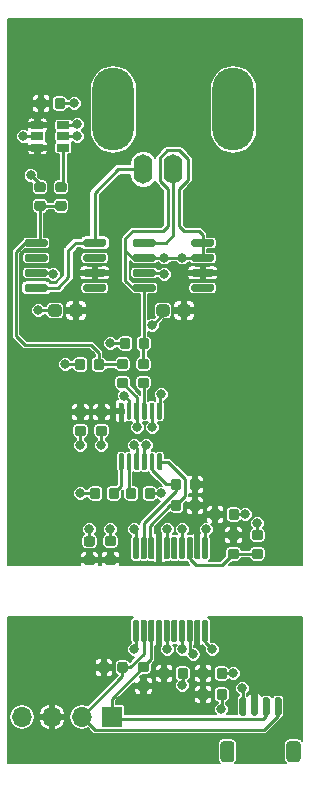
<source format=gtl>
%TF.GenerationSoftware,KiCad,Pcbnew,(5.1.10)-1*%
%TF.CreationDate,2021-06-07T23:37:25-05:00*%
%TF.ProjectId,phMeter,70684d65-7465-4722-9e6b-696361645f70,rev?*%
%TF.SameCoordinates,Original*%
%TF.FileFunction,Copper,L1,Top*%
%TF.FilePolarity,Positive*%
%FSLAX46Y46*%
G04 Gerber Fmt 4.6, Leading zero omitted, Abs format (unit mm)*
G04 Created by KiCad (PCBNEW (5.1.10)-1) date 2021-06-07 23:37:25*
%MOMM*%
%LPD*%
G01*
G04 APERTURE LIST*
%TA.AperFunction,ComponentPad*%
%ADD10R,1.700000X1.700000*%
%TD*%
%TA.AperFunction,ComponentPad*%
%ADD11O,1.700000X1.700000*%
%TD*%
%TA.AperFunction,ComponentPad*%
%ADD12O,3.500000X7.000000*%
%TD*%
%TA.AperFunction,ComponentPad*%
%ADD13O,1.600000X2.500000*%
%TD*%
%TA.AperFunction,SMDPad,CuDef*%
%ADD14R,1.060000X0.650000*%
%TD*%
%TA.AperFunction,ViaPad*%
%ADD15C,0.800000*%
%TD*%
%TA.AperFunction,Conductor*%
%ADD16C,0.250000*%
%TD*%
%TA.AperFunction,Conductor*%
%ADD17C,0.152400*%
%TD*%
%TA.AperFunction,Conductor*%
%ADD18C,0.100000*%
%TD*%
G04 APERTURE END LIST*
D10*
%TO.P,J3,1*%
%TO.N,/SDA*%
X146177000Y-132969000D03*
D11*
%TO.P,J3,2*%
%TO.N,/SCL*%
X143637000Y-132969000D03*
%TO.P,J3,3*%
%TO.N,VDD*%
X141097000Y-132969000D03*
%TO.P,J3,4*%
%TO.N,GND*%
X138557000Y-132969000D03*
%TD*%
D12*
%TO.P,J1,S1*%
%TO.N,N/C*%
X146304000Y-81534000D03*
%TO.P,J1,S2*%
X156464000Y-81534000D03*
D13*
%TO.P,J1,1*%
%TO.N,Net-(J1-Pad1)*%
X151384000Y-86614000D03*
%TO.P,J1,2*%
%TO.N,Net-(J1-Pad2)*%
X148844000Y-86614000D03*
%TD*%
%TO.P,C5,2*%
%TO.N,GNDS*%
%TA.AperFunction,SMDPad,CuDef*%
G36*
G01*
X147732000Y-101089750D02*
X147732000Y-101602250D01*
G75*
G02*
X147513250Y-101821000I-218750J0D01*
G01*
X147075750Y-101821000D01*
G75*
G02*
X146857000Y-101602250I0J218750D01*
G01*
X146857000Y-101089750D01*
G75*
G02*
X147075750Y-100871000I218750J0D01*
G01*
X147513250Y-100871000D01*
G75*
G02*
X147732000Y-101089750I0J-218750D01*
G01*
G37*
%TD.AperFunction*%
%TO.P,C5,1*%
%TO.N,/PROBE_V_OUT*%
%TA.AperFunction,SMDPad,CuDef*%
G36*
G01*
X149307000Y-101089750D02*
X149307000Y-101602250D01*
G75*
G02*
X149088250Y-101821000I-218750J0D01*
G01*
X148650750Y-101821000D01*
G75*
G02*
X148432000Y-101602250I0J218750D01*
G01*
X148432000Y-101089750D01*
G75*
G02*
X148650750Y-100871000I218750J0D01*
G01*
X149088250Y-100871000D01*
G75*
G02*
X149307000Y-101089750I0J-218750D01*
G01*
G37*
%TD.AperFunction*%
%TD*%
%TO.P,C1,1*%
%TO.N,Net-(C1-Pad1)*%
%TA.AperFunction,SMDPad,CuDef*%
G36*
G01*
X146767000Y-113789750D02*
X146767000Y-114302250D01*
G75*
G02*
X146548250Y-114521000I-218750J0D01*
G01*
X146110750Y-114521000D01*
G75*
G02*
X145892000Y-114302250I0J218750D01*
G01*
X145892000Y-113789750D01*
G75*
G02*
X146110750Y-113571000I218750J0D01*
G01*
X146548250Y-113571000D01*
G75*
G02*
X146767000Y-113789750I0J-218750D01*
G01*
G37*
%TD.AperFunction*%
%TO.P,C1,2*%
%TO.N,GNDS*%
%TA.AperFunction,SMDPad,CuDef*%
G36*
G01*
X145192000Y-113789750D02*
X145192000Y-114302250D01*
G75*
G02*
X144973250Y-114521000I-218750J0D01*
G01*
X144535750Y-114521000D01*
G75*
G02*
X144317000Y-114302250I0J218750D01*
G01*
X144317000Y-113789750D01*
G75*
G02*
X144535750Y-113571000I218750J0D01*
G01*
X144973250Y-113571000D01*
G75*
G02*
X145192000Y-113789750I0J-218750D01*
G01*
G37*
%TD.AperFunction*%
%TD*%
%TO.P,C2,1*%
%TO.N,+3V3*%
%TA.AperFunction,SMDPad,CuDef*%
G36*
G01*
X145031750Y-106725000D02*
X145544250Y-106725000D01*
G75*
G02*
X145763000Y-106943750I0J-218750D01*
G01*
X145763000Y-107381250D01*
G75*
G02*
X145544250Y-107600000I-218750J0D01*
G01*
X145031750Y-107600000D01*
G75*
G02*
X144813000Y-107381250I0J218750D01*
G01*
X144813000Y-106943750D01*
G75*
G02*
X145031750Y-106725000I218750J0D01*
G01*
G37*
%TD.AperFunction*%
%TO.P,C2,2*%
%TO.N,GNDS*%
%TA.AperFunction,SMDPad,CuDef*%
G36*
G01*
X145031750Y-108300000D02*
X145544250Y-108300000D01*
G75*
G02*
X145763000Y-108518750I0J-218750D01*
G01*
X145763000Y-108956250D01*
G75*
G02*
X145544250Y-109175000I-218750J0D01*
G01*
X145031750Y-109175000D01*
G75*
G02*
X144813000Y-108956250I0J218750D01*
G01*
X144813000Y-108518750D01*
G75*
G02*
X145031750Y-108300000I218750J0D01*
G01*
G37*
%TD.AperFunction*%
%TD*%
%TO.P,C3,2*%
%TO.N,GNDS*%
%TA.AperFunction,SMDPad,CuDef*%
G36*
G01*
X143253750Y-108300000D02*
X143766250Y-108300000D01*
G75*
G02*
X143985000Y-108518750I0J-218750D01*
G01*
X143985000Y-108956250D01*
G75*
G02*
X143766250Y-109175000I-218750J0D01*
G01*
X143253750Y-109175000D01*
G75*
G02*
X143035000Y-108956250I0J218750D01*
G01*
X143035000Y-108518750D01*
G75*
G02*
X143253750Y-108300000I218750J0D01*
G01*
G37*
%TD.AperFunction*%
%TO.P,C3,1*%
%TO.N,+3V3*%
%TA.AperFunction,SMDPad,CuDef*%
G36*
G01*
X143253750Y-106725000D02*
X143766250Y-106725000D01*
G75*
G02*
X143985000Y-106943750I0J-218750D01*
G01*
X143985000Y-107381250D01*
G75*
G02*
X143766250Y-107600000I-218750J0D01*
G01*
X143253750Y-107600000D01*
G75*
G02*
X143035000Y-107381250I0J218750D01*
G01*
X143035000Y-106943750D01*
G75*
G02*
X143253750Y-106725000I218750J0D01*
G01*
G37*
%TD.AperFunction*%
%TD*%
%TO.P,C4,2*%
%TO.N,GNDS*%
%TA.AperFunction,SMDPad,CuDef*%
G36*
G01*
X148940000Y-114302250D02*
X148940000Y-113789750D01*
G75*
G02*
X149158750Y-113571000I218750J0D01*
G01*
X149596250Y-113571000D01*
G75*
G02*
X149815000Y-113789750I0J-218750D01*
G01*
X149815000Y-114302250D01*
G75*
G02*
X149596250Y-114521000I-218750J0D01*
G01*
X149158750Y-114521000D01*
G75*
G02*
X148940000Y-114302250I0J218750D01*
G01*
G37*
%TD.AperFunction*%
%TO.P,C4,1*%
%TO.N,Net-(C4-Pad1)*%
%TA.AperFunction,SMDPad,CuDef*%
G36*
G01*
X147365000Y-114302250D02*
X147365000Y-113789750D01*
G75*
G02*
X147583750Y-113571000I218750J0D01*
G01*
X148021250Y-113571000D01*
G75*
G02*
X148240000Y-113789750I0J-218750D01*
G01*
X148240000Y-114302250D01*
G75*
G02*
X148021250Y-114521000I-218750J0D01*
G01*
X147583750Y-114521000D01*
G75*
G02*
X147365000Y-114302250I0J218750D01*
G01*
G37*
%TD.AperFunction*%
%TD*%
%TO.P,C8,2*%
%TO.N,GNDS*%
%TA.AperFunction,SMDPad,CuDef*%
G36*
G01*
X156052000Y-116080250D02*
X156052000Y-115567750D01*
G75*
G02*
X156270750Y-115349000I218750J0D01*
G01*
X156708250Y-115349000D01*
G75*
G02*
X156927000Y-115567750I0J-218750D01*
G01*
X156927000Y-116080250D01*
G75*
G02*
X156708250Y-116299000I-218750J0D01*
G01*
X156270750Y-116299000D01*
G75*
G02*
X156052000Y-116080250I0J218750D01*
G01*
G37*
%TD.AperFunction*%
%TO.P,C8,1*%
%TO.N,+3V3*%
%TA.AperFunction,SMDPad,CuDef*%
G36*
G01*
X154477000Y-116080250D02*
X154477000Y-115567750D01*
G75*
G02*
X154695750Y-115349000I218750J0D01*
G01*
X155133250Y-115349000D01*
G75*
G02*
X155352000Y-115567750I0J-218750D01*
G01*
X155352000Y-116080250D01*
G75*
G02*
X155133250Y-116299000I-218750J0D01*
G01*
X154695750Y-116299000D01*
G75*
G02*
X154477000Y-116080250I0J218750D01*
G01*
G37*
%TD.AperFunction*%
%TD*%
%TO.P,C9,1*%
%TO.N,+3V3*%
%TA.AperFunction,SMDPad,CuDef*%
G36*
G01*
X144528250Y-120122500D02*
X144015750Y-120122500D01*
G75*
G02*
X143797000Y-119903750I0J218750D01*
G01*
X143797000Y-119466250D01*
G75*
G02*
X144015750Y-119247500I218750J0D01*
G01*
X144528250Y-119247500D01*
G75*
G02*
X144747000Y-119466250I0J-218750D01*
G01*
X144747000Y-119903750D01*
G75*
G02*
X144528250Y-120122500I-218750J0D01*
G01*
G37*
%TD.AperFunction*%
%TO.P,C9,2*%
%TO.N,GNDS*%
%TA.AperFunction,SMDPad,CuDef*%
G36*
G01*
X144528250Y-118547500D02*
X144015750Y-118547500D01*
G75*
G02*
X143797000Y-118328750I0J218750D01*
G01*
X143797000Y-117891250D01*
G75*
G02*
X144015750Y-117672500I218750J0D01*
G01*
X144528250Y-117672500D01*
G75*
G02*
X144747000Y-117891250I0J-218750D01*
G01*
X144747000Y-118328750D01*
G75*
G02*
X144528250Y-118547500I-218750J0D01*
G01*
G37*
%TD.AperFunction*%
%TD*%
%TO.P,C10,2*%
%TO.N,GNDS*%
%TA.AperFunction,SMDPad,CuDef*%
G36*
G01*
X146306250Y-118522000D02*
X145793750Y-118522000D01*
G75*
G02*
X145575000Y-118303250I0J218750D01*
G01*
X145575000Y-117865750D01*
G75*
G02*
X145793750Y-117647000I218750J0D01*
G01*
X146306250Y-117647000D01*
G75*
G02*
X146525000Y-117865750I0J-218750D01*
G01*
X146525000Y-118303250D01*
G75*
G02*
X146306250Y-118522000I-218750J0D01*
G01*
G37*
%TD.AperFunction*%
%TO.P,C10,1*%
%TO.N,+3V3*%
%TA.AperFunction,SMDPad,CuDef*%
G36*
G01*
X146306250Y-120097000D02*
X145793750Y-120097000D01*
G75*
G02*
X145575000Y-119878250I0J218750D01*
G01*
X145575000Y-119440750D01*
G75*
G02*
X145793750Y-119222000I218750J0D01*
G01*
X146306250Y-119222000D01*
G75*
G02*
X146525000Y-119440750I0J-218750D01*
G01*
X146525000Y-119878250D01*
G75*
G02*
X146306250Y-120097000I-218750J0D01*
G01*
G37*
%TD.AperFunction*%
%TD*%
%TO.P,C11,1*%
%TO.N,VDD*%
%TA.AperFunction,SMDPad,CuDef*%
G36*
G01*
X150159000Y-129542250D02*
X150159000Y-129029750D01*
G75*
G02*
X150377750Y-128811000I218750J0D01*
G01*
X150815250Y-128811000D01*
G75*
G02*
X151034000Y-129029750I0J-218750D01*
G01*
X151034000Y-129542250D01*
G75*
G02*
X150815250Y-129761000I-218750J0D01*
G01*
X150377750Y-129761000D01*
G75*
G02*
X150159000Y-129542250I0J218750D01*
G01*
G37*
%TD.AperFunction*%
%TO.P,C11,2*%
%TO.N,GND*%
%TA.AperFunction,SMDPad,CuDef*%
G36*
G01*
X151734000Y-129542250D02*
X151734000Y-129029750D01*
G75*
G02*
X151952750Y-128811000I218750J0D01*
G01*
X152390250Y-128811000D01*
G75*
G02*
X152609000Y-129029750I0J-218750D01*
G01*
X152609000Y-129542250D01*
G75*
G02*
X152390250Y-129761000I-218750J0D01*
G01*
X151952750Y-129761000D01*
G75*
G02*
X151734000Y-129542250I0J218750D01*
G01*
G37*
%TD.AperFunction*%
%TD*%
%TO.P,C12,2*%
%TO.N,GND*%
%TA.AperFunction,SMDPad,CuDef*%
G36*
G01*
X155036000Y-129542250D02*
X155036000Y-129029750D01*
G75*
G02*
X155254750Y-128811000I218750J0D01*
G01*
X155692250Y-128811000D01*
G75*
G02*
X155911000Y-129029750I0J-218750D01*
G01*
X155911000Y-129542250D01*
G75*
G02*
X155692250Y-129761000I-218750J0D01*
G01*
X155254750Y-129761000D01*
G75*
G02*
X155036000Y-129542250I0J218750D01*
G01*
G37*
%TD.AperFunction*%
%TO.P,C12,1*%
%TO.N,VDD*%
%TA.AperFunction,SMDPad,CuDef*%
G36*
G01*
X153461000Y-129542250D02*
X153461000Y-129029750D01*
G75*
G02*
X153679750Y-128811000I218750J0D01*
G01*
X154117250Y-128811000D01*
G75*
G02*
X154336000Y-129029750I0J-218750D01*
G01*
X154336000Y-129542250D01*
G75*
G02*
X154117250Y-129761000I-218750J0D01*
G01*
X153679750Y-129761000D01*
G75*
G02*
X153461000Y-129542250I0J218750D01*
G01*
G37*
%TD.AperFunction*%
%TD*%
%TO.P,C13,1*%
%TO.N,VDD*%
%TA.AperFunction,SMDPad,CuDef*%
G36*
G01*
X153461000Y-131320250D02*
X153461000Y-130807750D01*
G75*
G02*
X153679750Y-130589000I218750J0D01*
G01*
X154117250Y-130589000D01*
G75*
G02*
X154336000Y-130807750I0J-218750D01*
G01*
X154336000Y-131320250D01*
G75*
G02*
X154117250Y-131539000I-218750J0D01*
G01*
X153679750Y-131539000D01*
G75*
G02*
X153461000Y-131320250I0J218750D01*
G01*
G37*
%TD.AperFunction*%
%TO.P,C13,2*%
%TO.N,GND*%
%TA.AperFunction,SMDPad,CuDef*%
G36*
G01*
X155036000Y-131320250D02*
X155036000Y-130807750D01*
G75*
G02*
X155254750Y-130589000I218750J0D01*
G01*
X155692250Y-130589000D01*
G75*
G02*
X155911000Y-130807750I0J-218750D01*
G01*
X155911000Y-131320250D01*
G75*
G02*
X155692250Y-131539000I-218750J0D01*
G01*
X155254750Y-131539000D01*
G75*
G02*
X155036000Y-131320250I0J218750D01*
G01*
G37*
%TD.AperFunction*%
%TD*%
%TO.P,C15,1*%
%TO.N,+3V3*%
%TA.AperFunction,SMDPad,CuDef*%
G36*
G01*
X139745000Y-81282250D02*
X139745000Y-80769750D01*
G75*
G02*
X139963750Y-80551000I218750J0D01*
G01*
X140401250Y-80551000D01*
G75*
G02*
X140620000Y-80769750I0J-218750D01*
G01*
X140620000Y-81282250D01*
G75*
G02*
X140401250Y-81501000I-218750J0D01*
G01*
X139963750Y-81501000D01*
G75*
G02*
X139745000Y-81282250I0J218750D01*
G01*
G37*
%TD.AperFunction*%
%TO.P,C15,2*%
%TO.N,GNDS*%
%TA.AperFunction,SMDPad,CuDef*%
G36*
G01*
X141320000Y-81282250D02*
X141320000Y-80769750D01*
G75*
G02*
X141538750Y-80551000I218750J0D01*
G01*
X141976250Y-80551000D01*
G75*
G02*
X142195000Y-80769750I0J-218750D01*
G01*
X142195000Y-81282250D01*
G75*
G02*
X141976250Y-81501000I-218750J0D01*
G01*
X141538750Y-81501000D01*
G75*
G02*
X141320000Y-81282250I0J218750D01*
G01*
G37*
%TD.AperFunction*%
%TD*%
%TO.P,J2,4*%
%TO.N,/SCL*%
%TA.AperFunction,SMDPad,CuDef*%
G36*
G01*
X160550000Y-131455000D02*
X160550000Y-132705000D01*
G75*
G02*
X160400000Y-132855000I-150000J0D01*
G01*
X160100000Y-132855000D01*
G75*
G02*
X159950000Y-132705000I0J150000D01*
G01*
X159950000Y-131455000D01*
G75*
G02*
X160100000Y-131305000I150000J0D01*
G01*
X160400000Y-131305000D01*
G75*
G02*
X160550000Y-131455000I0J-150000D01*
G01*
G37*
%TD.AperFunction*%
%TO.P,J2,3*%
%TO.N,/SDA*%
%TA.AperFunction,SMDPad,CuDef*%
G36*
G01*
X159550000Y-131455000D02*
X159550000Y-132705000D01*
G75*
G02*
X159400000Y-132855000I-150000J0D01*
G01*
X159100000Y-132855000D01*
G75*
G02*
X158950000Y-132705000I0J150000D01*
G01*
X158950000Y-131455000D01*
G75*
G02*
X159100000Y-131305000I150000J0D01*
G01*
X159400000Y-131305000D01*
G75*
G02*
X159550000Y-131455000I0J-150000D01*
G01*
G37*
%TD.AperFunction*%
%TO.P,J2,2*%
%TO.N,VDD*%
%TA.AperFunction,SMDPad,CuDef*%
G36*
G01*
X158550000Y-131455000D02*
X158550000Y-132705000D01*
G75*
G02*
X158400000Y-132855000I-150000J0D01*
G01*
X158100000Y-132855000D01*
G75*
G02*
X157950000Y-132705000I0J150000D01*
G01*
X157950000Y-131455000D01*
G75*
G02*
X158100000Y-131305000I150000J0D01*
G01*
X158400000Y-131305000D01*
G75*
G02*
X158550000Y-131455000I0J-150000D01*
G01*
G37*
%TD.AperFunction*%
%TO.P,J2,1*%
%TO.N,GND*%
%TA.AperFunction,SMDPad,CuDef*%
G36*
G01*
X157550000Y-131455000D02*
X157550000Y-132705000D01*
G75*
G02*
X157400000Y-132855000I-150000J0D01*
G01*
X157100000Y-132855000D01*
G75*
G02*
X156950000Y-132705000I0J150000D01*
G01*
X156950000Y-131455000D01*
G75*
G02*
X157100000Y-131305000I150000J0D01*
G01*
X157400000Y-131305000D01*
G75*
G02*
X157550000Y-131455000I0J-150000D01*
G01*
G37*
%TD.AperFunction*%
%TO.P,J2,MP*%
%TO.N,N/C*%
%TA.AperFunction,SMDPad,CuDef*%
G36*
G01*
X162150000Y-135305000D02*
X162150000Y-136505000D01*
G75*
G02*
X161850000Y-136805000I-300000J0D01*
G01*
X161250000Y-136805000D01*
G75*
G02*
X160950000Y-136505000I0J300000D01*
G01*
X160950000Y-135305000D01*
G75*
G02*
X161250000Y-135005000I300000J0D01*
G01*
X161850000Y-135005000D01*
G75*
G02*
X162150000Y-135305000I0J-300000D01*
G01*
G37*
%TD.AperFunction*%
%TA.AperFunction,SMDPad,CuDef*%
G36*
G01*
X156550000Y-135305000D02*
X156550000Y-136505000D01*
G75*
G02*
X156250000Y-136805000I-300000J0D01*
G01*
X155650000Y-136805000D01*
G75*
G02*
X155350000Y-136505000I0J300000D01*
G01*
X155350000Y-135305000D01*
G75*
G02*
X155650000Y-135005000I300000J0D01*
G01*
X156250000Y-135005000D01*
G75*
G02*
X156550000Y-135305000I0J-300000D01*
G01*
G37*
%TD.AperFunction*%
%TD*%
%TO.P,R1,2*%
%TO.N,/SCL_ISO*%
%TA.AperFunction,SMDPad,CuDef*%
G36*
G01*
X152050000Y-113027750D02*
X152050000Y-113540250D01*
G75*
G02*
X151831250Y-113759000I-218750J0D01*
G01*
X151393750Y-113759000D01*
G75*
G02*
X151175000Y-113540250I0J218750D01*
G01*
X151175000Y-113027750D01*
G75*
G02*
X151393750Y-112809000I218750J0D01*
G01*
X151831250Y-112809000D01*
G75*
G02*
X152050000Y-113027750I0J-218750D01*
G01*
G37*
%TD.AperFunction*%
%TO.P,R1,1*%
%TO.N,+3V3*%
%TA.AperFunction,SMDPad,CuDef*%
G36*
G01*
X153625000Y-113027750D02*
X153625000Y-113540250D01*
G75*
G02*
X153406250Y-113759000I-218750J0D01*
G01*
X152968750Y-113759000D01*
G75*
G02*
X152750000Y-113540250I0J218750D01*
G01*
X152750000Y-113027750D01*
G75*
G02*
X152968750Y-112809000I218750J0D01*
G01*
X153406250Y-112809000D01*
G75*
G02*
X153625000Y-113027750I0J-218750D01*
G01*
G37*
%TD.AperFunction*%
%TD*%
%TO.P,R2,1*%
%TO.N,+3V3*%
%TA.AperFunction,SMDPad,CuDef*%
G36*
G01*
X153625000Y-114805750D02*
X153625000Y-115318250D01*
G75*
G02*
X153406250Y-115537000I-218750J0D01*
G01*
X152968750Y-115537000D01*
G75*
G02*
X152750000Y-115318250I0J218750D01*
G01*
X152750000Y-114805750D01*
G75*
G02*
X152968750Y-114587000I218750J0D01*
G01*
X153406250Y-114587000D01*
G75*
G02*
X153625000Y-114805750I0J-218750D01*
G01*
G37*
%TD.AperFunction*%
%TO.P,R2,2*%
%TO.N,/SDA_ISO*%
%TA.AperFunction,SMDPad,CuDef*%
G36*
G01*
X152050000Y-114805750D02*
X152050000Y-115318250D01*
G75*
G02*
X151831250Y-115537000I-218750J0D01*
G01*
X151393750Y-115537000D01*
G75*
G02*
X151175000Y-115318250I0J218750D01*
G01*
X151175000Y-114805750D01*
G75*
G02*
X151393750Y-114587000I218750J0D01*
G01*
X151831250Y-114587000D01*
G75*
G02*
X152050000Y-114805750I0J-218750D01*
G01*
G37*
%TD.AperFunction*%
%TD*%
%TO.P,R3,1*%
%TO.N,Net-(R3-Pad1)*%
%TA.AperFunction,SMDPad,CuDef*%
G36*
G01*
X149100250Y-105111000D02*
X148587750Y-105111000D01*
G75*
G02*
X148369000Y-104892250I0J218750D01*
G01*
X148369000Y-104454750D01*
G75*
G02*
X148587750Y-104236000I218750J0D01*
G01*
X149100250Y-104236000D01*
G75*
G02*
X149319000Y-104454750I0J-218750D01*
G01*
X149319000Y-104892250D01*
G75*
G02*
X149100250Y-105111000I-218750J0D01*
G01*
G37*
%TD.AperFunction*%
%TO.P,R3,2*%
%TO.N,/PROBE_V_OUT*%
%TA.AperFunction,SMDPad,CuDef*%
G36*
G01*
X149100250Y-103536000D02*
X148587750Y-103536000D01*
G75*
G02*
X148369000Y-103317250I0J218750D01*
G01*
X148369000Y-102879750D01*
G75*
G02*
X148587750Y-102661000I218750J0D01*
G01*
X149100250Y-102661000D01*
G75*
G02*
X149319000Y-102879750I0J-218750D01*
G01*
X149319000Y-103317250D01*
G75*
G02*
X149100250Y-103536000I-218750J0D01*
G01*
G37*
%TD.AperFunction*%
%TD*%
%TO.P,R5,1*%
%TO.N,VDD*%
%TA.AperFunction,SMDPad,CuDef*%
G36*
G01*
X145053500Y-129034250D02*
X145053500Y-128521750D01*
G75*
G02*
X145272250Y-128303000I218750J0D01*
G01*
X145709750Y-128303000D01*
G75*
G02*
X145928500Y-128521750I0J-218750D01*
G01*
X145928500Y-129034250D01*
G75*
G02*
X145709750Y-129253000I-218750J0D01*
G01*
X145272250Y-129253000D01*
G75*
G02*
X145053500Y-129034250I0J218750D01*
G01*
G37*
%TD.AperFunction*%
%TO.P,R5,2*%
%TO.N,/SCL*%
%TA.AperFunction,SMDPad,CuDef*%
G36*
G01*
X146628500Y-129034250D02*
X146628500Y-128521750D01*
G75*
G02*
X146847250Y-128303000I218750J0D01*
G01*
X147284750Y-128303000D01*
G75*
G02*
X147503500Y-128521750I0J-218750D01*
G01*
X147503500Y-129034250D01*
G75*
G02*
X147284750Y-129253000I-218750J0D01*
G01*
X146847250Y-129253000D01*
G75*
G02*
X146628500Y-129034250I0J218750D01*
G01*
G37*
%TD.AperFunction*%
%TD*%
%TO.P,R6,2*%
%TO.N,/SDA*%
%TA.AperFunction,SMDPad,CuDef*%
G36*
G01*
X149100250Y-129190000D02*
X148587750Y-129190000D01*
G75*
G02*
X148369000Y-128971250I0J218750D01*
G01*
X148369000Y-128533750D01*
G75*
G02*
X148587750Y-128315000I218750J0D01*
G01*
X149100250Y-128315000D01*
G75*
G02*
X149319000Y-128533750I0J-218750D01*
G01*
X149319000Y-128971250D01*
G75*
G02*
X149100250Y-129190000I-218750J0D01*
G01*
G37*
%TD.AperFunction*%
%TO.P,R6,1*%
%TO.N,VDD*%
%TA.AperFunction,SMDPad,CuDef*%
G36*
G01*
X149100250Y-130765000D02*
X148587750Y-130765000D01*
G75*
G02*
X148369000Y-130546250I0J218750D01*
G01*
X148369000Y-130108750D01*
G75*
G02*
X148587750Y-129890000I218750J0D01*
G01*
X149100250Y-129890000D01*
G75*
G02*
X149319000Y-130108750I0J-218750D01*
G01*
X149319000Y-130546250D01*
G75*
G02*
X149100250Y-130765000I-218750J0D01*
G01*
G37*
%TD.AperFunction*%
%TD*%
%TO.P,R7,1*%
%TO.N,+3V3*%
%TA.AperFunction,SMDPad,CuDef*%
G36*
G01*
X156207750Y-117139000D02*
X156720250Y-117139000D01*
G75*
G02*
X156939000Y-117357750I0J-218750D01*
G01*
X156939000Y-117795250D01*
G75*
G02*
X156720250Y-118014000I-218750J0D01*
G01*
X156207750Y-118014000D01*
G75*
G02*
X155989000Y-117795250I0J218750D01*
G01*
X155989000Y-117357750D01*
G75*
G02*
X156207750Y-117139000I218750J0D01*
G01*
G37*
%TD.AperFunction*%
%TO.P,R7,2*%
%TO.N,Net-(R7-Pad2)*%
%TA.AperFunction,SMDPad,CuDef*%
G36*
G01*
X156207750Y-118714000D02*
X156720250Y-118714000D01*
G75*
G02*
X156939000Y-118932750I0J-218750D01*
G01*
X156939000Y-119370250D01*
G75*
G02*
X156720250Y-119589000I-218750J0D01*
G01*
X156207750Y-119589000D01*
G75*
G02*
X155989000Y-119370250I0J218750D01*
G01*
X155989000Y-118932750D01*
G75*
G02*
X156207750Y-118714000I218750J0D01*
G01*
G37*
%TD.AperFunction*%
%TD*%
%TO.P,R8,2*%
%TO.N,GNDS*%
%TA.AperFunction,SMDPad,CuDef*%
G36*
G01*
X158752250Y-118014000D02*
X158239750Y-118014000D01*
G75*
G02*
X158021000Y-117795250I0J218750D01*
G01*
X158021000Y-117357750D01*
G75*
G02*
X158239750Y-117139000I218750J0D01*
G01*
X158752250Y-117139000D01*
G75*
G02*
X158971000Y-117357750I0J-218750D01*
G01*
X158971000Y-117795250D01*
G75*
G02*
X158752250Y-118014000I-218750J0D01*
G01*
G37*
%TD.AperFunction*%
%TO.P,R8,1*%
%TO.N,Net-(R7-Pad2)*%
%TA.AperFunction,SMDPad,CuDef*%
G36*
G01*
X158752250Y-119589000D02*
X158239750Y-119589000D01*
G75*
G02*
X158021000Y-119370250I0J218750D01*
G01*
X158021000Y-118932750D01*
G75*
G02*
X158239750Y-118714000I218750J0D01*
G01*
X158752250Y-118714000D01*
G75*
G02*
X158971000Y-118932750I0J-218750D01*
G01*
X158971000Y-119370250D01*
G75*
G02*
X158752250Y-119589000I-218750J0D01*
G01*
G37*
%TD.AperFunction*%
%TD*%
%TO.P,U2,8*%
%TO.N,/PROBE_V_OUT*%
%TA.AperFunction,SMDPad,CuDef*%
G36*
G01*
X152884000Y-92987000D02*
X152884000Y-92687000D01*
G75*
G02*
X153034000Y-92537000I150000J0D01*
G01*
X154684000Y-92537000D01*
G75*
G02*
X154834000Y-92687000I0J-150000D01*
G01*
X154834000Y-92987000D01*
G75*
G02*
X154684000Y-93137000I-150000J0D01*
G01*
X153034000Y-93137000D01*
G75*
G02*
X152884000Y-92987000I0J150000D01*
G01*
G37*
%TD.AperFunction*%
%TO.P,U2,7*%
%TA.AperFunction,SMDPad,CuDef*%
G36*
G01*
X152884000Y-94257000D02*
X152884000Y-93957000D01*
G75*
G02*
X153034000Y-93807000I150000J0D01*
G01*
X154684000Y-93807000D01*
G75*
G02*
X154834000Y-93957000I0J-150000D01*
G01*
X154834000Y-94257000D01*
G75*
G02*
X154684000Y-94407000I-150000J0D01*
G01*
X153034000Y-94407000D01*
G75*
G02*
X152884000Y-94257000I0J150000D01*
G01*
G37*
%TD.AperFunction*%
%TO.P,U2,6*%
%TO.N,+3V3*%
%TA.AperFunction,SMDPad,CuDef*%
G36*
G01*
X152884000Y-95527000D02*
X152884000Y-95227000D01*
G75*
G02*
X153034000Y-95077000I150000J0D01*
G01*
X154684000Y-95077000D01*
G75*
G02*
X154834000Y-95227000I0J-150000D01*
G01*
X154834000Y-95527000D01*
G75*
G02*
X154684000Y-95677000I-150000J0D01*
G01*
X153034000Y-95677000D01*
G75*
G02*
X152884000Y-95527000I0J150000D01*
G01*
G37*
%TD.AperFunction*%
%TO.P,U2,5*%
%TO.N,N/C*%
%TA.AperFunction,SMDPad,CuDef*%
G36*
G01*
X152884000Y-96797000D02*
X152884000Y-96497000D01*
G75*
G02*
X153034000Y-96347000I150000J0D01*
G01*
X154684000Y-96347000D01*
G75*
G02*
X154834000Y-96497000I0J-150000D01*
G01*
X154834000Y-96797000D01*
G75*
G02*
X154684000Y-96947000I-150000J0D01*
G01*
X153034000Y-96947000D01*
G75*
G02*
X152884000Y-96797000I0J150000D01*
G01*
G37*
%TD.AperFunction*%
%TO.P,U2,4*%
%TO.N,/PROBE_V_OUT*%
%TA.AperFunction,SMDPad,CuDef*%
G36*
G01*
X147934000Y-96797000D02*
X147934000Y-96497000D01*
G75*
G02*
X148084000Y-96347000I150000J0D01*
G01*
X149734000Y-96347000D01*
G75*
G02*
X149884000Y-96497000I0J-150000D01*
G01*
X149884000Y-96797000D01*
G75*
G02*
X149734000Y-96947000I-150000J0D01*
G01*
X148084000Y-96947000D01*
G75*
G02*
X147934000Y-96797000I0J150000D01*
G01*
G37*
%TD.AperFunction*%
%TO.P,U2,3*%
%TO.N,GNDS*%
%TA.AperFunction,SMDPad,CuDef*%
G36*
G01*
X147934000Y-95527000D02*
X147934000Y-95227000D01*
G75*
G02*
X148084000Y-95077000I150000J0D01*
G01*
X149734000Y-95077000D01*
G75*
G02*
X149884000Y-95227000I0J-150000D01*
G01*
X149884000Y-95527000D01*
G75*
G02*
X149734000Y-95677000I-150000J0D01*
G01*
X148084000Y-95677000D01*
G75*
G02*
X147934000Y-95527000I0J150000D01*
G01*
G37*
%TD.AperFunction*%
%TO.P,U2,2*%
%TO.N,/PROBE_V_OUT*%
%TA.AperFunction,SMDPad,CuDef*%
G36*
G01*
X147934000Y-94257000D02*
X147934000Y-93957000D01*
G75*
G02*
X148084000Y-93807000I150000J0D01*
G01*
X149734000Y-93807000D01*
G75*
G02*
X149884000Y-93957000I0J-150000D01*
G01*
X149884000Y-94257000D01*
G75*
G02*
X149734000Y-94407000I-150000J0D01*
G01*
X148084000Y-94407000D01*
G75*
G02*
X147934000Y-94257000I0J150000D01*
G01*
G37*
%TD.AperFunction*%
%TO.P,U2,1*%
%TO.N,Net-(J1-Pad1)*%
%TA.AperFunction,SMDPad,CuDef*%
G36*
G01*
X147934000Y-92987000D02*
X147934000Y-92687000D01*
G75*
G02*
X148084000Y-92537000I150000J0D01*
G01*
X149734000Y-92537000D01*
G75*
G02*
X149884000Y-92687000I0J-150000D01*
G01*
X149884000Y-92987000D01*
G75*
G02*
X149734000Y-93137000I-150000J0D01*
G01*
X148084000Y-93137000D01*
G75*
G02*
X147934000Y-92987000I0J150000D01*
G01*
G37*
%TD.AperFunction*%
%TD*%
%TO.P,U4,1*%
%TO.N,/VREF*%
%TA.AperFunction,SMDPad,CuDef*%
G36*
G01*
X138790000Y-92987000D02*
X138790000Y-92687000D01*
G75*
G02*
X138940000Y-92537000I150000J0D01*
G01*
X140590000Y-92537000D01*
G75*
G02*
X140740000Y-92687000I0J-150000D01*
G01*
X140740000Y-92987000D01*
G75*
G02*
X140590000Y-93137000I-150000J0D01*
G01*
X138940000Y-93137000D01*
G75*
G02*
X138790000Y-92987000I0J150000D01*
G01*
G37*
%TD.AperFunction*%
%TO.P,U4,2*%
%TO.N,N/C*%
%TA.AperFunction,SMDPad,CuDef*%
G36*
G01*
X138790000Y-94257000D02*
X138790000Y-93957000D01*
G75*
G02*
X138940000Y-93807000I150000J0D01*
G01*
X140590000Y-93807000D01*
G75*
G02*
X140740000Y-93957000I0J-150000D01*
G01*
X140740000Y-94257000D01*
G75*
G02*
X140590000Y-94407000I-150000J0D01*
G01*
X138940000Y-94407000D01*
G75*
G02*
X138790000Y-94257000I0J150000D01*
G01*
G37*
%TD.AperFunction*%
%TO.P,U4,3*%
%TO.N,GNDS*%
%TA.AperFunction,SMDPad,CuDef*%
G36*
G01*
X138790000Y-95527000D02*
X138790000Y-95227000D01*
G75*
G02*
X138940000Y-95077000I150000J0D01*
G01*
X140590000Y-95077000D01*
G75*
G02*
X140740000Y-95227000I0J-150000D01*
G01*
X140740000Y-95527000D01*
G75*
G02*
X140590000Y-95677000I-150000J0D01*
G01*
X138940000Y-95677000D01*
G75*
G02*
X138790000Y-95527000I0J150000D01*
G01*
G37*
%TD.AperFunction*%
%TO.P,U4,4*%
%TO.N,Net-(J1-Pad2)*%
%TA.AperFunction,SMDPad,CuDef*%
G36*
G01*
X138790000Y-96797000D02*
X138790000Y-96497000D01*
G75*
G02*
X138940000Y-96347000I150000J0D01*
G01*
X140590000Y-96347000D01*
G75*
G02*
X140740000Y-96497000I0J-150000D01*
G01*
X140740000Y-96797000D01*
G75*
G02*
X140590000Y-96947000I-150000J0D01*
G01*
X138940000Y-96947000D01*
G75*
G02*
X138790000Y-96797000I0J150000D01*
G01*
G37*
%TD.AperFunction*%
%TO.P,U4,5*%
%TO.N,N/C*%
%TA.AperFunction,SMDPad,CuDef*%
G36*
G01*
X143740000Y-96797000D02*
X143740000Y-96497000D01*
G75*
G02*
X143890000Y-96347000I150000J0D01*
G01*
X145540000Y-96347000D01*
G75*
G02*
X145690000Y-96497000I0J-150000D01*
G01*
X145690000Y-96797000D01*
G75*
G02*
X145540000Y-96947000I-150000J0D01*
G01*
X143890000Y-96947000D01*
G75*
G02*
X143740000Y-96797000I0J150000D01*
G01*
G37*
%TD.AperFunction*%
%TO.P,U4,6*%
%TO.N,+3V3*%
%TA.AperFunction,SMDPad,CuDef*%
G36*
G01*
X143740000Y-95527000D02*
X143740000Y-95227000D01*
G75*
G02*
X143890000Y-95077000I150000J0D01*
G01*
X145540000Y-95077000D01*
G75*
G02*
X145690000Y-95227000I0J-150000D01*
G01*
X145690000Y-95527000D01*
G75*
G02*
X145540000Y-95677000I-150000J0D01*
G01*
X143890000Y-95677000D01*
G75*
G02*
X143740000Y-95527000I0J150000D01*
G01*
G37*
%TD.AperFunction*%
%TO.P,U4,7*%
%TO.N,N/C*%
%TA.AperFunction,SMDPad,CuDef*%
G36*
G01*
X143740000Y-94257000D02*
X143740000Y-93957000D01*
G75*
G02*
X143890000Y-93807000I150000J0D01*
G01*
X145540000Y-93807000D01*
G75*
G02*
X145690000Y-93957000I0J-150000D01*
G01*
X145690000Y-94257000D01*
G75*
G02*
X145540000Y-94407000I-150000J0D01*
G01*
X143890000Y-94407000D01*
G75*
G02*
X143740000Y-94257000I0J150000D01*
G01*
G37*
%TD.AperFunction*%
%TO.P,U4,8*%
%TO.N,Net-(J1-Pad2)*%
%TA.AperFunction,SMDPad,CuDef*%
G36*
G01*
X143740000Y-92987000D02*
X143740000Y-92687000D01*
G75*
G02*
X143890000Y-92537000I150000J0D01*
G01*
X145540000Y-92537000D01*
G75*
G02*
X145690000Y-92687000I0J-150000D01*
G01*
X145690000Y-92987000D01*
G75*
G02*
X145540000Y-93137000I-150000J0D01*
G01*
X143890000Y-93137000D01*
G75*
G02*
X143740000Y-92987000I0J150000D01*
G01*
G37*
%TD.AperFunction*%
%TD*%
%TO.P,U3,1*%
%TO.N,GND*%
%TA.AperFunction,SMDPad,CuDef*%
G36*
G01*
X148330000Y-126624000D02*
X148080000Y-126624000D01*
G75*
G02*
X147955000Y-126499000I0J125000D01*
G01*
X147955000Y-124849000D01*
G75*
G02*
X148080000Y-124724000I125000J0D01*
G01*
X148330000Y-124724000D01*
G75*
G02*
X148455000Y-124849000I0J-125000D01*
G01*
X148455000Y-126499000D01*
G75*
G02*
X148330000Y-126624000I-125000J0D01*
G01*
G37*
%TD.AperFunction*%
%TO.P,U3,2*%
%TO.N,/SCL*%
%TA.AperFunction,SMDPad,CuDef*%
G36*
G01*
X148980000Y-126624000D02*
X148730000Y-126624000D01*
G75*
G02*
X148605000Y-126499000I0J125000D01*
G01*
X148605000Y-124849000D01*
G75*
G02*
X148730000Y-124724000I125000J0D01*
G01*
X148980000Y-124724000D01*
G75*
G02*
X149105000Y-124849000I0J-125000D01*
G01*
X149105000Y-126499000D01*
G75*
G02*
X148980000Y-126624000I-125000J0D01*
G01*
G37*
%TD.AperFunction*%
%TO.P,U3,3*%
%TO.N,/SDA*%
%TA.AperFunction,SMDPad,CuDef*%
G36*
G01*
X149630000Y-126624000D02*
X149380000Y-126624000D01*
G75*
G02*
X149255000Y-126499000I0J125000D01*
G01*
X149255000Y-124849000D01*
G75*
G02*
X149380000Y-124724000I125000J0D01*
G01*
X149630000Y-124724000D01*
G75*
G02*
X149755000Y-124849000I0J-125000D01*
G01*
X149755000Y-126499000D01*
G75*
G02*
X149630000Y-126624000I-125000J0D01*
G01*
G37*
%TD.AperFunction*%
%TO.P,U3,4*%
%TO.N,VDD*%
%TA.AperFunction,SMDPad,CuDef*%
G36*
G01*
X150280000Y-126624000D02*
X150030000Y-126624000D01*
G75*
G02*
X149905000Y-126499000I0J125000D01*
G01*
X149905000Y-124849000D01*
G75*
G02*
X150030000Y-124724000I125000J0D01*
G01*
X150280000Y-124724000D01*
G75*
G02*
X150405000Y-124849000I0J-125000D01*
G01*
X150405000Y-126499000D01*
G75*
G02*
X150280000Y-126624000I-125000J0D01*
G01*
G37*
%TD.AperFunction*%
%TO.P,U3,5*%
%TO.N,GND*%
%TA.AperFunction,SMDPad,CuDef*%
G36*
G01*
X150930000Y-126624000D02*
X150680000Y-126624000D01*
G75*
G02*
X150555000Y-126499000I0J125000D01*
G01*
X150555000Y-124849000D01*
G75*
G02*
X150680000Y-124724000I125000J0D01*
G01*
X150930000Y-124724000D01*
G75*
G02*
X151055000Y-124849000I0J-125000D01*
G01*
X151055000Y-126499000D01*
G75*
G02*
X150930000Y-126624000I-125000J0D01*
G01*
G37*
%TD.AperFunction*%
%TO.P,U3,6*%
%TO.N,N/C*%
%TA.AperFunction,SMDPad,CuDef*%
G36*
G01*
X151580000Y-126624000D02*
X151330000Y-126624000D01*
G75*
G02*
X151205000Y-126499000I0J125000D01*
G01*
X151205000Y-124849000D01*
G75*
G02*
X151330000Y-124724000I125000J0D01*
G01*
X151580000Y-124724000D01*
G75*
G02*
X151705000Y-124849000I0J-125000D01*
G01*
X151705000Y-126499000D01*
G75*
G02*
X151580000Y-126624000I-125000J0D01*
G01*
G37*
%TD.AperFunction*%
%TO.P,U3,7*%
%TO.N,GND*%
%TA.AperFunction,SMDPad,CuDef*%
G36*
G01*
X152230000Y-126624000D02*
X151980000Y-126624000D01*
G75*
G02*
X151855000Y-126499000I0J125000D01*
G01*
X151855000Y-124849000D01*
G75*
G02*
X151980000Y-124724000I125000J0D01*
G01*
X152230000Y-124724000D01*
G75*
G02*
X152355000Y-124849000I0J-125000D01*
G01*
X152355000Y-126499000D01*
G75*
G02*
X152230000Y-126624000I-125000J0D01*
G01*
G37*
%TD.AperFunction*%
%TO.P,U3,8*%
%TA.AperFunction,SMDPad,CuDef*%
G36*
G01*
X152880000Y-126624000D02*
X152630000Y-126624000D01*
G75*
G02*
X152505000Y-126499000I0J125000D01*
G01*
X152505000Y-124849000D01*
G75*
G02*
X152630000Y-124724000I125000J0D01*
G01*
X152880000Y-124724000D01*
G75*
G02*
X153005000Y-124849000I0J-125000D01*
G01*
X153005000Y-126499000D01*
G75*
G02*
X152880000Y-126624000I-125000J0D01*
G01*
G37*
%TD.AperFunction*%
%TO.P,U3,9*%
%TO.N,VDD*%
%TA.AperFunction,SMDPad,CuDef*%
G36*
G01*
X153530000Y-126624000D02*
X153280000Y-126624000D01*
G75*
G02*
X153155000Y-126499000I0J125000D01*
G01*
X153155000Y-124849000D01*
G75*
G02*
X153280000Y-124724000I125000J0D01*
G01*
X153530000Y-124724000D01*
G75*
G02*
X153655000Y-124849000I0J-125000D01*
G01*
X153655000Y-126499000D01*
G75*
G02*
X153530000Y-126624000I-125000J0D01*
G01*
G37*
%TD.AperFunction*%
%TO.P,U3,10*%
%TO.N,GND*%
%TA.AperFunction,SMDPad,CuDef*%
G36*
G01*
X154180000Y-126624000D02*
X153930000Y-126624000D01*
G75*
G02*
X153805000Y-126499000I0J125000D01*
G01*
X153805000Y-124849000D01*
G75*
G02*
X153930000Y-124724000I125000J0D01*
G01*
X154180000Y-124724000D01*
G75*
G02*
X154305000Y-124849000I0J-125000D01*
G01*
X154305000Y-126499000D01*
G75*
G02*
X154180000Y-126624000I-125000J0D01*
G01*
G37*
%TD.AperFunction*%
%TO.P,U3,11*%
%TO.N,GNDS*%
%TA.AperFunction,SMDPad,CuDef*%
G36*
G01*
X154180000Y-119624000D02*
X153930000Y-119624000D01*
G75*
G02*
X153805000Y-119499000I0J125000D01*
G01*
X153805000Y-117849000D01*
G75*
G02*
X153930000Y-117724000I125000J0D01*
G01*
X154180000Y-117724000D01*
G75*
G02*
X154305000Y-117849000I0J-125000D01*
G01*
X154305000Y-119499000D01*
G75*
G02*
X154180000Y-119624000I-125000J0D01*
G01*
G37*
%TD.AperFunction*%
%TO.P,U3,12*%
%TO.N,+3V3*%
%TA.AperFunction,SMDPad,CuDef*%
G36*
G01*
X153530000Y-119624000D02*
X153280000Y-119624000D01*
G75*
G02*
X153155000Y-119499000I0J125000D01*
G01*
X153155000Y-117849000D01*
G75*
G02*
X153280000Y-117724000I125000J0D01*
G01*
X153530000Y-117724000D01*
G75*
G02*
X153655000Y-117849000I0J-125000D01*
G01*
X153655000Y-119499000D01*
G75*
G02*
X153530000Y-119624000I-125000J0D01*
G01*
G37*
%TD.AperFunction*%
%TO.P,U3,13*%
%TO.N,Net-(R7-Pad2)*%
%TA.AperFunction,SMDPad,CuDef*%
G36*
G01*
X152880000Y-119624000D02*
X152630000Y-119624000D01*
G75*
G02*
X152505000Y-119499000I0J125000D01*
G01*
X152505000Y-117849000D01*
G75*
G02*
X152630000Y-117724000I125000J0D01*
G01*
X152880000Y-117724000D01*
G75*
G02*
X153005000Y-117849000I0J-125000D01*
G01*
X153005000Y-119499000D01*
G75*
G02*
X152880000Y-119624000I-125000J0D01*
G01*
G37*
%TD.AperFunction*%
%TO.P,U3,14*%
%TO.N,GNDS*%
%TA.AperFunction,SMDPad,CuDef*%
G36*
G01*
X152230000Y-119624000D02*
X151980000Y-119624000D01*
G75*
G02*
X151855000Y-119499000I0J125000D01*
G01*
X151855000Y-117849000D01*
G75*
G02*
X151980000Y-117724000I125000J0D01*
G01*
X152230000Y-117724000D01*
G75*
G02*
X152355000Y-117849000I0J-125000D01*
G01*
X152355000Y-119499000D01*
G75*
G02*
X152230000Y-119624000I-125000J0D01*
G01*
G37*
%TD.AperFunction*%
%TO.P,U3,15*%
%TO.N,N/C*%
%TA.AperFunction,SMDPad,CuDef*%
G36*
G01*
X151580000Y-119624000D02*
X151330000Y-119624000D01*
G75*
G02*
X151205000Y-119499000I0J125000D01*
G01*
X151205000Y-117849000D01*
G75*
G02*
X151330000Y-117724000I125000J0D01*
G01*
X151580000Y-117724000D01*
G75*
G02*
X151705000Y-117849000I0J-125000D01*
G01*
X151705000Y-119499000D01*
G75*
G02*
X151580000Y-119624000I-125000J0D01*
G01*
G37*
%TD.AperFunction*%
%TO.P,U3,16*%
%TO.N,GNDS*%
%TA.AperFunction,SMDPad,CuDef*%
G36*
G01*
X150930000Y-119624000D02*
X150680000Y-119624000D01*
G75*
G02*
X150555000Y-119499000I0J125000D01*
G01*
X150555000Y-117849000D01*
G75*
G02*
X150680000Y-117724000I125000J0D01*
G01*
X150930000Y-117724000D01*
G75*
G02*
X151055000Y-117849000I0J-125000D01*
G01*
X151055000Y-119499000D01*
G75*
G02*
X150930000Y-119624000I-125000J0D01*
G01*
G37*
%TD.AperFunction*%
%TO.P,U3,17*%
%TO.N,+3V3*%
%TA.AperFunction,SMDPad,CuDef*%
G36*
G01*
X150280000Y-119624000D02*
X150030000Y-119624000D01*
G75*
G02*
X149905000Y-119499000I0J125000D01*
G01*
X149905000Y-117849000D01*
G75*
G02*
X150030000Y-117724000I125000J0D01*
G01*
X150280000Y-117724000D01*
G75*
G02*
X150405000Y-117849000I0J-125000D01*
G01*
X150405000Y-119499000D01*
G75*
G02*
X150280000Y-119624000I-125000J0D01*
G01*
G37*
%TD.AperFunction*%
%TO.P,U3,18*%
%TO.N,/SDA_ISO*%
%TA.AperFunction,SMDPad,CuDef*%
G36*
G01*
X149630000Y-119624000D02*
X149380000Y-119624000D01*
G75*
G02*
X149255000Y-119499000I0J125000D01*
G01*
X149255000Y-117849000D01*
G75*
G02*
X149380000Y-117724000I125000J0D01*
G01*
X149630000Y-117724000D01*
G75*
G02*
X149755000Y-117849000I0J-125000D01*
G01*
X149755000Y-119499000D01*
G75*
G02*
X149630000Y-119624000I-125000J0D01*
G01*
G37*
%TD.AperFunction*%
%TO.P,U3,19*%
%TO.N,/SCL_ISO*%
%TA.AperFunction,SMDPad,CuDef*%
G36*
G01*
X148980000Y-119624000D02*
X148730000Y-119624000D01*
G75*
G02*
X148605000Y-119499000I0J125000D01*
G01*
X148605000Y-117849000D01*
G75*
G02*
X148730000Y-117724000I125000J0D01*
G01*
X148980000Y-117724000D01*
G75*
G02*
X149105000Y-117849000I0J-125000D01*
G01*
X149105000Y-119499000D01*
G75*
G02*
X148980000Y-119624000I-125000J0D01*
G01*
G37*
%TD.AperFunction*%
%TO.P,U3,20*%
%TO.N,GNDS*%
%TA.AperFunction,SMDPad,CuDef*%
G36*
G01*
X148330000Y-119624000D02*
X148080000Y-119624000D01*
G75*
G02*
X147955000Y-119499000I0J125000D01*
G01*
X147955000Y-117849000D01*
G75*
G02*
X148080000Y-117724000I125000J0D01*
G01*
X148330000Y-117724000D01*
G75*
G02*
X148455000Y-117849000I0J-125000D01*
G01*
X148455000Y-119499000D01*
G75*
G02*
X148330000Y-119624000I-125000J0D01*
G01*
G37*
%TD.AperFunction*%
%TD*%
D14*
%TO.P,U5,1*%
%TO.N,Net-(R9-Pad1)*%
X142070000Y-84770000D03*
%TO.P,U5,2*%
%TO.N,GNDS*%
X142070000Y-83820000D03*
%TO.P,U5,3*%
X142070000Y-82870000D03*
%TO.P,U5,4*%
%TO.N,+3V3*%
X139870000Y-82870000D03*
%TO.P,U5,6*%
X139870000Y-84770000D03*
%TO.P,U5,5*%
%TO.N,GNDS*%
X139870000Y-83820000D03*
%TD*%
%TO.P,C6,1*%
%TO.N,/VREF*%
%TA.AperFunction,SMDPad,CuDef*%
G36*
G01*
X145497000Y-102867750D02*
X145497000Y-103380250D01*
G75*
G02*
X145278250Y-103599000I-218750J0D01*
G01*
X144840750Y-103599000D01*
G75*
G02*
X144622000Y-103380250I0J218750D01*
G01*
X144622000Y-102867750D01*
G75*
G02*
X144840750Y-102649000I218750J0D01*
G01*
X145278250Y-102649000D01*
G75*
G02*
X145497000Y-102867750I0J-218750D01*
G01*
G37*
%TD.AperFunction*%
%TO.P,C6,2*%
%TO.N,GNDS*%
%TA.AperFunction,SMDPad,CuDef*%
G36*
G01*
X143922000Y-102867750D02*
X143922000Y-103380250D01*
G75*
G02*
X143703250Y-103599000I-218750J0D01*
G01*
X143265750Y-103599000D01*
G75*
G02*
X143047000Y-103380250I0J218750D01*
G01*
X143047000Y-102867750D01*
G75*
G02*
X143265750Y-102649000I218750J0D01*
G01*
X143703250Y-102649000D01*
G75*
G02*
X143922000Y-102867750I0J-218750D01*
G01*
G37*
%TD.AperFunction*%
%TD*%
%TO.P,C7,2*%
%TO.N,GNDS*%
%TA.AperFunction,SMDPad,CuDef*%
G36*
G01*
X151059000Y-98276999D02*
X151059000Y-98827001D01*
G75*
G02*
X150809001Y-99077000I-249999J0D01*
G01*
X150183999Y-99077000D01*
G75*
G02*
X149934000Y-98827001I0J249999D01*
G01*
X149934000Y-98276999D01*
G75*
G02*
X150183999Y-98027000I249999J0D01*
G01*
X150809001Y-98027000D01*
G75*
G02*
X151059000Y-98276999I0J-249999D01*
G01*
G37*
%TD.AperFunction*%
%TO.P,C7,1*%
%TO.N,+3V3*%
%TA.AperFunction,SMDPad,CuDef*%
G36*
G01*
X152834000Y-98276999D02*
X152834000Y-98827001D01*
G75*
G02*
X152584001Y-99077000I-249999J0D01*
G01*
X151958999Y-99077000D01*
G75*
G02*
X151709000Y-98827001I0J249999D01*
G01*
X151709000Y-98276999D01*
G75*
G02*
X151958999Y-98027000I249999J0D01*
G01*
X152584001Y-98027000D01*
G75*
G02*
X152834000Y-98276999I0J-249999D01*
G01*
G37*
%TD.AperFunction*%
%TD*%
%TO.P,C14,1*%
%TO.N,+3V3*%
%TA.AperFunction,SMDPad,CuDef*%
G36*
G01*
X143690000Y-98276999D02*
X143690000Y-98827001D01*
G75*
G02*
X143440001Y-99077000I-249999J0D01*
G01*
X142814999Y-99077000D01*
G75*
G02*
X142565000Y-98827001I0J249999D01*
G01*
X142565000Y-98276999D01*
G75*
G02*
X142814999Y-98027000I249999J0D01*
G01*
X143440001Y-98027000D01*
G75*
G02*
X143690000Y-98276999I0J-249999D01*
G01*
G37*
%TD.AperFunction*%
%TO.P,C14,2*%
%TO.N,GNDS*%
%TA.AperFunction,SMDPad,CuDef*%
G36*
G01*
X141915000Y-98276999D02*
X141915000Y-98827001D01*
G75*
G02*
X141665001Y-99077000I-249999J0D01*
G01*
X141039999Y-99077000D01*
G75*
G02*
X140790000Y-98827001I0J249999D01*
G01*
X140790000Y-98276999D01*
G75*
G02*
X141039999Y-98027000I249999J0D01*
G01*
X141665001Y-98027000D01*
G75*
G02*
X141915000Y-98276999I0J-249999D01*
G01*
G37*
%TD.AperFunction*%
%TD*%
%TO.P,R4,1*%
%TO.N,Net-(R4-Pad1)*%
%TA.AperFunction,SMDPad,CuDef*%
G36*
G01*
X147322250Y-105111000D02*
X146809750Y-105111000D01*
G75*
G02*
X146591000Y-104892250I0J218750D01*
G01*
X146591000Y-104454750D01*
G75*
G02*
X146809750Y-104236000I218750J0D01*
G01*
X147322250Y-104236000D01*
G75*
G02*
X147541000Y-104454750I0J-218750D01*
G01*
X147541000Y-104892250D01*
G75*
G02*
X147322250Y-105111000I-218750J0D01*
G01*
G37*
%TD.AperFunction*%
%TO.P,R4,2*%
%TO.N,/VREF*%
%TA.AperFunction,SMDPad,CuDef*%
G36*
G01*
X147322250Y-103536000D02*
X146809750Y-103536000D01*
G75*
G02*
X146591000Y-103317250I0J218750D01*
G01*
X146591000Y-102879750D01*
G75*
G02*
X146809750Y-102661000I218750J0D01*
G01*
X147322250Y-102661000D01*
G75*
G02*
X147541000Y-102879750I0J-218750D01*
G01*
X147541000Y-103317250D01*
G75*
G02*
X147322250Y-103536000I-218750J0D01*
G01*
G37*
%TD.AperFunction*%
%TD*%
%TO.P,R9,1*%
%TO.N,Net-(R9-Pad1)*%
%TA.AperFunction,SMDPad,CuDef*%
G36*
G01*
X141602750Y-87675000D02*
X142115250Y-87675000D01*
G75*
G02*
X142334000Y-87893750I0J-218750D01*
G01*
X142334000Y-88331250D01*
G75*
G02*
X142115250Y-88550000I-218750J0D01*
G01*
X141602750Y-88550000D01*
G75*
G02*
X141384000Y-88331250I0J218750D01*
G01*
X141384000Y-87893750D01*
G75*
G02*
X141602750Y-87675000I218750J0D01*
G01*
G37*
%TD.AperFunction*%
%TO.P,R9,2*%
%TO.N,/VREF*%
%TA.AperFunction,SMDPad,CuDef*%
G36*
G01*
X141602750Y-89250000D02*
X142115250Y-89250000D01*
G75*
G02*
X142334000Y-89468750I0J-218750D01*
G01*
X142334000Y-89906250D01*
G75*
G02*
X142115250Y-90125000I-218750J0D01*
G01*
X141602750Y-90125000D01*
G75*
G02*
X141384000Y-89906250I0J218750D01*
G01*
X141384000Y-89468750D01*
G75*
G02*
X141602750Y-89250000I218750J0D01*
G01*
G37*
%TD.AperFunction*%
%TD*%
%TO.P,R10,2*%
%TO.N,GNDS*%
%TA.AperFunction,SMDPad,CuDef*%
G36*
G01*
X140337250Y-88550000D02*
X139824750Y-88550000D01*
G75*
G02*
X139606000Y-88331250I0J218750D01*
G01*
X139606000Y-87893750D01*
G75*
G02*
X139824750Y-87675000I218750J0D01*
G01*
X140337250Y-87675000D01*
G75*
G02*
X140556000Y-87893750I0J-218750D01*
G01*
X140556000Y-88331250D01*
G75*
G02*
X140337250Y-88550000I-218750J0D01*
G01*
G37*
%TD.AperFunction*%
%TO.P,R10,1*%
%TO.N,/VREF*%
%TA.AperFunction,SMDPad,CuDef*%
G36*
G01*
X140337250Y-90125000D02*
X139824750Y-90125000D01*
G75*
G02*
X139606000Y-89906250I0J218750D01*
G01*
X139606000Y-89468750D01*
G75*
G02*
X139824750Y-89250000I218750J0D01*
G01*
X140337250Y-89250000D01*
G75*
G02*
X140556000Y-89468750I0J-218750D01*
G01*
X140556000Y-89906250D01*
G75*
G02*
X140337250Y-90125000I-218750J0D01*
G01*
G37*
%TD.AperFunction*%
%TD*%
%TO.P,U1,1*%
%TO.N,Net-(C1-Pad1)*%
%TA.AperFunction,SMDPad,CuDef*%
G36*
G01*
X147065000Y-112095000D02*
X146865000Y-112095000D01*
G75*
G02*
X146765000Y-111995000I0J100000D01*
G01*
X146765000Y-110745000D01*
G75*
G02*
X146865000Y-110645000I100000J0D01*
G01*
X147065000Y-110645000D01*
G75*
G02*
X147165000Y-110745000I0J-100000D01*
G01*
X147165000Y-111995000D01*
G75*
G02*
X147065000Y-112095000I-100000J0D01*
G01*
G37*
%TD.AperFunction*%
%TO.P,U1,2*%
%TO.N,Net-(C4-Pad1)*%
%TA.AperFunction,SMDPad,CuDef*%
G36*
G01*
X147715000Y-112095000D02*
X147515000Y-112095000D01*
G75*
G02*
X147415000Y-111995000I0J100000D01*
G01*
X147415000Y-110745000D01*
G75*
G02*
X147515000Y-110645000I100000J0D01*
G01*
X147715000Y-110645000D01*
G75*
G02*
X147815000Y-110745000I0J-100000D01*
G01*
X147815000Y-111995000D01*
G75*
G02*
X147715000Y-112095000I-100000J0D01*
G01*
G37*
%TD.AperFunction*%
%TO.P,U1,3*%
%TO.N,GNDS*%
%TA.AperFunction,SMDPad,CuDef*%
G36*
G01*
X148365000Y-112095000D02*
X148165000Y-112095000D01*
G75*
G02*
X148065000Y-111995000I0J100000D01*
G01*
X148065000Y-110745000D01*
G75*
G02*
X148165000Y-110645000I100000J0D01*
G01*
X148365000Y-110645000D01*
G75*
G02*
X148465000Y-110745000I0J-100000D01*
G01*
X148465000Y-111995000D01*
G75*
G02*
X148365000Y-112095000I-100000J0D01*
G01*
G37*
%TD.AperFunction*%
%TO.P,U1,4*%
%TA.AperFunction,SMDPad,CuDef*%
G36*
G01*
X149015000Y-112095000D02*
X148815000Y-112095000D01*
G75*
G02*
X148715000Y-111995000I0J100000D01*
G01*
X148715000Y-110745000D01*
G75*
G02*
X148815000Y-110645000I100000J0D01*
G01*
X149015000Y-110645000D01*
G75*
G02*
X149115000Y-110745000I0J-100000D01*
G01*
X149115000Y-111995000D01*
G75*
G02*
X149015000Y-112095000I-100000J0D01*
G01*
G37*
%TD.AperFunction*%
%TO.P,U1,5*%
%TO.N,/SCL_ISO*%
%TA.AperFunction,SMDPad,CuDef*%
G36*
G01*
X149665000Y-112095000D02*
X149465000Y-112095000D01*
G75*
G02*
X149365000Y-111995000I0J100000D01*
G01*
X149365000Y-110745000D01*
G75*
G02*
X149465000Y-110645000I100000J0D01*
G01*
X149665000Y-110645000D01*
G75*
G02*
X149765000Y-110745000I0J-100000D01*
G01*
X149765000Y-111995000D01*
G75*
G02*
X149665000Y-112095000I-100000J0D01*
G01*
G37*
%TD.AperFunction*%
%TO.P,U1,6*%
%TO.N,/SDA_ISO*%
%TA.AperFunction,SMDPad,CuDef*%
G36*
G01*
X150315000Y-112095000D02*
X150115000Y-112095000D01*
G75*
G02*
X150015000Y-111995000I0J100000D01*
G01*
X150015000Y-110745000D01*
G75*
G02*
X150115000Y-110645000I100000J0D01*
G01*
X150315000Y-110645000D01*
G75*
G02*
X150415000Y-110745000I0J-100000D01*
G01*
X150415000Y-111995000D01*
G75*
G02*
X150315000Y-112095000I-100000J0D01*
G01*
G37*
%TD.AperFunction*%
%TO.P,U1,7*%
%TO.N,GNDS*%
%TA.AperFunction,SMDPad,CuDef*%
G36*
G01*
X150315000Y-107795000D02*
X150115000Y-107795000D01*
G75*
G02*
X150015000Y-107695000I0J100000D01*
G01*
X150015000Y-106445000D01*
G75*
G02*
X150115000Y-106345000I100000J0D01*
G01*
X150315000Y-106345000D01*
G75*
G02*
X150415000Y-106445000I0J-100000D01*
G01*
X150415000Y-107695000D01*
G75*
G02*
X150315000Y-107795000I-100000J0D01*
G01*
G37*
%TD.AperFunction*%
%TO.P,U1,8*%
%TA.AperFunction,SMDPad,CuDef*%
G36*
G01*
X149665000Y-107795000D02*
X149465000Y-107795000D01*
G75*
G02*
X149365000Y-107695000I0J100000D01*
G01*
X149365000Y-106445000D01*
G75*
G02*
X149465000Y-106345000I100000J0D01*
G01*
X149665000Y-106345000D01*
G75*
G02*
X149765000Y-106445000I0J-100000D01*
G01*
X149765000Y-107695000D01*
G75*
G02*
X149665000Y-107795000I-100000J0D01*
G01*
G37*
%TD.AperFunction*%
%TO.P,U1,9*%
%TO.N,Net-(R3-Pad1)*%
%TA.AperFunction,SMDPad,CuDef*%
G36*
G01*
X149015000Y-107795000D02*
X148815000Y-107795000D01*
G75*
G02*
X148715000Y-107695000I0J100000D01*
G01*
X148715000Y-106445000D01*
G75*
G02*
X148815000Y-106345000I100000J0D01*
G01*
X149015000Y-106345000D01*
G75*
G02*
X149115000Y-106445000I0J-100000D01*
G01*
X149115000Y-107695000D01*
G75*
G02*
X149015000Y-107795000I-100000J0D01*
G01*
G37*
%TD.AperFunction*%
%TO.P,U1,10*%
%TO.N,Net-(R4-Pad1)*%
%TA.AperFunction,SMDPad,CuDef*%
G36*
G01*
X148365000Y-107795000D02*
X148165000Y-107795000D01*
G75*
G02*
X148065000Y-107695000I0J100000D01*
G01*
X148065000Y-106445000D01*
G75*
G02*
X148165000Y-106345000I100000J0D01*
G01*
X148365000Y-106345000D01*
G75*
G02*
X148465000Y-106445000I0J-100000D01*
G01*
X148465000Y-107695000D01*
G75*
G02*
X148365000Y-107795000I-100000J0D01*
G01*
G37*
%TD.AperFunction*%
%TO.P,U1,11*%
%TO.N,GNDS*%
%TA.AperFunction,SMDPad,CuDef*%
G36*
G01*
X147715000Y-107795000D02*
X147515000Y-107795000D01*
G75*
G02*
X147415000Y-107695000I0J100000D01*
G01*
X147415000Y-106445000D01*
G75*
G02*
X147515000Y-106345000I100000J0D01*
G01*
X147715000Y-106345000D01*
G75*
G02*
X147815000Y-106445000I0J-100000D01*
G01*
X147815000Y-107695000D01*
G75*
G02*
X147715000Y-107795000I-100000J0D01*
G01*
G37*
%TD.AperFunction*%
%TO.P,U1,12*%
%TO.N,+3V3*%
%TA.AperFunction,SMDPad,CuDef*%
G36*
G01*
X147065000Y-107795000D02*
X146865000Y-107795000D01*
G75*
G02*
X146765000Y-107695000I0J100000D01*
G01*
X146765000Y-106445000D01*
G75*
G02*
X146865000Y-106345000I100000J0D01*
G01*
X147065000Y-106345000D01*
G75*
G02*
X147165000Y-106445000I0J-100000D01*
G01*
X147165000Y-107695000D01*
G75*
G02*
X147065000Y-107795000I-100000J0D01*
G01*
G37*
%TD.AperFunction*%
%TD*%
D15*
%TO.N,GND*%
X148082000Y-127254000D03*
X150876000Y-127254000D03*
X152146000Y-127254000D03*
X154686000Y-127254000D03*
X152146000Y-130302000D03*
X156464000Y-129286000D03*
X155448000Y-132334000D03*
X157226000Y-130556000D03*
X153065060Y-127674379D03*
%TO.N,/PROBE_V_OUT*%
X150622000Y-94107000D03*
X152146000Y-94107000D03*
%TO.N,GNDS*%
X154178000Y-117094000D03*
X152146000Y-117094000D03*
X150876000Y-117094000D03*
X148082000Y-117094000D03*
X146050000Y-117094000D03*
X144272000Y-117094000D03*
X143510000Y-114046000D03*
X157480000Y-115824000D03*
X158496000Y-116586000D03*
X148082000Y-109982000D03*
X149098000Y-109982000D03*
%TO.N,Net-(R4-Pad1)*%
X148336000Y-108458000D03*
%TO.N,GNDS*%
X150368000Y-105664000D03*
X149606000Y-108458000D03*
X146050000Y-101346000D03*
X150622000Y-95504000D03*
X141224000Y-95504000D03*
X143256000Y-82804000D03*
X143256000Y-83820000D03*
X138684000Y-83820000D03*
X150363593Y-114041593D03*
X147227209Y-105756791D03*
X142240000Y-103124000D03*
X139319000Y-87122000D03*
X149606000Y-99822000D03*
X139954000Y-98552000D03*
X143002000Y-81026000D03*
X143510000Y-109982000D03*
X145288000Y-109982000D03*
%TD*%
D16*
%TO.N,GND*%
X148205000Y-127131000D02*
X148082000Y-127254000D01*
X148205000Y-125674000D02*
X148205000Y-127131000D01*
X150805000Y-127183000D02*
X150876000Y-127254000D01*
X150805000Y-125674000D02*
X150805000Y-127183000D01*
X152105000Y-127213000D02*
X152146000Y-127254000D01*
X152105000Y-125674000D02*
X152105000Y-127213000D01*
X154055000Y-126623000D02*
X154686000Y-127254000D01*
X154055000Y-125674000D02*
X154055000Y-126623000D01*
X152171500Y-130276500D02*
X152146000Y-130302000D01*
X152171500Y-129286000D02*
X152171500Y-130276500D01*
X155473500Y-129286000D02*
X156464000Y-129286000D01*
X155473500Y-132308500D02*
X155448000Y-132334000D01*
X155473500Y-131064000D02*
X155473500Y-132308500D01*
X157250000Y-130580000D02*
X157226000Y-130556000D01*
X157250000Y-132080000D02*
X157250000Y-130580000D01*
X152755000Y-125674000D02*
X152755000Y-127364319D01*
X152755000Y-127364319D02*
X153065060Y-127674379D01*
%TO.N,/PROBE_V_OUT*%
X148844000Y-101371500D02*
X148869500Y-101346000D01*
X148844000Y-103098500D02*
X148844000Y-101371500D01*
X153859000Y-94107000D02*
X153859000Y-92837000D01*
X147934000Y-94107000D02*
X148909000Y-94107000D01*
X147320000Y-93493000D02*
X147934000Y-94107000D01*
X148909000Y-94107000D02*
X150622000Y-94107000D01*
X147934000Y-96647000D02*
X148909000Y-96647000D01*
X147320000Y-96033000D02*
X147934000Y-96647000D01*
X147320000Y-93493000D02*
X147320000Y-96033000D01*
X148909000Y-101306500D02*
X148869500Y-101346000D01*
X148909000Y-96647000D02*
X148909000Y-101306500D01*
X150876000Y-84963000D02*
X151892000Y-84963000D01*
X152273000Y-91821000D02*
X153543000Y-91821000D01*
X150204990Y-85634010D02*
X150876000Y-84963000D01*
X150204990Y-87593990D02*
X150204990Y-85634010D01*
X151888010Y-88268990D02*
X151888010Y-91436010D01*
X150879990Y-91436010D02*
X150879990Y-88268990D01*
X152654000Y-85725000D02*
X152654000Y-87503000D01*
X151892000Y-84963000D02*
X152654000Y-85725000D01*
X150495000Y-91821000D02*
X150879990Y-91436010D01*
X147320000Y-93493000D02*
X147320000Y-92456000D01*
X152654000Y-87503000D02*
X151888010Y-88268990D01*
X150879990Y-88268990D02*
X150204990Y-87593990D01*
X147955000Y-91821000D02*
X150495000Y-91821000D01*
X147320000Y-92456000D02*
X147955000Y-91821000D01*
X151888010Y-91436010D02*
X152273000Y-91821000D01*
X153543000Y-91821000D02*
X153859000Y-92137000D01*
X153859000Y-92137000D02*
X153859000Y-92837000D01*
X150622000Y-94107000D02*
X152146000Y-94107000D01*
X152146000Y-94107000D02*
X153859000Y-94107000D01*
%TO.N,Net-(C1-Pad1)*%
X146965000Y-113410500D02*
X146329500Y-114046000D01*
X146965000Y-111370000D02*
X146965000Y-113410500D01*
%TO.N,Net-(C4-Pad1)*%
X147615000Y-113858500D02*
X147802500Y-114046000D01*
X147615000Y-111370000D02*
X147615000Y-113858500D01*
%TO.N,VDD*%
X153405000Y-125674000D02*
X153405000Y-126989000D01*
X153898500Y-127482500D02*
X153898500Y-129286000D01*
X153405000Y-126989000D02*
X153898500Y-127482500D01*
%TO.N,Net-(J1-Pad2)*%
X144715000Y-92837000D02*
X143129000Y-92837000D01*
X143129000Y-92837000D02*
X142494000Y-93472000D01*
X142494000Y-93472000D02*
X142494000Y-95758000D01*
X141605000Y-96647000D02*
X139765000Y-96647000D01*
X142494000Y-95758000D02*
X141605000Y-96647000D01*
X148844000Y-86614000D02*
X146685000Y-86614000D01*
X144715000Y-88584000D02*
X144715000Y-92837000D01*
X146685000Y-86614000D02*
X144715000Y-88584000D01*
%TO.N,Net-(J1-Pad1)*%
X151384000Y-86614000D02*
X151384000Y-92202000D01*
X150749000Y-92837000D02*
X148909000Y-92837000D01*
X151384000Y-92202000D02*
X150749000Y-92837000D01*
%TO.N,/SCL_ISO*%
X150754000Y-113284000D02*
X151612500Y-113284000D01*
X149565000Y-112095000D02*
X150754000Y-113284000D01*
X149565000Y-111370000D02*
X149565000Y-112095000D01*
X151612500Y-113818006D02*
X148855000Y-116575506D01*
X151612500Y-113284000D02*
X151612500Y-113818006D01*
X148855000Y-116575506D02*
X148855000Y-118674000D01*
%TO.N,/SDA_ISO*%
X152375010Y-114299490D02*
X151612500Y-115062000D01*
X152375010Y-112802516D02*
X152375010Y-114299490D01*
X150942494Y-111370000D02*
X152375010Y-112802516D01*
X150215000Y-111370000D02*
X150942494Y-111370000D01*
X151612500Y-115062000D02*
X151130000Y-115062000D01*
X149430010Y-118599010D02*
X149505000Y-118674000D01*
X149430010Y-116761990D02*
X149430010Y-118599010D01*
X151130000Y-115062000D02*
X149430010Y-116761990D01*
%TO.N,Net-(R3-Pad1)*%
X148915000Y-104744500D02*
X148844000Y-104673500D01*
X148915000Y-107070000D02*
X148915000Y-104744500D01*
%TO.N,Net-(R7-Pad2)*%
X152755000Y-119624000D02*
X153273000Y-120142000D01*
X152755000Y-118674000D02*
X152755000Y-119624000D01*
X155473500Y-120142000D02*
X156464000Y-119151500D01*
X153273000Y-120142000D02*
X155473500Y-120142000D01*
X156464000Y-119151500D02*
X158496000Y-119151500D01*
%TO.N,/VREF*%
X147040500Y-103124000D02*
X147066000Y-103098500D01*
X145059500Y-103124000D02*
X147040500Y-103124000D01*
X141859000Y-89687500D02*
X140081000Y-89687500D01*
X140081000Y-92521000D02*
X139765000Y-92837000D01*
X140081000Y-89687500D02*
X140081000Y-92521000D01*
X138790000Y-92837000D02*
X138049000Y-93578000D01*
X139765000Y-92837000D02*
X138790000Y-92837000D01*
X138049000Y-93578000D02*
X138049000Y-100711000D01*
X138049000Y-100711000D02*
X138811000Y-101473000D01*
X138811000Y-101473000D02*
X144399000Y-101473000D01*
X145059500Y-102133500D02*
X145059500Y-103124000D01*
X144399000Y-101473000D02*
X145059500Y-102133500D01*
%TO.N,/SCL*%
X147677742Y-128778000D02*
X147066000Y-128778000D01*
X148855000Y-127600742D02*
X147677742Y-128778000D01*
X148855000Y-125674000D02*
X148855000Y-127600742D01*
X147066000Y-129540000D02*
X143637000Y-132969000D01*
X147066000Y-128778000D02*
X147066000Y-129540000D01*
X160250000Y-132855000D02*
X160250000Y-132080000D01*
X159033999Y-134071001D02*
X160250000Y-132855000D01*
X144739001Y-134071001D02*
X159033999Y-134071001D01*
X143637000Y-132969000D02*
X144739001Y-134071001D01*
%TO.N,/SDA*%
X149505000Y-128091500D02*
X148844000Y-128752500D01*
X149505000Y-125674000D02*
X149505000Y-128091500D01*
X146177000Y-131419500D02*
X146177000Y-132969000D01*
X148844000Y-128752500D02*
X146177000Y-131419500D01*
X159250000Y-132855000D02*
X159250000Y-132080000D01*
X158997990Y-133107010D02*
X159250000Y-132855000D01*
X146315010Y-133107010D02*
X158997990Y-133107010D01*
X146177000Y-132969000D02*
X146315010Y-133107010D01*
%TO.N,GNDS*%
X154055000Y-117217000D02*
X154178000Y-117094000D01*
X154055000Y-118674000D02*
X154055000Y-117217000D01*
X152105000Y-117135000D02*
X152146000Y-117094000D01*
X152105000Y-118674000D02*
X152105000Y-117135000D01*
X150805000Y-117165000D02*
X150876000Y-117094000D01*
X150805000Y-118674000D02*
X150805000Y-117165000D01*
X148205000Y-117217000D02*
X148082000Y-117094000D01*
X148205000Y-118674000D02*
X148205000Y-117217000D01*
X146050000Y-118084500D02*
X146050000Y-117094000D01*
X144272000Y-118110000D02*
X144272000Y-117094000D01*
X144754500Y-114046000D02*
X143510000Y-114046000D01*
X156489500Y-115824000D02*
X157480000Y-115824000D01*
X158496000Y-117576500D02*
X158496000Y-116586000D01*
X148265000Y-110165000D02*
X148082000Y-109982000D01*
X148265000Y-111370000D02*
X148265000Y-110165000D01*
X148915000Y-110165000D02*
X149098000Y-109982000D01*
X148915000Y-111370000D02*
X148915000Y-110165000D01*
%TO.N,Net-(R4-Pad1)*%
X148265000Y-108387000D02*
X148336000Y-108458000D01*
X148265000Y-107070000D02*
X148265000Y-108387000D01*
%TO.N,GNDS*%
X150215000Y-105817000D02*
X150368000Y-105664000D01*
X150215000Y-107070000D02*
X150215000Y-105817000D01*
X149565000Y-108417000D02*
X149606000Y-108458000D01*
X149565000Y-107070000D02*
X149565000Y-108417000D01*
X147294500Y-101346000D02*
X146050000Y-101346000D01*
X150495000Y-95377000D02*
X150622000Y-95504000D01*
X148909000Y-95377000D02*
X150495000Y-95377000D01*
X141097000Y-95377000D02*
X141224000Y-95504000D01*
X139765000Y-95377000D02*
X141097000Y-95377000D01*
X143190000Y-82870000D02*
X143256000Y-82804000D01*
X142070000Y-82870000D02*
X143190000Y-82870000D01*
X142070000Y-83820000D02*
X143256000Y-83820000D01*
X139870000Y-83820000D02*
X138684000Y-83820000D01*
X150359186Y-114046000D02*
X150363593Y-114041593D01*
X149377500Y-114046000D02*
X150359186Y-114046000D01*
X147615000Y-107070000D02*
X147615000Y-106144582D01*
X147615000Y-106144582D02*
X147227209Y-105756791D01*
X143484500Y-103124000D02*
X142240000Y-103124000D01*
X140081000Y-87884000D02*
X139319000Y-87122000D01*
X140081000Y-88112500D02*
X140081000Y-87884000D01*
X150496500Y-98931500D02*
X149606000Y-99822000D01*
X150496500Y-98552000D02*
X150496500Y-98931500D01*
X141352500Y-98552000D02*
X139954000Y-98552000D01*
X141757500Y-81026000D02*
X143002000Y-81026000D01*
X143510000Y-108737500D02*
X143510000Y-109982000D01*
X145288000Y-108737500D02*
X145288000Y-109982000D01*
%TO.N,Net-(R4-Pad1)*%
X148265000Y-105872500D02*
X147066000Y-104673500D01*
X148265000Y-107070000D02*
X148265000Y-105872500D01*
%TO.N,Net-(R9-Pad1)*%
X142070000Y-87901500D02*
X141859000Y-88112500D01*
X142070000Y-84770000D02*
X142070000Y-87901500D01*
%TD*%
D17*
%TO.N,VDD*%
X147882936Y-124554073D02*
X147829185Y-124598185D01*
X147785073Y-124651936D01*
X147752294Y-124713260D01*
X147732110Y-124779800D01*
X147725294Y-124849000D01*
X147725294Y-126499000D01*
X147732110Y-126568200D01*
X147752294Y-126634740D01*
X147785073Y-126696064D01*
X147785400Y-126696463D01*
X147784246Y-126696941D01*
X147681291Y-126765734D01*
X147593734Y-126853291D01*
X147524941Y-126956246D01*
X147477556Y-127070644D01*
X147453400Y-127192088D01*
X147453400Y-127315912D01*
X147477556Y-127437356D01*
X147524941Y-127551754D01*
X147593734Y-127654709D01*
X147681291Y-127742266D01*
X147784246Y-127811059D01*
X147898644Y-127858444D01*
X148020088Y-127882600D01*
X148073076Y-127882600D01*
X147666492Y-128289185D01*
X147657628Y-128272601D01*
X147601856Y-128204644D01*
X147533899Y-128148872D01*
X147456367Y-128107431D01*
X147372239Y-128081911D01*
X147284750Y-128073294D01*
X146847250Y-128073294D01*
X146759761Y-128081911D01*
X146675633Y-128107431D01*
X146598101Y-128148872D01*
X146530144Y-128204644D01*
X146474372Y-128272601D01*
X146432931Y-128350133D01*
X146407411Y-128434261D01*
X146398794Y-128521750D01*
X146398794Y-129034250D01*
X146407411Y-129121739D01*
X146432931Y-129205867D01*
X146474372Y-129283399D01*
X146530144Y-129351356D01*
X146598101Y-129407128D01*
X146663728Y-129442206D01*
X144108925Y-131997009D01*
X143951616Y-131931850D01*
X143743233Y-131890400D01*
X143530767Y-131890400D01*
X143322384Y-131931850D01*
X143126091Y-132013157D01*
X142949433Y-132131197D01*
X142799197Y-132281433D01*
X142681157Y-132458091D01*
X142599850Y-132654384D01*
X142558400Y-132862767D01*
X142558400Y-133075233D01*
X142599850Y-133283616D01*
X142681157Y-133479909D01*
X142799197Y-133656567D01*
X142949433Y-133806803D01*
X143126091Y-133924843D01*
X143322384Y-134006150D01*
X143530767Y-134047600D01*
X143743233Y-134047600D01*
X143951616Y-134006150D01*
X144108925Y-133940991D01*
X144476693Y-134308759D01*
X144487759Y-134322243D01*
X144501243Y-134333309D01*
X144501244Y-134333310D01*
X144541601Y-134366431D01*
X144583518Y-134388835D01*
X144603030Y-134399265D01*
X144669683Y-134419484D01*
X144721639Y-134424601D01*
X144721641Y-134424601D01*
X144739001Y-134426311D01*
X144756361Y-134424601D01*
X159016647Y-134424601D01*
X159033999Y-134426310D01*
X159051351Y-134424601D01*
X159051361Y-134424601D01*
X159103317Y-134419484D01*
X159169970Y-134399265D01*
X159231399Y-134366430D01*
X159285241Y-134322243D01*
X159296312Y-134308753D01*
X160487762Y-133117304D01*
X160501241Y-133106242D01*
X160512304Y-133092762D01*
X160512309Y-133092757D01*
X160541751Y-133056882D01*
X160545307Y-133055803D01*
X160610953Y-133020714D01*
X160668493Y-132973493D01*
X160715714Y-132915953D01*
X160750803Y-132850307D01*
X160772410Y-132779077D01*
X160779706Y-132705000D01*
X160779706Y-131455000D01*
X160772410Y-131380923D01*
X160750803Y-131309693D01*
X160715714Y-131244047D01*
X160668493Y-131186507D01*
X160610953Y-131139286D01*
X160545307Y-131104197D01*
X160474077Y-131082590D01*
X160400000Y-131075294D01*
X160100000Y-131075294D01*
X160025923Y-131082590D01*
X159954693Y-131104197D01*
X159889047Y-131139286D01*
X159831507Y-131186507D01*
X159784286Y-131244047D01*
X159750000Y-131308191D01*
X159715714Y-131244047D01*
X159668493Y-131186507D01*
X159610953Y-131139286D01*
X159545307Y-131104197D01*
X159474077Y-131082590D01*
X159400000Y-131075294D01*
X159100000Y-131075294D01*
X159025923Y-131082590D01*
X158954693Y-131104197D01*
X158889047Y-131139286D01*
X158852059Y-131169641D01*
X158825880Y-131120663D01*
X158784617Y-131070383D01*
X158734337Y-131029120D01*
X158676974Y-130998459D01*
X158614731Y-130979577D01*
X158550000Y-130973202D01*
X158510350Y-130974800D01*
X158427800Y-131057350D01*
X158427800Y-131902200D01*
X158447800Y-131902200D01*
X158447800Y-132257800D01*
X158427800Y-132257800D01*
X158427800Y-132277800D01*
X158072200Y-132277800D01*
X158072200Y-132257800D01*
X158052200Y-132257800D01*
X158052200Y-131902200D01*
X158072200Y-131902200D01*
X158072200Y-131057350D01*
X157989650Y-130974800D01*
X157950000Y-130973202D01*
X157885269Y-130979577D01*
X157823026Y-130998459D01*
X157765663Y-131029120D01*
X157715383Y-131070383D01*
X157674120Y-131120663D01*
X157647941Y-131169641D01*
X157610953Y-131139286D01*
X157603600Y-131135356D01*
X157603600Y-131059707D01*
X157626709Y-131044266D01*
X157714266Y-130956709D01*
X157783059Y-130853754D01*
X157830444Y-130739356D01*
X157854600Y-130617912D01*
X157854600Y-130494088D01*
X157830444Y-130372644D01*
X157783059Y-130258246D01*
X157714266Y-130155291D01*
X157626709Y-130067734D01*
X157523754Y-129998941D01*
X157409356Y-129951556D01*
X157287912Y-129927400D01*
X157164088Y-129927400D01*
X157042644Y-129951556D01*
X156928246Y-129998941D01*
X156825291Y-130067734D01*
X156737734Y-130155291D01*
X156668941Y-130258246D01*
X156621556Y-130372644D01*
X156597400Y-130494088D01*
X156597400Y-130617912D01*
X156621556Y-130739356D01*
X156668941Y-130853754D01*
X156737734Y-130956709D01*
X156825291Y-131044266D01*
X156896401Y-131091780D01*
X156896401Y-131135355D01*
X156889047Y-131139286D01*
X156831507Y-131186507D01*
X156784286Y-131244047D01*
X156749197Y-131309693D01*
X156727590Y-131380923D01*
X156720294Y-131455000D01*
X156720294Y-132705000D01*
X156725062Y-132753410D01*
X155917565Y-132753410D01*
X155936266Y-132734709D01*
X156005059Y-132631754D01*
X156052444Y-132517356D01*
X156076600Y-132395912D01*
X156076600Y-132272088D01*
X156052444Y-132150644D01*
X156005059Y-132036246D01*
X155936266Y-131933291D01*
X155848709Y-131845734D01*
X155827100Y-131831295D01*
X155827100Y-131745722D01*
X155863867Y-131734569D01*
X155941399Y-131693128D01*
X156009356Y-131637356D01*
X156065128Y-131569399D01*
X156106569Y-131491867D01*
X156132089Y-131407739D01*
X156140706Y-131320250D01*
X156140706Y-130807750D01*
X156132089Y-130720261D01*
X156106569Y-130636133D01*
X156065128Y-130558601D01*
X156009356Y-130490644D01*
X155941399Y-130434872D01*
X155863867Y-130393431D01*
X155779739Y-130367911D01*
X155692250Y-130359294D01*
X155254750Y-130359294D01*
X155167261Y-130367911D01*
X155083133Y-130393431D01*
X155005601Y-130434872D01*
X154937644Y-130490644D01*
X154881872Y-130558601D01*
X154840431Y-130636133D01*
X154814911Y-130720261D01*
X154806294Y-130807750D01*
X154806294Y-131320250D01*
X154814911Y-131407739D01*
X154840431Y-131491867D01*
X154881872Y-131569399D01*
X154937644Y-131637356D01*
X155005601Y-131693128D01*
X155083133Y-131734569D01*
X155119901Y-131745722D01*
X155119901Y-131797217D01*
X155047291Y-131845734D01*
X154959734Y-131933291D01*
X154890941Y-132036246D01*
X154843556Y-132150644D01*
X154819400Y-132272088D01*
X154819400Y-132395912D01*
X154843556Y-132517356D01*
X154890941Y-132631754D01*
X154959734Y-132734709D01*
X154978435Y-132753410D01*
X147256706Y-132753410D01*
X147256706Y-132119000D01*
X147252292Y-132074187D01*
X147239221Y-132031095D01*
X147217994Y-131991382D01*
X147189427Y-131956573D01*
X147154618Y-131928006D01*
X147114905Y-131906779D01*
X147071813Y-131893708D01*
X147027000Y-131889294D01*
X146530600Y-131889294D01*
X146530600Y-131565965D01*
X146557565Y-131539000D01*
X153129202Y-131539000D01*
X153135577Y-131603731D01*
X153154459Y-131665974D01*
X153185120Y-131723337D01*
X153226383Y-131773617D01*
X153276663Y-131814880D01*
X153334026Y-131845541D01*
X153396269Y-131864423D01*
X153461000Y-131870798D01*
X153638150Y-131869200D01*
X153720700Y-131786650D01*
X153720700Y-131241800D01*
X154076300Y-131241800D01*
X154076300Y-131786650D01*
X154158850Y-131869200D01*
X154336000Y-131870798D01*
X154400731Y-131864423D01*
X154462974Y-131845541D01*
X154520337Y-131814880D01*
X154570617Y-131773617D01*
X154611880Y-131723337D01*
X154642541Y-131665974D01*
X154661423Y-131603731D01*
X154667798Y-131539000D01*
X154666200Y-131324350D01*
X154583650Y-131241800D01*
X154076300Y-131241800D01*
X153720700Y-131241800D01*
X153213350Y-131241800D01*
X153130800Y-131324350D01*
X153129202Y-131539000D01*
X146557565Y-131539000D01*
X147331565Y-130765000D01*
X148037202Y-130765000D01*
X148043577Y-130829731D01*
X148062459Y-130891974D01*
X148093120Y-130949337D01*
X148134383Y-130999617D01*
X148184663Y-131040880D01*
X148242026Y-131071541D01*
X148304269Y-131090423D01*
X148369000Y-131096798D01*
X148583650Y-131095200D01*
X148666200Y-131012650D01*
X148666200Y-130505300D01*
X149021800Y-130505300D01*
X149021800Y-131012650D01*
X149104350Y-131095200D01*
X149319000Y-131096798D01*
X149383731Y-131090423D01*
X149445974Y-131071541D01*
X149503337Y-131040880D01*
X149553617Y-130999617D01*
X149594880Y-130949337D01*
X149625541Y-130891974D01*
X149644423Y-130829731D01*
X149650798Y-130765000D01*
X149649200Y-130587850D01*
X149566650Y-130505300D01*
X149021800Y-130505300D01*
X148666200Y-130505300D01*
X148121350Y-130505300D01*
X148038800Y-130587850D01*
X148037202Y-130765000D01*
X147331565Y-130765000D01*
X148038716Y-130057849D01*
X148038800Y-130067150D01*
X148121350Y-130149700D01*
X148666200Y-130149700D01*
X148666200Y-129642350D01*
X149021800Y-129642350D01*
X149021800Y-130149700D01*
X149566650Y-130149700D01*
X149649200Y-130067150D01*
X149650798Y-129890000D01*
X149644423Y-129825269D01*
X149625541Y-129763026D01*
X149624459Y-129761000D01*
X149827202Y-129761000D01*
X149833577Y-129825731D01*
X149852459Y-129887974D01*
X149883120Y-129945337D01*
X149924383Y-129995617D01*
X149974663Y-130036880D01*
X150032026Y-130067541D01*
X150094269Y-130086423D01*
X150159000Y-130092798D01*
X150336150Y-130091200D01*
X150418700Y-130008650D01*
X150418700Y-129463800D01*
X150774300Y-129463800D01*
X150774300Y-130008650D01*
X150856850Y-130091200D01*
X151034000Y-130092798D01*
X151098731Y-130086423D01*
X151160974Y-130067541D01*
X151218337Y-130036880D01*
X151268617Y-129995617D01*
X151309880Y-129945337D01*
X151340541Y-129887974D01*
X151359423Y-129825731D01*
X151365798Y-129761000D01*
X151364200Y-129546350D01*
X151281650Y-129463800D01*
X150774300Y-129463800D01*
X150418700Y-129463800D01*
X149911350Y-129463800D01*
X149828800Y-129546350D01*
X149827202Y-129761000D01*
X149624459Y-129761000D01*
X149594880Y-129705663D01*
X149553617Y-129655383D01*
X149503337Y-129614120D01*
X149445974Y-129583459D01*
X149383731Y-129564577D01*
X149319000Y-129558202D01*
X149104350Y-129559800D01*
X149021800Y-129642350D01*
X148666200Y-129642350D01*
X148583650Y-129559800D01*
X148537112Y-129559454D01*
X148676860Y-129419706D01*
X149100250Y-129419706D01*
X149187739Y-129411089D01*
X149271867Y-129385569D01*
X149349399Y-129344128D01*
X149417356Y-129288356D01*
X149473128Y-129220399D01*
X149514569Y-129142867D01*
X149540089Y-129058739D01*
X149548706Y-128971250D01*
X149548706Y-128811000D01*
X149827202Y-128811000D01*
X149828800Y-129025650D01*
X149911350Y-129108200D01*
X150418700Y-129108200D01*
X150418700Y-128563350D01*
X150774300Y-128563350D01*
X150774300Y-129108200D01*
X151281650Y-129108200D01*
X151360100Y-129029750D01*
X151504294Y-129029750D01*
X151504294Y-129542250D01*
X151512911Y-129629739D01*
X151538431Y-129713867D01*
X151579872Y-129791399D01*
X151635644Y-129859356D01*
X151670809Y-129888216D01*
X151657734Y-129901291D01*
X151588941Y-130004246D01*
X151541556Y-130118644D01*
X151517400Y-130240088D01*
X151517400Y-130363912D01*
X151541556Y-130485356D01*
X151588941Y-130599754D01*
X151657734Y-130702709D01*
X151745291Y-130790266D01*
X151848246Y-130859059D01*
X151962644Y-130906444D01*
X152084088Y-130930600D01*
X152207912Y-130930600D01*
X152329356Y-130906444D01*
X152443754Y-130859059D01*
X152546709Y-130790266D01*
X152634266Y-130702709D01*
X152703059Y-130599754D01*
X152707513Y-130589000D01*
X153129202Y-130589000D01*
X153130800Y-130803650D01*
X153213350Y-130886200D01*
X153720700Y-130886200D01*
X153720700Y-130341350D01*
X154076300Y-130341350D01*
X154076300Y-130886200D01*
X154583650Y-130886200D01*
X154666200Y-130803650D01*
X154667798Y-130589000D01*
X154661423Y-130524269D01*
X154642541Y-130462026D01*
X154611880Y-130404663D01*
X154570617Y-130354383D01*
X154520337Y-130313120D01*
X154462974Y-130282459D01*
X154400731Y-130263577D01*
X154336000Y-130257202D01*
X154158850Y-130258800D01*
X154076300Y-130341350D01*
X153720700Y-130341350D01*
X153638150Y-130258800D01*
X153461000Y-130257202D01*
X153396269Y-130263577D01*
X153334026Y-130282459D01*
X153276663Y-130313120D01*
X153226383Y-130354383D01*
X153185120Y-130404663D01*
X153154459Y-130462026D01*
X153135577Y-130524269D01*
X153129202Y-130589000D01*
X152707513Y-130589000D01*
X152750444Y-130485356D01*
X152774600Y-130363912D01*
X152774600Y-130240088D01*
X152750444Y-130118644D01*
X152703059Y-130004246D01*
X152642055Y-129912948D01*
X152707356Y-129859356D01*
X152763128Y-129791399D01*
X152779376Y-129761000D01*
X153129202Y-129761000D01*
X153135577Y-129825731D01*
X153154459Y-129887974D01*
X153185120Y-129945337D01*
X153226383Y-129995617D01*
X153276663Y-130036880D01*
X153334026Y-130067541D01*
X153396269Y-130086423D01*
X153461000Y-130092798D01*
X153638150Y-130091200D01*
X153720700Y-130008650D01*
X153720700Y-129463800D01*
X154076300Y-129463800D01*
X154076300Y-130008650D01*
X154158850Y-130091200D01*
X154336000Y-130092798D01*
X154400731Y-130086423D01*
X154462974Y-130067541D01*
X154520337Y-130036880D01*
X154570617Y-129995617D01*
X154611880Y-129945337D01*
X154642541Y-129887974D01*
X154661423Y-129825731D01*
X154667798Y-129761000D01*
X154666200Y-129546350D01*
X154583650Y-129463800D01*
X154076300Y-129463800D01*
X153720700Y-129463800D01*
X153213350Y-129463800D01*
X153130800Y-129546350D01*
X153129202Y-129761000D01*
X152779376Y-129761000D01*
X152804569Y-129713867D01*
X152830089Y-129629739D01*
X152838706Y-129542250D01*
X152838706Y-129029750D01*
X152830089Y-128942261D01*
X152804569Y-128858133D01*
X152779377Y-128811000D01*
X153129202Y-128811000D01*
X153130800Y-129025650D01*
X153213350Y-129108200D01*
X153720700Y-129108200D01*
X153720700Y-128563350D01*
X154076300Y-128563350D01*
X154076300Y-129108200D01*
X154583650Y-129108200D01*
X154662100Y-129029750D01*
X154806294Y-129029750D01*
X154806294Y-129542250D01*
X154814911Y-129629739D01*
X154840431Y-129713867D01*
X154881872Y-129791399D01*
X154937644Y-129859356D01*
X155005601Y-129915128D01*
X155083133Y-129956569D01*
X155167261Y-129982089D01*
X155254750Y-129990706D01*
X155692250Y-129990706D01*
X155779739Y-129982089D01*
X155863867Y-129956569D01*
X155941399Y-129915128D01*
X156009356Y-129859356D01*
X156065128Y-129791399D01*
X156071392Y-129779679D01*
X156166246Y-129843059D01*
X156280644Y-129890444D01*
X156402088Y-129914600D01*
X156525912Y-129914600D01*
X156647356Y-129890444D01*
X156761754Y-129843059D01*
X156864709Y-129774266D01*
X156952266Y-129686709D01*
X157021059Y-129583754D01*
X157068444Y-129469356D01*
X157092600Y-129347912D01*
X157092600Y-129224088D01*
X157068444Y-129102644D01*
X157021059Y-128988246D01*
X156952266Y-128885291D01*
X156864709Y-128797734D01*
X156761754Y-128728941D01*
X156647356Y-128681556D01*
X156525912Y-128657400D01*
X156402088Y-128657400D01*
X156280644Y-128681556D01*
X156166246Y-128728941D01*
X156071392Y-128792321D01*
X156065128Y-128780601D01*
X156009356Y-128712644D01*
X155941399Y-128656872D01*
X155863867Y-128615431D01*
X155779739Y-128589911D01*
X155692250Y-128581294D01*
X155254750Y-128581294D01*
X155167261Y-128589911D01*
X155083133Y-128615431D01*
X155005601Y-128656872D01*
X154937644Y-128712644D01*
X154881872Y-128780601D01*
X154840431Y-128858133D01*
X154814911Y-128942261D01*
X154806294Y-129029750D01*
X154662100Y-129029750D01*
X154666200Y-129025650D01*
X154667798Y-128811000D01*
X154661423Y-128746269D01*
X154642541Y-128684026D01*
X154611880Y-128626663D01*
X154570617Y-128576383D01*
X154520337Y-128535120D01*
X154462974Y-128504459D01*
X154400731Y-128485577D01*
X154336000Y-128479202D01*
X154158850Y-128480800D01*
X154076300Y-128563350D01*
X153720700Y-128563350D01*
X153638150Y-128480800D01*
X153461000Y-128479202D01*
X153396269Y-128485577D01*
X153334026Y-128504459D01*
X153276663Y-128535120D01*
X153226383Y-128576383D01*
X153185120Y-128626663D01*
X153154459Y-128684026D01*
X153135577Y-128746269D01*
X153129202Y-128811000D01*
X152779377Y-128811000D01*
X152763128Y-128780601D01*
X152707356Y-128712644D01*
X152639399Y-128656872D01*
X152561867Y-128615431D01*
X152477739Y-128589911D01*
X152390250Y-128581294D01*
X151952750Y-128581294D01*
X151865261Y-128589911D01*
X151781133Y-128615431D01*
X151703601Y-128656872D01*
X151635644Y-128712644D01*
X151579872Y-128780601D01*
X151538431Y-128858133D01*
X151512911Y-128942261D01*
X151504294Y-129029750D01*
X151360100Y-129029750D01*
X151364200Y-129025650D01*
X151365798Y-128811000D01*
X151359423Y-128746269D01*
X151340541Y-128684026D01*
X151309880Y-128626663D01*
X151268617Y-128576383D01*
X151218337Y-128535120D01*
X151160974Y-128504459D01*
X151098731Y-128485577D01*
X151034000Y-128479202D01*
X150856850Y-128480800D01*
X150774300Y-128563350D01*
X150418700Y-128563350D01*
X150336150Y-128480800D01*
X150159000Y-128479202D01*
X150094269Y-128485577D01*
X150032026Y-128504459D01*
X149974663Y-128535120D01*
X149924383Y-128576383D01*
X149883120Y-128626663D01*
X149852459Y-128684026D01*
X149833577Y-128746269D01*
X149827202Y-128811000D01*
X149548706Y-128811000D01*
X149548706Y-128547860D01*
X149742758Y-128353808D01*
X149756242Y-128342742D01*
X149800429Y-128288900D01*
X149833264Y-128227471D01*
X149853483Y-128160818D01*
X149858600Y-128108862D01*
X149858600Y-128108853D01*
X149860309Y-128091501D01*
X149858600Y-128074149D01*
X149858600Y-126950848D01*
X149898650Y-126954200D01*
X149981200Y-126871650D01*
X149981200Y-126534595D01*
X149984706Y-126499000D01*
X149984706Y-125476200D01*
X150325294Y-125476200D01*
X150325294Y-126499000D01*
X150328800Y-126534595D01*
X150328800Y-126871650D01*
X150356775Y-126899625D01*
X150318941Y-126956246D01*
X150271556Y-127070644D01*
X150247400Y-127192088D01*
X150247400Y-127315912D01*
X150271556Y-127437356D01*
X150318941Y-127551754D01*
X150387734Y-127654709D01*
X150475291Y-127742266D01*
X150578246Y-127811059D01*
X150692644Y-127858444D01*
X150814088Y-127882600D01*
X150937912Y-127882600D01*
X151059356Y-127858444D01*
X151173754Y-127811059D01*
X151276709Y-127742266D01*
X151364266Y-127654709D01*
X151433059Y-127551754D01*
X151480444Y-127437356D01*
X151504600Y-127315912D01*
X151504600Y-127192088D01*
X151480444Y-127070644D01*
X151433059Y-126956246D01*
X151364543Y-126853706D01*
X151580000Y-126853706D01*
X151649200Y-126846890D01*
X151670638Y-126840387D01*
X151657734Y-126853291D01*
X151588941Y-126956246D01*
X151541556Y-127070644D01*
X151517400Y-127192088D01*
X151517400Y-127315912D01*
X151541556Y-127437356D01*
X151588941Y-127551754D01*
X151657734Y-127654709D01*
X151745291Y-127742266D01*
X151848246Y-127811059D01*
X151962644Y-127858444D01*
X152084088Y-127882600D01*
X152207912Y-127882600D01*
X152329356Y-127858444D01*
X152443754Y-127811059D01*
X152450443Y-127806590D01*
X152460616Y-127857735D01*
X152508001Y-127972133D01*
X152576794Y-128075088D01*
X152664351Y-128162645D01*
X152767306Y-128231438D01*
X152881704Y-128278823D01*
X153003148Y-128302979D01*
X153126972Y-128302979D01*
X153248416Y-128278823D01*
X153362814Y-128231438D01*
X153465769Y-128162645D01*
X153553326Y-128075088D01*
X153622119Y-127972133D01*
X153669504Y-127857735D01*
X153693660Y-127736291D01*
X153693660Y-127612467D01*
X153669504Y-127491023D01*
X153622119Y-127376625D01*
X153553326Y-127273670D01*
X153465769Y-127186113D01*
X153362814Y-127117320D01*
X153248416Y-127069935D01*
X153126972Y-127045779D01*
X153108600Y-127045779D01*
X153108600Y-126950848D01*
X153148650Y-126954200D01*
X153231200Y-126871650D01*
X153231200Y-126534595D01*
X153234706Y-126499000D01*
X153234706Y-125476200D01*
X153575294Y-125476200D01*
X153575294Y-126499000D01*
X153578800Y-126534595D01*
X153578800Y-126871650D01*
X153661350Y-126954200D01*
X153720657Y-126949237D01*
X153782846Y-126930179D01*
X153834380Y-126902445D01*
X154068453Y-127136518D01*
X154057400Y-127192088D01*
X154057400Y-127315912D01*
X154081556Y-127437356D01*
X154128941Y-127551754D01*
X154197734Y-127654709D01*
X154285291Y-127742266D01*
X154388246Y-127811059D01*
X154502644Y-127858444D01*
X154624088Y-127882600D01*
X154747912Y-127882600D01*
X154869356Y-127858444D01*
X154983754Y-127811059D01*
X155086709Y-127742266D01*
X155174266Y-127654709D01*
X155243059Y-127551754D01*
X155290444Y-127437356D01*
X155314600Y-127315912D01*
X155314600Y-127192088D01*
X155290444Y-127070644D01*
X155243059Y-126956246D01*
X155174266Y-126853291D01*
X155086709Y-126765734D01*
X154983754Y-126696941D01*
X154869356Y-126649556D01*
X154747912Y-126625400D01*
X154624088Y-126625400D01*
X154568518Y-126636453D01*
X154521461Y-126589396D01*
X154527890Y-126568200D01*
X154534706Y-126499000D01*
X154534706Y-124849000D01*
X154527890Y-124779800D01*
X154507706Y-124713260D01*
X154474927Y-124651936D01*
X154430815Y-124598185D01*
X154377064Y-124554073D01*
X154343627Y-124536200D01*
X162306400Y-124536200D01*
X162306400Y-135040581D01*
X162290434Y-135010711D01*
X162224559Y-134930441D01*
X162144289Y-134864566D01*
X162052710Y-134815615D01*
X161953341Y-134785472D01*
X161850000Y-134775294D01*
X161250000Y-134775294D01*
X161146659Y-134785472D01*
X161047290Y-134815615D01*
X160955711Y-134864566D01*
X160875441Y-134930441D01*
X160809566Y-135010711D01*
X160760615Y-135102290D01*
X160730472Y-135201659D01*
X160720294Y-135305000D01*
X160720294Y-136505000D01*
X160730472Y-136608341D01*
X160760615Y-136707710D01*
X160809566Y-136799289D01*
X160875441Y-136879559D01*
X160908147Y-136906400D01*
X156591853Y-136906400D01*
X156624559Y-136879559D01*
X156690434Y-136799289D01*
X156739385Y-136707710D01*
X156769528Y-136608341D01*
X156779706Y-136505000D01*
X156779706Y-135305000D01*
X156769528Y-135201659D01*
X156739385Y-135102290D01*
X156690434Y-135010711D01*
X156624559Y-134930441D01*
X156544289Y-134864566D01*
X156452710Y-134815615D01*
X156353341Y-134785472D01*
X156250000Y-134775294D01*
X155650000Y-134775294D01*
X155546659Y-134785472D01*
X155447290Y-134815615D01*
X155355711Y-134864566D01*
X155275441Y-134930441D01*
X155209566Y-135010711D01*
X155160615Y-135102290D01*
X155130472Y-135201659D01*
X155120294Y-135305000D01*
X155120294Y-136505000D01*
X155130472Y-136608341D01*
X155160615Y-136707710D01*
X155209566Y-136799289D01*
X155275441Y-136879559D01*
X155308147Y-136906400D01*
X137413600Y-136906400D01*
X137413600Y-132862767D01*
X137478400Y-132862767D01*
X137478400Y-133075233D01*
X137519850Y-133283616D01*
X137601157Y-133479909D01*
X137719197Y-133656567D01*
X137869433Y-133806803D01*
X138046091Y-133924843D01*
X138242384Y-134006150D01*
X138450767Y-134047600D01*
X138663233Y-134047600D01*
X138871616Y-134006150D01*
X139067909Y-133924843D01*
X139244567Y-133806803D01*
X139394803Y-133656567D01*
X139512843Y-133479909D01*
X139576126Y-133327129D01*
X139972440Y-133327129D01*
X140063916Y-133539638D01*
X140195092Y-133730218D01*
X140360928Y-133891545D01*
X140555051Y-134017419D01*
X140738872Y-134093552D01*
X140919200Y-134052154D01*
X140919200Y-133146800D01*
X141274800Y-133146800D01*
X141274800Y-134052154D01*
X141455128Y-134093552D01*
X141638949Y-134017419D01*
X141833072Y-133891545D01*
X141998908Y-133730218D01*
X142130084Y-133539638D01*
X142221560Y-133327129D01*
X142181189Y-133146800D01*
X141274800Y-133146800D01*
X140919200Y-133146800D01*
X140012811Y-133146800D01*
X139972440Y-133327129D01*
X139576126Y-133327129D01*
X139594150Y-133283616D01*
X139635600Y-133075233D01*
X139635600Y-132862767D01*
X139594150Y-132654384D01*
X139576127Y-132610871D01*
X139972440Y-132610871D01*
X140012811Y-132791200D01*
X140919200Y-132791200D01*
X140919200Y-131885846D01*
X141274800Y-131885846D01*
X141274800Y-132791200D01*
X142181189Y-132791200D01*
X142221560Y-132610871D01*
X142130084Y-132398362D01*
X141998908Y-132207782D01*
X141833072Y-132046455D01*
X141638949Y-131920581D01*
X141455128Y-131844448D01*
X141274800Y-131885846D01*
X140919200Y-131885846D01*
X140738872Y-131844448D01*
X140555051Y-131920581D01*
X140360928Y-132046455D01*
X140195092Y-132207782D01*
X140063916Y-132398362D01*
X139972440Y-132610871D01*
X139576127Y-132610871D01*
X139512843Y-132458091D01*
X139394803Y-132281433D01*
X139244567Y-132131197D01*
X139067909Y-132013157D01*
X138871616Y-131931850D01*
X138663233Y-131890400D01*
X138450767Y-131890400D01*
X138242384Y-131931850D01*
X138046091Y-132013157D01*
X137869433Y-132131197D01*
X137719197Y-132281433D01*
X137601157Y-132458091D01*
X137519850Y-132654384D01*
X137478400Y-132862767D01*
X137413600Y-132862767D01*
X137413600Y-129253000D01*
X144721702Y-129253000D01*
X144728077Y-129317731D01*
X144746959Y-129379974D01*
X144777620Y-129437337D01*
X144818883Y-129487617D01*
X144869163Y-129528880D01*
X144926526Y-129559541D01*
X144988769Y-129578423D01*
X145053500Y-129584798D01*
X145230650Y-129583200D01*
X145313200Y-129500650D01*
X145313200Y-128955800D01*
X145668800Y-128955800D01*
X145668800Y-129500650D01*
X145751350Y-129583200D01*
X145928500Y-129584798D01*
X145993231Y-129578423D01*
X146055474Y-129559541D01*
X146112837Y-129528880D01*
X146163117Y-129487617D01*
X146204380Y-129437337D01*
X146235041Y-129379974D01*
X146253923Y-129317731D01*
X146260298Y-129253000D01*
X146258700Y-129038350D01*
X146176150Y-128955800D01*
X145668800Y-128955800D01*
X145313200Y-128955800D01*
X144805850Y-128955800D01*
X144723300Y-129038350D01*
X144721702Y-129253000D01*
X137413600Y-129253000D01*
X137413600Y-128303000D01*
X144721702Y-128303000D01*
X144723300Y-128517650D01*
X144805850Y-128600200D01*
X145313200Y-128600200D01*
X145313200Y-128055350D01*
X145668800Y-128055350D01*
X145668800Y-128600200D01*
X146176150Y-128600200D01*
X146258700Y-128517650D01*
X146260298Y-128303000D01*
X146253923Y-128238269D01*
X146235041Y-128176026D01*
X146204380Y-128118663D01*
X146163117Y-128068383D01*
X146112837Y-128027120D01*
X146055474Y-127996459D01*
X145993231Y-127977577D01*
X145928500Y-127971202D01*
X145751350Y-127972800D01*
X145668800Y-128055350D01*
X145313200Y-128055350D01*
X145230650Y-127972800D01*
X145053500Y-127971202D01*
X144988769Y-127977577D01*
X144926526Y-127996459D01*
X144869163Y-128027120D01*
X144818883Y-128068383D01*
X144777620Y-128118663D01*
X144746959Y-128176026D01*
X144728077Y-128238269D01*
X144721702Y-128303000D01*
X137413600Y-128303000D01*
X137413600Y-124536200D01*
X147916373Y-124536200D01*
X147882936Y-124554073D01*
%TA.AperFunction,Conductor*%
D18*
G36*
X147882936Y-124554073D02*
G01*
X147829185Y-124598185D01*
X147785073Y-124651936D01*
X147752294Y-124713260D01*
X147732110Y-124779800D01*
X147725294Y-124849000D01*
X147725294Y-126499000D01*
X147732110Y-126568200D01*
X147752294Y-126634740D01*
X147785073Y-126696064D01*
X147785400Y-126696463D01*
X147784246Y-126696941D01*
X147681291Y-126765734D01*
X147593734Y-126853291D01*
X147524941Y-126956246D01*
X147477556Y-127070644D01*
X147453400Y-127192088D01*
X147453400Y-127315912D01*
X147477556Y-127437356D01*
X147524941Y-127551754D01*
X147593734Y-127654709D01*
X147681291Y-127742266D01*
X147784246Y-127811059D01*
X147898644Y-127858444D01*
X148020088Y-127882600D01*
X148073076Y-127882600D01*
X147666492Y-128289185D01*
X147657628Y-128272601D01*
X147601856Y-128204644D01*
X147533899Y-128148872D01*
X147456367Y-128107431D01*
X147372239Y-128081911D01*
X147284750Y-128073294D01*
X146847250Y-128073294D01*
X146759761Y-128081911D01*
X146675633Y-128107431D01*
X146598101Y-128148872D01*
X146530144Y-128204644D01*
X146474372Y-128272601D01*
X146432931Y-128350133D01*
X146407411Y-128434261D01*
X146398794Y-128521750D01*
X146398794Y-129034250D01*
X146407411Y-129121739D01*
X146432931Y-129205867D01*
X146474372Y-129283399D01*
X146530144Y-129351356D01*
X146598101Y-129407128D01*
X146663728Y-129442206D01*
X144108925Y-131997009D01*
X143951616Y-131931850D01*
X143743233Y-131890400D01*
X143530767Y-131890400D01*
X143322384Y-131931850D01*
X143126091Y-132013157D01*
X142949433Y-132131197D01*
X142799197Y-132281433D01*
X142681157Y-132458091D01*
X142599850Y-132654384D01*
X142558400Y-132862767D01*
X142558400Y-133075233D01*
X142599850Y-133283616D01*
X142681157Y-133479909D01*
X142799197Y-133656567D01*
X142949433Y-133806803D01*
X143126091Y-133924843D01*
X143322384Y-134006150D01*
X143530767Y-134047600D01*
X143743233Y-134047600D01*
X143951616Y-134006150D01*
X144108925Y-133940991D01*
X144476693Y-134308759D01*
X144487759Y-134322243D01*
X144501243Y-134333309D01*
X144501244Y-134333310D01*
X144541601Y-134366431D01*
X144583518Y-134388835D01*
X144603030Y-134399265D01*
X144669683Y-134419484D01*
X144721639Y-134424601D01*
X144721641Y-134424601D01*
X144739001Y-134426311D01*
X144756361Y-134424601D01*
X159016647Y-134424601D01*
X159033999Y-134426310D01*
X159051351Y-134424601D01*
X159051361Y-134424601D01*
X159103317Y-134419484D01*
X159169970Y-134399265D01*
X159231399Y-134366430D01*
X159285241Y-134322243D01*
X159296312Y-134308753D01*
X160487762Y-133117304D01*
X160501241Y-133106242D01*
X160512304Y-133092762D01*
X160512309Y-133092757D01*
X160541751Y-133056882D01*
X160545307Y-133055803D01*
X160610953Y-133020714D01*
X160668493Y-132973493D01*
X160715714Y-132915953D01*
X160750803Y-132850307D01*
X160772410Y-132779077D01*
X160779706Y-132705000D01*
X160779706Y-131455000D01*
X160772410Y-131380923D01*
X160750803Y-131309693D01*
X160715714Y-131244047D01*
X160668493Y-131186507D01*
X160610953Y-131139286D01*
X160545307Y-131104197D01*
X160474077Y-131082590D01*
X160400000Y-131075294D01*
X160100000Y-131075294D01*
X160025923Y-131082590D01*
X159954693Y-131104197D01*
X159889047Y-131139286D01*
X159831507Y-131186507D01*
X159784286Y-131244047D01*
X159750000Y-131308191D01*
X159715714Y-131244047D01*
X159668493Y-131186507D01*
X159610953Y-131139286D01*
X159545307Y-131104197D01*
X159474077Y-131082590D01*
X159400000Y-131075294D01*
X159100000Y-131075294D01*
X159025923Y-131082590D01*
X158954693Y-131104197D01*
X158889047Y-131139286D01*
X158852059Y-131169641D01*
X158825880Y-131120663D01*
X158784617Y-131070383D01*
X158734337Y-131029120D01*
X158676974Y-130998459D01*
X158614731Y-130979577D01*
X158550000Y-130973202D01*
X158510350Y-130974800D01*
X158427800Y-131057350D01*
X158427800Y-131902200D01*
X158447800Y-131902200D01*
X158447800Y-132257800D01*
X158427800Y-132257800D01*
X158427800Y-132277800D01*
X158072200Y-132277800D01*
X158072200Y-132257800D01*
X158052200Y-132257800D01*
X158052200Y-131902200D01*
X158072200Y-131902200D01*
X158072200Y-131057350D01*
X157989650Y-130974800D01*
X157950000Y-130973202D01*
X157885269Y-130979577D01*
X157823026Y-130998459D01*
X157765663Y-131029120D01*
X157715383Y-131070383D01*
X157674120Y-131120663D01*
X157647941Y-131169641D01*
X157610953Y-131139286D01*
X157603600Y-131135356D01*
X157603600Y-131059707D01*
X157626709Y-131044266D01*
X157714266Y-130956709D01*
X157783059Y-130853754D01*
X157830444Y-130739356D01*
X157854600Y-130617912D01*
X157854600Y-130494088D01*
X157830444Y-130372644D01*
X157783059Y-130258246D01*
X157714266Y-130155291D01*
X157626709Y-130067734D01*
X157523754Y-129998941D01*
X157409356Y-129951556D01*
X157287912Y-129927400D01*
X157164088Y-129927400D01*
X157042644Y-129951556D01*
X156928246Y-129998941D01*
X156825291Y-130067734D01*
X156737734Y-130155291D01*
X156668941Y-130258246D01*
X156621556Y-130372644D01*
X156597400Y-130494088D01*
X156597400Y-130617912D01*
X156621556Y-130739356D01*
X156668941Y-130853754D01*
X156737734Y-130956709D01*
X156825291Y-131044266D01*
X156896401Y-131091780D01*
X156896401Y-131135355D01*
X156889047Y-131139286D01*
X156831507Y-131186507D01*
X156784286Y-131244047D01*
X156749197Y-131309693D01*
X156727590Y-131380923D01*
X156720294Y-131455000D01*
X156720294Y-132705000D01*
X156725062Y-132753410D01*
X155917565Y-132753410D01*
X155936266Y-132734709D01*
X156005059Y-132631754D01*
X156052444Y-132517356D01*
X156076600Y-132395912D01*
X156076600Y-132272088D01*
X156052444Y-132150644D01*
X156005059Y-132036246D01*
X155936266Y-131933291D01*
X155848709Y-131845734D01*
X155827100Y-131831295D01*
X155827100Y-131745722D01*
X155863867Y-131734569D01*
X155941399Y-131693128D01*
X156009356Y-131637356D01*
X156065128Y-131569399D01*
X156106569Y-131491867D01*
X156132089Y-131407739D01*
X156140706Y-131320250D01*
X156140706Y-130807750D01*
X156132089Y-130720261D01*
X156106569Y-130636133D01*
X156065128Y-130558601D01*
X156009356Y-130490644D01*
X155941399Y-130434872D01*
X155863867Y-130393431D01*
X155779739Y-130367911D01*
X155692250Y-130359294D01*
X155254750Y-130359294D01*
X155167261Y-130367911D01*
X155083133Y-130393431D01*
X155005601Y-130434872D01*
X154937644Y-130490644D01*
X154881872Y-130558601D01*
X154840431Y-130636133D01*
X154814911Y-130720261D01*
X154806294Y-130807750D01*
X154806294Y-131320250D01*
X154814911Y-131407739D01*
X154840431Y-131491867D01*
X154881872Y-131569399D01*
X154937644Y-131637356D01*
X155005601Y-131693128D01*
X155083133Y-131734569D01*
X155119901Y-131745722D01*
X155119901Y-131797217D01*
X155047291Y-131845734D01*
X154959734Y-131933291D01*
X154890941Y-132036246D01*
X154843556Y-132150644D01*
X154819400Y-132272088D01*
X154819400Y-132395912D01*
X154843556Y-132517356D01*
X154890941Y-132631754D01*
X154959734Y-132734709D01*
X154978435Y-132753410D01*
X147256706Y-132753410D01*
X147256706Y-132119000D01*
X147252292Y-132074187D01*
X147239221Y-132031095D01*
X147217994Y-131991382D01*
X147189427Y-131956573D01*
X147154618Y-131928006D01*
X147114905Y-131906779D01*
X147071813Y-131893708D01*
X147027000Y-131889294D01*
X146530600Y-131889294D01*
X146530600Y-131565965D01*
X146557565Y-131539000D01*
X153129202Y-131539000D01*
X153135577Y-131603731D01*
X153154459Y-131665974D01*
X153185120Y-131723337D01*
X153226383Y-131773617D01*
X153276663Y-131814880D01*
X153334026Y-131845541D01*
X153396269Y-131864423D01*
X153461000Y-131870798D01*
X153638150Y-131869200D01*
X153720700Y-131786650D01*
X153720700Y-131241800D01*
X154076300Y-131241800D01*
X154076300Y-131786650D01*
X154158850Y-131869200D01*
X154336000Y-131870798D01*
X154400731Y-131864423D01*
X154462974Y-131845541D01*
X154520337Y-131814880D01*
X154570617Y-131773617D01*
X154611880Y-131723337D01*
X154642541Y-131665974D01*
X154661423Y-131603731D01*
X154667798Y-131539000D01*
X154666200Y-131324350D01*
X154583650Y-131241800D01*
X154076300Y-131241800D01*
X153720700Y-131241800D01*
X153213350Y-131241800D01*
X153130800Y-131324350D01*
X153129202Y-131539000D01*
X146557565Y-131539000D01*
X147331565Y-130765000D01*
X148037202Y-130765000D01*
X148043577Y-130829731D01*
X148062459Y-130891974D01*
X148093120Y-130949337D01*
X148134383Y-130999617D01*
X148184663Y-131040880D01*
X148242026Y-131071541D01*
X148304269Y-131090423D01*
X148369000Y-131096798D01*
X148583650Y-131095200D01*
X148666200Y-131012650D01*
X148666200Y-130505300D01*
X149021800Y-130505300D01*
X149021800Y-131012650D01*
X149104350Y-131095200D01*
X149319000Y-131096798D01*
X149383731Y-131090423D01*
X149445974Y-131071541D01*
X149503337Y-131040880D01*
X149553617Y-130999617D01*
X149594880Y-130949337D01*
X149625541Y-130891974D01*
X149644423Y-130829731D01*
X149650798Y-130765000D01*
X149649200Y-130587850D01*
X149566650Y-130505300D01*
X149021800Y-130505300D01*
X148666200Y-130505300D01*
X148121350Y-130505300D01*
X148038800Y-130587850D01*
X148037202Y-130765000D01*
X147331565Y-130765000D01*
X148038716Y-130057849D01*
X148038800Y-130067150D01*
X148121350Y-130149700D01*
X148666200Y-130149700D01*
X148666200Y-129642350D01*
X149021800Y-129642350D01*
X149021800Y-130149700D01*
X149566650Y-130149700D01*
X149649200Y-130067150D01*
X149650798Y-129890000D01*
X149644423Y-129825269D01*
X149625541Y-129763026D01*
X149624459Y-129761000D01*
X149827202Y-129761000D01*
X149833577Y-129825731D01*
X149852459Y-129887974D01*
X149883120Y-129945337D01*
X149924383Y-129995617D01*
X149974663Y-130036880D01*
X150032026Y-130067541D01*
X150094269Y-130086423D01*
X150159000Y-130092798D01*
X150336150Y-130091200D01*
X150418700Y-130008650D01*
X150418700Y-129463800D01*
X150774300Y-129463800D01*
X150774300Y-130008650D01*
X150856850Y-130091200D01*
X151034000Y-130092798D01*
X151098731Y-130086423D01*
X151160974Y-130067541D01*
X151218337Y-130036880D01*
X151268617Y-129995617D01*
X151309880Y-129945337D01*
X151340541Y-129887974D01*
X151359423Y-129825731D01*
X151365798Y-129761000D01*
X151364200Y-129546350D01*
X151281650Y-129463800D01*
X150774300Y-129463800D01*
X150418700Y-129463800D01*
X149911350Y-129463800D01*
X149828800Y-129546350D01*
X149827202Y-129761000D01*
X149624459Y-129761000D01*
X149594880Y-129705663D01*
X149553617Y-129655383D01*
X149503337Y-129614120D01*
X149445974Y-129583459D01*
X149383731Y-129564577D01*
X149319000Y-129558202D01*
X149104350Y-129559800D01*
X149021800Y-129642350D01*
X148666200Y-129642350D01*
X148583650Y-129559800D01*
X148537112Y-129559454D01*
X148676860Y-129419706D01*
X149100250Y-129419706D01*
X149187739Y-129411089D01*
X149271867Y-129385569D01*
X149349399Y-129344128D01*
X149417356Y-129288356D01*
X149473128Y-129220399D01*
X149514569Y-129142867D01*
X149540089Y-129058739D01*
X149548706Y-128971250D01*
X149548706Y-128811000D01*
X149827202Y-128811000D01*
X149828800Y-129025650D01*
X149911350Y-129108200D01*
X150418700Y-129108200D01*
X150418700Y-128563350D01*
X150774300Y-128563350D01*
X150774300Y-129108200D01*
X151281650Y-129108200D01*
X151360100Y-129029750D01*
X151504294Y-129029750D01*
X151504294Y-129542250D01*
X151512911Y-129629739D01*
X151538431Y-129713867D01*
X151579872Y-129791399D01*
X151635644Y-129859356D01*
X151670809Y-129888216D01*
X151657734Y-129901291D01*
X151588941Y-130004246D01*
X151541556Y-130118644D01*
X151517400Y-130240088D01*
X151517400Y-130363912D01*
X151541556Y-130485356D01*
X151588941Y-130599754D01*
X151657734Y-130702709D01*
X151745291Y-130790266D01*
X151848246Y-130859059D01*
X151962644Y-130906444D01*
X152084088Y-130930600D01*
X152207912Y-130930600D01*
X152329356Y-130906444D01*
X152443754Y-130859059D01*
X152546709Y-130790266D01*
X152634266Y-130702709D01*
X152703059Y-130599754D01*
X152707513Y-130589000D01*
X153129202Y-130589000D01*
X153130800Y-130803650D01*
X153213350Y-130886200D01*
X153720700Y-130886200D01*
X153720700Y-130341350D01*
X154076300Y-130341350D01*
X154076300Y-130886200D01*
X154583650Y-130886200D01*
X154666200Y-130803650D01*
X154667798Y-130589000D01*
X154661423Y-130524269D01*
X154642541Y-130462026D01*
X154611880Y-130404663D01*
X154570617Y-130354383D01*
X154520337Y-130313120D01*
X154462974Y-130282459D01*
X154400731Y-130263577D01*
X154336000Y-130257202D01*
X154158850Y-130258800D01*
X154076300Y-130341350D01*
X153720700Y-130341350D01*
X153638150Y-130258800D01*
X153461000Y-130257202D01*
X153396269Y-130263577D01*
X153334026Y-130282459D01*
X153276663Y-130313120D01*
X153226383Y-130354383D01*
X153185120Y-130404663D01*
X153154459Y-130462026D01*
X153135577Y-130524269D01*
X153129202Y-130589000D01*
X152707513Y-130589000D01*
X152750444Y-130485356D01*
X152774600Y-130363912D01*
X152774600Y-130240088D01*
X152750444Y-130118644D01*
X152703059Y-130004246D01*
X152642055Y-129912948D01*
X152707356Y-129859356D01*
X152763128Y-129791399D01*
X152779376Y-129761000D01*
X153129202Y-129761000D01*
X153135577Y-129825731D01*
X153154459Y-129887974D01*
X153185120Y-129945337D01*
X153226383Y-129995617D01*
X153276663Y-130036880D01*
X153334026Y-130067541D01*
X153396269Y-130086423D01*
X153461000Y-130092798D01*
X153638150Y-130091200D01*
X153720700Y-130008650D01*
X153720700Y-129463800D01*
X154076300Y-129463800D01*
X154076300Y-130008650D01*
X154158850Y-130091200D01*
X154336000Y-130092798D01*
X154400731Y-130086423D01*
X154462974Y-130067541D01*
X154520337Y-130036880D01*
X154570617Y-129995617D01*
X154611880Y-129945337D01*
X154642541Y-129887974D01*
X154661423Y-129825731D01*
X154667798Y-129761000D01*
X154666200Y-129546350D01*
X154583650Y-129463800D01*
X154076300Y-129463800D01*
X153720700Y-129463800D01*
X153213350Y-129463800D01*
X153130800Y-129546350D01*
X153129202Y-129761000D01*
X152779376Y-129761000D01*
X152804569Y-129713867D01*
X152830089Y-129629739D01*
X152838706Y-129542250D01*
X152838706Y-129029750D01*
X152830089Y-128942261D01*
X152804569Y-128858133D01*
X152779377Y-128811000D01*
X153129202Y-128811000D01*
X153130800Y-129025650D01*
X153213350Y-129108200D01*
X153720700Y-129108200D01*
X153720700Y-128563350D01*
X154076300Y-128563350D01*
X154076300Y-129108200D01*
X154583650Y-129108200D01*
X154662100Y-129029750D01*
X154806294Y-129029750D01*
X154806294Y-129542250D01*
X154814911Y-129629739D01*
X154840431Y-129713867D01*
X154881872Y-129791399D01*
X154937644Y-129859356D01*
X155005601Y-129915128D01*
X155083133Y-129956569D01*
X155167261Y-129982089D01*
X155254750Y-129990706D01*
X155692250Y-129990706D01*
X155779739Y-129982089D01*
X155863867Y-129956569D01*
X155941399Y-129915128D01*
X156009356Y-129859356D01*
X156065128Y-129791399D01*
X156071392Y-129779679D01*
X156166246Y-129843059D01*
X156280644Y-129890444D01*
X156402088Y-129914600D01*
X156525912Y-129914600D01*
X156647356Y-129890444D01*
X156761754Y-129843059D01*
X156864709Y-129774266D01*
X156952266Y-129686709D01*
X157021059Y-129583754D01*
X157068444Y-129469356D01*
X157092600Y-129347912D01*
X157092600Y-129224088D01*
X157068444Y-129102644D01*
X157021059Y-128988246D01*
X156952266Y-128885291D01*
X156864709Y-128797734D01*
X156761754Y-128728941D01*
X156647356Y-128681556D01*
X156525912Y-128657400D01*
X156402088Y-128657400D01*
X156280644Y-128681556D01*
X156166246Y-128728941D01*
X156071392Y-128792321D01*
X156065128Y-128780601D01*
X156009356Y-128712644D01*
X155941399Y-128656872D01*
X155863867Y-128615431D01*
X155779739Y-128589911D01*
X155692250Y-128581294D01*
X155254750Y-128581294D01*
X155167261Y-128589911D01*
X155083133Y-128615431D01*
X155005601Y-128656872D01*
X154937644Y-128712644D01*
X154881872Y-128780601D01*
X154840431Y-128858133D01*
X154814911Y-128942261D01*
X154806294Y-129029750D01*
X154662100Y-129029750D01*
X154666200Y-129025650D01*
X154667798Y-128811000D01*
X154661423Y-128746269D01*
X154642541Y-128684026D01*
X154611880Y-128626663D01*
X154570617Y-128576383D01*
X154520337Y-128535120D01*
X154462974Y-128504459D01*
X154400731Y-128485577D01*
X154336000Y-128479202D01*
X154158850Y-128480800D01*
X154076300Y-128563350D01*
X153720700Y-128563350D01*
X153638150Y-128480800D01*
X153461000Y-128479202D01*
X153396269Y-128485577D01*
X153334026Y-128504459D01*
X153276663Y-128535120D01*
X153226383Y-128576383D01*
X153185120Y-128626663D01*
X153154459Y-128684026D01*
X153135577Y-128746269D01*
X153129202Y-128811000D01*
X152779377Y-128811000D01*
X152763128Y-128780601D01*
X152707356Y-128712644D01*
X152639399Y-128656872D01*
X152561867Y-128615431D01*
X152477739Y-128589911D01*
X152390250Y-128581294D01*
X151952750Y-128581294D01*
X151865261Y-128589911D01*
X151781133Y-128615431D01*
X151703601Y-128656872D01*
X151635644Y-128712644D01*
X151579872Y-128780601D01*
X151538431Y-128858133D01*
X151512911Y-128942261D01*
X151504294Y-129029750D01*
X151360100Y-129029750D01*
X151364200Y-129025650D01*
X151365798Y-128811000D01*
X151359423Y-128746269D01*
X151340541Y-128684026D01*
X151309880Y-128626663D01*
X151268617Y-128576383D01*
X151218337Y-128535120D01*
X151160974Y-128504459D01*
X151098731Y-128485577D01*
X151034000Y-128479202D01*
X150856850Y-128480800D01*
X150774300Y-128563350D01*
X150418700Y-128563350D01*
X150336150Y-128480800D01*
X150159000Y-128479202D01*
X150094269Y-128485577D01*
X150032026Y-128504459D01*
X149974663Y-128535120D01*
X149924383Y-128576383D01*
X149883120Y-128626663D01*
X149852459Y-128684026D01*
X149833577Y-128746269D01*
X149827202Y-128811000D01*
X149548706Y-128811000D01*
X149548706Y-128547860D01*
X149742758Y-128353808D01*
X149756242Y-128342742D01*
X149800429Y-128288900D01*
X149833264Y-128227471D01*
X149853483Y-128160818D01*
X149858600Y-128108862D01*
X149858600Y-128108853D01*
X149860309Y-128091501D01*
X149858600Y-128074149D01*
X149858600Y-126950848D01*
X149898650Y-126954200D01*
X149981200Y-126871650D01*
X149981200Y-126534595D01*
X149984706Y-126499000D01*
X149984706Y-125476200D01*
X150325294Y-125476200D01*
X150325294Y-126499000D01*
X150328800Y-126534595D01*
X150328800Y-126871650D01*
X150356775Y-126899625D01*
X150318941Y-126956246D01*
X150271556Y-127070644D01*
X150247400Y-127192088D01*
X150247400Y-127315912D01*
X150271556Y-127437356D01*
X150318941Y-127551754D01*
X150387734Y-127654709D01*
X150475291Y-127742266D01*
X150578246Y-127811059D01*
X150692644Y-127858444D01*
X150814088Y-127882600D01*
X150937912Y-127882600D01*
X151059356Y-127858444D01*
X151173754Y-127811059D01*
X151276709Y-127742266D01*
X151364266Y-127654709D01*
X151433059Y-127551754D01*
X151480444Y-127437356D01*
X151504600Y-127315912D01*
X151504600Y-127192088D01*
X151480444Y-127070644D01*
X151433059Y-126956246D01*
X151364543Y-126853706D01*
X151580000Y-126853706D01*
X151649200Y-126846890D01*
X151670638Y-126840387D01*
X151657734Y-126853291D01*
X151588941Y-126956246D01*
X151541556Y-127070644D01*
X151517400Y-127192088D01*
X151517400Y-127315912D01*
X151541556Y-127437356D01*
X151588941Y-127551754D01*
X151657734Y-127654709D01*
X151745291Y-127742266D01*
X151848246Y-127811059D01*
X151962644Y-127858444D01*
X152084088Y-127882600D01*
X152207912Y-127882600D01*
X152329356Y-127858444D01*
X152443754Y-127811059D01*
X152450443Y-127806590D01*
X152460616Y-127857735D01*
X152508001Y-127972133D01*
X152576794Y-128075088D01*
X152664351Y-128162645D01*
X152767306Y-128231438D01*
X152881704Y-128278823D01*
X153003148Y-128302979D01*
X153126972Y-128302979D01*
X153248416Y-128278823D01*
X153362814Y-128231438D01*
X153465769Y-128162645D01*
X153553326Y-128075088D01*
X153622119Y-127972133D01*
X153669504Y-127857735D01*
X153693660Y-127736291D01*
X153693660Y-127612467D01*
X153669504Y-127491023D01*
X153622119Y-127376625D01*
X153553326Y-127273670D01*
X153465769Y-127186113D01*
X153362814Y-127117320D01*
X153248416Y-127069935D01*
X153126972Y-127045779D01*
X153108600Y-127045779D01*
X153108600Y-126950848D01*
X153148650Y-126954200D01*
X153231200Y-126871650D01*
X153231200Y-126534595D01*
X153234706Y-126499000D01*
X153234706Y-125476200D01*
X153575294Y-125476200D01*
X153575294Y-126499000D01*
X153578800Y-126534595D01*
X153578800Y-126871650D01*
X153661350Y-126954200D01*
X153720657Y-126949237D01*
X153782846Y-126930179D01*
X153834380Y-126902445D01*
X154068453Y-127136518D01*
X154057400Y-127192088D01*
X154057400Y-127315912D01*
X154081556Y-127437356D01*
X154128941Y-127551754D01*
X154197734Y-127654709D01*
X154285291Y-127742266D01*
X154388246Y-127811059D01*
X154502644Y-127858444D01*
X154624088Y-127882600D01*
X154747912Y-127882600D01*
X154869356Y-127858444D01*
X154983754Y-127811059D01*
X155086709Y-127742266D01*
X155174266Y-127654709D01*
X155243059Y-127551754D01*
X155290444Y-127437356D01*
X155314600Y-127315912D01*
X155314600Y-127192088D01*
X155290444Y-127070644D01*
X155243059Y-126956246D01*
X155174266Y-126853291D01*
X155086709Y-126765734D01*
X154983754Y-126696941D01*
X154869356Y-126649556D01*
X154747912Y-126625400D01*
X154624088Y-126625400D01*
X154568518Y-126636453D01*
X154521461Y-126589396D01*
X154527890Y-126568200D01*
X154534706Y-126499000D01*
X154534706Y-124849000D01*
X154527890Y-124779800D01*
X154507706Y-124713260D01*
X154474927Y-124651936D01*
X154430815Y-124598185D01*
X154377064Y-124554073D01*
X154343627Y-124536200D01*
X162306400Y-124536200D01*
X162306400Y-135040581D01*
X162290434Y-135010711D01*
X162224559Y-134930441D01*
X162144289Y-134864566D01*
X162052710Y-134815615D01*
X161953341Y-134785472D01*
X161850000Y-134775294D01*
X161250000Y-134775294D01*
X161146659Y-134785472D01*
X161047290Y-134815615D01*
X160955711Y-134864566D01*
X160875441Y-134930441D01*
X160809566Y-135010711D01*
X160760615Y-135102290D01*
X160730472Y-135201659D01*
X160720294Y-135305000D01*
X160720294Y-136505000D01*
X160730472Y-136608341D01*
X160760615Y-136707710D01*
X160809566Y-136799289D01*
X160875441Y-136879559D01*
X160908147Y-136906400D01*
X156591853Y-136906400D01*
X156624559Y-136879559D01*
X156690434Y-136799289D01*
X156739385Y-136707710D01*
X156769528Y-136608341D01*
X156779706Y-136505000D01*
X156779706Y-135305000D01*
X156769528Y-135201659D01*
X156739385Y-135102290D01*
X156690434Y-135010711D01*
X156624559Y-134930441D01*
X156544289Y-134864566D01*
X156452710Y-134815615D01*
X156353341Y-134785472D01*
X156250000Y-134775294D01*
X155650000Y-134775294D01*
X155546659Y-134785472D01*
X155447290Y-134815615D01*
X155355711Y-134864566D01*
X155275441Y-134930441D01*
X155209566Y-135010711D01*
X155160615Y-135102290D01*
X155130472Y-135201659D01*
X155120294Y-135305000D01*
X155120294Y-136505000D01*
X155130472Y-136608341D01*
X155160615Y-136707710D01*
X155209566Y-136799289D01*
X155275441Y-136879559D01*
X155308147Y-136906400D01*
X137413600Y-136906400D01*
X137413600Y-132862767D01*
X137478400Y-132862767D01*
X137478400Y-133075233D01*
X137519850Y-133283616D01*
X137601157Y-133479909D01*
X137719197Y-133656567D01*
X137869433Y-133806803D01*
X138046091Y-133924843D01*
X138242384Y-134006150D01*
X138450767Y-134047600D01*
X138663233Y-134047600D01*
X138871616Y-134006150D01*
X139067909Y-133924843D01*
X139244567Y-133806803D01*
X139394803Y-133656567D01*
X139512843Y-133479909D01*
X139576126Y-133327129D01*
X139972440Y-133327129D01*
X140063916Y-133539638D01*
X140195092Y-133730218D01*
X140360928Y-133891545D01*
X140555051Y-134017419D01*
X140738872Y-134093552D01*
X140919200Y-134052154D01*
X140919200Y-133146800D01*
X141274800Y-133146800D01*
X141274800Y-134052154D01*
X141455128Y-134093552D01*
X141638949Y-134017419D01*
X141833072Y-133891545D01*
X141998908Y-133730218D01*
X142130084Y-133539638D01*
X142221560Y-133327129D01*
X142181189Y-133146800D01*
X141274800Y-133146800D01*
X140919200Y-133146800D01*
X140012811Y-133146800D01*
X139972440Y-133327129D01*
X139576126Y-133327129D01*
X139594150Y-133283616D01*
X139635600Y-133075233D01*
X139635600Y-132862767D01*
X139594150Y-132654384D01*
X139576127Y-132610871D01*
X139972440Y-132610871D01*
X140012811Y-132791200D01*
X140919200Y-132791200D01*
X140919200Y-131885846D01*
X141274800Y-131885846D01*
X141274800Y-132791200D01*
X142181189Y-132791200D01*
X142221560Y-132610871D01*
X142130084Y-132398362D01*
X141998908Y-132207782D01*
X141833072Y-132046455D01*
X141638949Y-131920581D01*
X141455128Y-131844448D01*
X141274800Y-131885846D01*
X140919200Y-131885846D01*
X140738872Y-131844448D01*
X140555051Y-131920581D01*
X140360928Y-132046455D01*
X140195092Y-132207782D01*
X140063916Y-132398362D01*
X139972440Y-132610871D01*
X139576127Y-132610871D01*
X139512843Y-132458091D01*
X139394803Y-132281433D01*
X139244567Y-132131197D01*
X139067909Y-132013157D01*
X138871616Y-131931850D01*
X138663233Y-131890400D01*
X138450767Y-131890400D01*
X138242384Y-131931850D01*
X138046091Y-132013157D01*
X137869433Y-132131197D01*
X137719197Y-132281433D01*
X137601157Y-132458091D01*
X137519850Y-132654384D01*
X137478400Y-132862767D01*
X137413600Y-132862767D01*
X137413600Y-129253000D01*
X144721702Y-129253000D01*
X144728077Y-129317731D01*
X144746959Y-129379974D01*
X144777620Y-129437337D01*
X144818883Y-129487617D01*
X144869163Y-129528880D01*
X144926526Y-129559541D01*
X144988769Y-129578423D01*
X145053500Y-129584798D01*
X145230650Y-129583200D01*
X145313200Y-129500650D01*
X145313200Y-128955800D01*
X145668800Y-128955800D01*
X145668800Y-129500650D01*
X145751350Y-129583200D01*
X145928500Y-129584798D01*
X145993231Y-129578423D01*
X146055474Y-129559541D01*
X146112837Y-129528880D01*
X146163117Y-129487617D01*
X146204380Y-129437337D01*
X146235041Y-129379974D01*
X146253923Y-129317731D01*
X146260298Y-129253000D01*
X146258700Y-129038350D01*
X146176150Y-128955800D01*
X145668800Y-128955800D01*
X145313200Y-128955800D01*
X144805850Y-128955800D01*
X144723300Y-129038350D01*
X144721702Y-129253000D01*
X137413600Y-129253000D01*
X137413600Y-128303000D01*
X144721702Y-128303000D01*
X144723300Y-128517650D01*
X144805850Y-128600200D01*
X145313200Y-128600200D01*
X145313200Y-128055350D01*
X145668800Y-128055350D01*
X145668800Y-128600200D01*
X146176150Y-128600200D01*
X146258700Y-128517650D01*
X146260298Y-128303000D01*
X146253923Y-128238269D01*
X146235041Y-128176026D01*
X146204380Y-128118663D01*
X146163117Y-128068383D01*
X146112837Y-128027120D01*
X146055474Y-127996459D01*
X145993231Y-127977577D01*
X145928500Y-127971202D01*
X145751350Y-127972800D01*
X145668800Y-128055350D01*
X145313200Y-128055350D01*
X145230650Y-127972800D01*
X145053500Y-127971202D01*
X144988769Y-127977577D01*
X144926526Y-127996459D01*
X144869163Y-128027120D01*
X144818883Y-128068383D01*
X144777620Y-128118663D01*
X144746959Y-128176026D01*
X144728077Y-128238269D01*
X144721702Y-128303000D01*
X137413600Y-128303000D01*
X137413600Y-124536200D01*
X147916373Y-124536200D01*
X147882936Y-124554073D01*
G37*
%TD.AperFunction*%
%TD*%
D17*
%TO.N,+3V3*%
X162306400Y-120065800D02*
X156049766Y-120065800D01*
X156296860Y-119818706D01*
X156720250Y-119818706D01*
X156807739Y-119810089D01*
X156891867Y-119784569D01*
X156969399Y-119743128D01*
X157037356Y-119687356D01*
X157093128Y-119619399D01*
X157134569Y-119541867D01*
X157145722Y-119505100D01*
X157814278Y-119505100D01*
X157825431Y-119541867D01*
X157866872Y-119619399D01*
X157922644Y-119687356D01*
X157990601Y-119743128D01*
X158068133Y-119784569D01*
X158152261Y-119810089D01*
X158239750Y-119818706D01*
X158752250Y-119818706D01*
X158839739Y-119810089D01*
X158923867Y-119784569D01*
X159001399Y-119743128D01*
X159069356Y-119687356D01*
X159125128Y-119619399D01*
X159166569Y-119541867D01*
X159192089Y-119457739D01*
X159200706Y-119370250D01*
X159200706Y-118932750D01*
X159192089Y-118845261D01*
X159166569Y-118761133D01*
X159125128Y-118683601D01*
X159069356Y-118615644D01*
X159001399Y-118559872D01*
X158923867Y-118518431D01*
X158839739Y-118492911D01*
X158752250Y-118484294D01*
X158239750Y-118484294D01*
X158152261Y-118492911D01*
X158068133Y-118518431D01*
X157990601Y-118559872D01*
X157922644Y-118615644D01*
X157866872Y-118683601D01*
X157825431Y-118761133D01*
X157814278Y-118797900D01*
X157145722Y-118797900D01*
X157134569Y-118761133D01*
X157093128Y-118683601D01*
X157037356Y-118615644D01*
X156969399Y-118559872D01*
X156891867Y-118518431D01*
X156807739Y-118492911D01*
X156720250Y-118484294D01*
X156207750Y-118484294D01*
X156120261Y-118492911D01*
X156036133Y-118518431D01*
X155958601Y-118559872D01*
X155890644Y-118615644D01*
X155834872Y-118683601D01*
X155793431Y-118761133D01*
X155767911Y-118845261D01*
X155759294Y-118932750D01*
X155759294Y-119356140D01*
X155327035Y-119788400D01*
X154383799Y-119788400D01*
X154430815Y-119749815D01*
X154474927Y-119696064D01*
X154507706Y-119634740D01*
X154527890Y-119568200D01*
X154534706Y-119499000D01*
X154534706Y-118014000D01*
X155657202Y-118014000D01*
X155663577Y-118078731D01*
X155682459Y-118140974D01*
X155713120Y-118198337D01*
X155754383Y-118248617D01*
X155804663Y-118289880D01*
X155862026Y-118320541D01*
X155924269Y-118339423D01*
X155989000Y-118345798D01*
X156203650Y-118344200D01*
X156286200Y-118261650D01*
X156286200Y-117754300D01*
X156641800Y-117754300D01*
X156641800Y-118261650D01*
X156724350Y-118344200D01*
X156939000Y-118345798D01*
X157003731Y-118339423D01*
X157065974Y-118320541D01*
X157123337Y-118289880D01*
X157173617Y-118248617D01*
X157214880Y-118198337D01*
X157245541Y-118140974D01*
X157264423Y-118078731D01*
X157270798Y-118014000D01*
X157269200Y-117836850D01*
X157186650Y-117754300D01*
X156641800Y-117754300D01*
X156286200Y-117754300D01*
X155741350Y-117754300D01*
X155658800Y-117836850D01*
X155657202Y-118014000D01*
X154534706Y-118014000D01*
X154534706Y-117849000D01*
X154527890Y-117779800D01*
X154507706Y-117713260D01*
X154474927Y-117651936D01*
X154474600Y-117651537D01*
X154475754Y-117651059D01*
X154578709Y-117582266D01*
X154666266Y-117494709D01*
X154735059Y-117391754D01*
X154782444Y-117277356D01*
X154806600Y-117155912D01*
X154806600Y-117139000D01*
X155657202Y-117139000D01*
X155658800Y-117316150D01*
X155741350Y-117398700D01*
X156286200Y-117398700D01*
X156286200Y-116891350D01*
X156641800Y-116891350D01*
X156641800Y-117398700D01*
X157186650Y-117398700D01*
X157227600Y-117357750D01*
X157791294Y-117357750D01*
X157791294Y-117795250D01*
X157799911Y-117882739D01*
X157825431Y-117966867D01*
X157866872Y-118044399D01*
X157922644Y-118112356D01*
X157990601Y-118168128D01*
X158068133Y-118209569D01*
X158152261Y-118235089D01*
X158239750Y-118243706D01*
X158752250Y-118243706D01*
X158839739Y-118235089D01*
X158923867Y-118209569D01*
X159001399Y-118168128D01*
X159069356Y-118112356D01*
X159125128Y-118044399D01*
X159166569Y-117966867D01*
X159192089Y-117882739D01*
X159200706Y-117795250D01*
X159200706Y-117357750D01*
X159192089Y-117270261D01*
X159166569Y-117186133D01*
X159125128Y-117108601D01*
X159069356Y-117040644D01*
X159001399Y-116984872D01*
X158989679Y-116978608D01*
X159053059Y-116883754D01*
X159100444Y-116769356D01*
X159124600Y-116647912D01*
X159124600Y-116524088D01*
X159100444Y-116402644D01*
X159053059Y-116288246D01*
X158984266Y-116185291D01*
X158896709Y-116097734D01*
X158793754Y-116028941D01*
X158679356Y-115981556D01*
X158557912Y-115957400D01*
X158434088Y-115957400D01*
X158312644Y-115981556D01*
X158198246Y-116028941D01*
X158095291Y-116097734D01*
X158007734Y-116185291D01*
X157938941Y-116288246D01*
X157891556Y-116402644D01*
X157867400Y-116524088D01*
X157867400Y-116647912D01*
X157891556Y-116769356D01*
X157938941Y-116883754D01*
X158002321Y-116978608D01*
X157990601Y-116984872D01*
X157922644Y-117040644D01*
X157866872Y-117108601D01*
X157825431Y-117186133D01*
X157799911Y-117270261D01*
X157791294Y-117357750D01*
X157227600Y-117357750D01*
X157269200Y-117316150D01*
X157270798Y-117139000D01*
X157264423Y-117074269D01*
X157245541Y-117012026D01*
X157214880Y-116954663D01*
X157173617Y-116904383D01*
X157123337Y-116863120D01*
X157065974Y-116832459D01*
X157003731Y-116813577D01*
X156939000Y-116807202D01*
X156724350Y-116808800D01*
X156641800Y-116891350D01*
X156286200Y-116891350D01*
X156203650Y-116808800D01*
X155989000Y-116807202D01*
X155924269Y-116813577D01*
X155862026Y-116832459D01*
X155804663Y-116863120D01*
X155754383Y-116904383D01*
X155713120Y-116954663D01*
X155682459Y-117012026D01*
X155663577Y-117074269D01*
X155657202Y-117139000D01*
X154806600Y-117139000D01*
X154806600Y-117032088D01*
X154782444Y-116910644D01*
X154735059Y-116796246D01*
X154666266Y-116693291D01*
X154602640Y-116629665D01*
X154654150Y-116629200D01*
X154736700Y-116546650D01*
X154736700Y-116001800D01*
X155092300Y-116001800D01*
X155092300Y-116546650D01*
X155174850Y-116629200D01*
X155352000Y-116630798D01*
X155416731Y-116624423D01*
X155478974Y-116605541D01*
X155536337Y-116574880D01*
X155586617Y-116533617D01*
X155627880Y-116483337D01*
X155658541Y-116425974D01*
X155677423Y-116363731D01*
X155683798Y-116299000D01*
X155682200Y-116084350D01*
X155599650Y-116001800D01*
X155092300Y-116001800D01*
X154736700Y-116001800D01*
X154229350Y-116001800D01*
X154146800Y-116084350D01*
X154145202Y-116299000D01*
X154151577Y-116363731D01*
X154170459Y-116425974D01*
X154191533Y-116465400D01*
X154116088Y-116465400D01*
X153994644Y-116489556D01*
X153880246Y-116536941D01*
X153777291Y-116605734D01*
X153689734Y-116693291D01*
X153620941Y-116796246D01*
X153573556Y-116910644D01*
X153549400Y-117032088D01*
X153549400Y-117155912D01*
X153573556Y-117277356D01*
X153620941Y-117391754D01*
X153637946Y-117417204D01*
X153578800Y-117476350D01*
X153578800Y-117813405D01*
X153575294Y-117849000D01*
X153575294Y-118871800D01*
X153234706Y-118871800D01*
X153234706Y-117849000D01*
X153231200Y-117813405D01*
X153231200Y-117476350D01*
X153148650Y-117393800D01*
X153089343Y-117398763D01*
X153027154Y-117417821D01*
X152969878Y-117448646D01*
X152919716Y-117490052D01*
X152913558Y-117497599D01*
X152880000Y-117494294D01*
X152634543Y-117494294D01*
X152703059Y-117391754D01*
X152750444Y-117277356D01*
X152774600Y-117155912D01*
X152774600Y-117032088D01*
X152750444Y-116910644D01*
X152703059Y-116796246D01*
X152634266Y-116693291D01*
X152546709Y-116605734D01*
X152443754Y-116536941D01*
X152329356Y-116489556D01*
X152207912Y-116465400D01*
X152084088Y-116465400D01*
X151962644Y-116489556D01*
X151848246Y-116536941D01*
X151745291Y-116605734D01*
X151657734Y-116693291D01*
X151588941Y-116796246D01*
X151541556Y-116910644D01*
X151517400Y-117032088D01*
X151517400Y-117155912D01*
X151541556Y-117277356D01*
X151588941Y-117391754D01*
X151657734Y-117494709D01*
X151670638Y-117507613D01*
X151649200Y-117501110D01*
X151580000Y-117494294D01*
X151364543Y-117494294D01*
X151433059Y-117391754D01*
X151480444Y-117277356D01*
X151504600Y-117155912D01*
X151504600Y-117032088D01*
X151480444Y-116910644D01*
X151433059Y-116796246D01*
X151364266Y-116693291D01*
X151276709Y-116605734D01*
X151173754Y-116536941D01*
X151059356Y-116489556D01*
X150937912Y-116465400D01*
X150814088Y-116465400D01*
X150692644Y-116489556D01*
X150578246Y-116536941D01*
X150475291Y-116605734D01*
X150387734Y-116693291D01*
X150318941Y-116796246D01*
X150271556Y-116910644D01*
X150247400Y-117032088D01*
X150247400Y-117155912D01*
X150271556Y-117277356D01*
X150318941Y-117391754D01*
X150356775Y-117448375D01*
X150328800Y-117476350D01*
X150328800Y-117813405D01*
X150325294Y-117849000D01*
X150325294Y-119499000D01*
X150328800Y-119534595D01*
X150328800Y-119871650D01*
X150411350Y-119954200D01*
X150470657Y-119949237D01*
X150532846Y-119930179D01*
X150590122Y-119899354D01*
X150640284Y-119857948D01*
X150646442Y-119850401D01*
X150680000Y-119853706D01*
X150930000Y-119853706D01*
X150999200Y-119846890D01*
X151065740Y-119826706D01*
X151127064Y-119793927D01*
X151130000Y-119791518D01*
X151132936Y-119793927D01*
X151194260Y-119826706D01*
X151260800Y-119846890D01*
X151330000Y-119853706D01*
X151580000Y-119853706D01*
X151649200Y-119846890D01*
X151715740Y-119826706D01*
X151777064Y-119793927D01*
X151780000Y-119791518D01*
X151782936Y-119793927D01*
X151844260Y-119826706D01*
X151910800Y-119846890D01*
X151980000Y-119853706D01*
X152230000Y-119853706D01*
X152299200Y-119846890D01*
X152365740Y-119826706D01*
X152427064Y-119793927D01*
X152430000Y-119791518D01*
X152432936Y-119793927D01*
X152449667Y-119802870D01*
X152459571Y-119821399D01*
X152463927Y-119826706D01*
X152503759Y-119875242D01*
X152517243Y-119886308D01*
X152696735Y-120065800D01*
X146856517Y-120065800D01*
X146855200Y-119919850D01*
X146772650Y-119837300D01*
X146227800Y-119837300D01*
X146227800Y-119857300D01*
X145872200Y-119857300D01*
X145872200Y-119837300D01*
X145327350Y-119837300D01*
X145244800Y-119919850D01*
X145243483Y-120065800D01*
X145078287Y-120065800D01*
X145077200Y-119945350D01*
X144994650Y-119862800D01*
X144449800Y-119862800D01*
X144449800Y-119882800D01*
X144094200Y-119882800D01*
X144094200Y-119862800D01*
X143549350Y-119862800D01*
X143466800Y-119945350D01*
X143465713Y-120065800D01*
X137413600Y-120065800D01*
X137413600Y-119247500D01*
X143465202Y-119247500D01*
X143466800Y-119424650D01*
X143549350Y-119507200D01*
X144094200Y-119507200D01*
X144094200Y-118999850D01*
X144449800Y-118999850D01*
X144449800Y-119507200D01*
X144994650Y-119507200D01*
X145077200Y-119424650D01*
X145078798Y-119247500D01*
X145076287Y-119222000D01*
X145243202Y-119222000D01*
X145244800Y-119399150D01*
X145327350Y-119481700D01*
X145872200Y-119481700D01*
X145872200Y-118974350D01*
X146227800Y-118974350D01*
X146227800Y-119481700D01*
X146772650Y-119481700D01*
X146855200Y-119399150D01*
X146856798Y-119222000D01*
X146850423Y-119157269D01*
X146831541Y-119095026D01*
X146800880Y-119037663D01*
X146759617Y-118987383D01*
X146709337Y-118946120D01*
X146651974Y-118915459D01*
X146589731Y-118896577D01*
X146525000Y-118890202D01*
X146310350Y-118891800D01*
X146227800Y-118974350D01*
X145872200Y-118974350D01*
X145789650Y-118891800D01*
X145575000Y-118890202D01*
X145510269Y-118896577D01*
X145448026Y-118915459D01*
X145390663Y-118946120D01*
X145340383Y-118987383D01*
X145299120Y-119037663D01*
X145268459Y-119095026D01*
X145249577Y-119157269D01*
X145243202Y-119222000D01*
X145076287Y-119222000D01*
X145072423Y-119182769D01*
X145053541Y-119120526D01*
X145022880Y-119063163D01*
X144981617Y-119012883D01*
X144931337Y-118971620D01*
X144873974Y-118940959D01*
X144811731Y-118922077D01*
X144747000Y-118915702D01*
X144532350Y-118917300D01*
X144449800Y-118999850D01*
X144094200Y-118999850D01*
X144011650Y-118917300D01*
X143797000Y-118915702D01*
X143732269Y-118922077D01*
X143670026Y-118940959D01*
X143612663Y-118971620D01*
X143562383Y-119012883D01*
X143521120Y-119063163D01*
X143490459Y-119120526D01*
X143471577Y-119182769D01*
X143465202Y-119247500D01*
X137413600Y-119247500D01*
X137413600Y-117891250D01*
X143567294Y-117891250D01*
X143567294Y-118328750D01*
X143575911Y-118416239D01*
X143601431Y-118500367D01*
X143642872Y-118577899D01*
X143698644Y-118645856D01*
X143766601Y-118701628D01*
X143844133Y-118743069D01*
X143928261Y-118768589D01*
X144015750Y-118777206D01*
X144528250Y-118777206D01*
X144615739Y-118768589D01*
X144699867Y-118743069D01*
X144777399Y-118701628D01*
X144845356Y-118645856D01*
X144901128Y-118577899D01*
X144942569Y-118500367D01*
X144968089Y-118416239D01*
X144976706Y-118328750D01*
X144976706Y-117891250D01*
X144974195Y-117865750D01*
X145345294Y-117865750D01*
X145345294Y-118303250D01*
X145353911Y-118390739D01*
X145379431Y-118474867D01*
X145420872Y-118552399D01*
X145476644Y-118620356D01*
X145544601Y-118676128D01*
X145622133Y-118717569D01*
X145706261Y-118743089D01*
X145793750Y-118751706D01*
X146306250Y-118751706D01*
X146393739Y-118743089D01*
X146477867Y-118717569D01*
X146555399Y-118676128D01*
X146623356Y-118620356D01*
X146679128Y-118552399D01*
X146720569Y-118474867D01*
X146746089Y-118390739D01*
X146754706Y-118303250D01*
X146754706Y-117865750D01*
X146746089Y-117778261D01*
X146720569Y-117694133D01*
X146679128Y-117616601D01*
X146623356Y-117548644D01*
X146555399Y-117492872D01*
X146543679Y-117486608D01*
X146607059Y-117391754D01*
X146654444Y-117277356D01*
X146678600Y-117155912D01*
X146678600Y-117032088D01*
X146654444Y-116910644D01*
X146607059Y-116796246D01*
X146538266Y-116693291D01*
X146450709Y-116605734D01*
X146347754Y-116536941D01*
X146233356Y-116489556D01*
X146111912Y-116465400D01*
X145988088Y-116465400D01*
X145866644Y-116489556D01*
X145752246Y-116536941D01*
X145649291Y-116605734D01*
X145561734Y-116693291D01*
X145492941Y-116796246D01*
X145445556Y-116910644D01*
X145421400Y-117032088D01*
X145421400Y-117155912D01*
X145445556Y-117277356D01*
X145492941Y-117391754D01*
X145556321Y-117486608D01*
X145544601Y-117492872D01*
X145476644Y-117548644D01*
X145420872Y-117616601D01*
X145379431Y-117694133D01*
X145353911Y-117778261D01*
X145345294Y-117865750D01*
X144974195Y-117865750D01*
X144968089Y-117803761D01*
X144942569Y-117719633D01*
X144901128Y-117642101D01*
X144845356Y-117574144D01*
X144777399Y-117518372D01*
X144750813Y-117504162D01*
X144760266Y-117494709D01*
X144829059Y-117391754D01*
X144876444Y-117277356D01*
X144900600Y-117155912D01*
X144900600Y-117032088D01*
X144876444Y-116910644D01*
X144829059Y-116796246D01*
X144760266Y-116693291D01*
X144672709Y-116605734D01*
X144569754Y-116536941D01*
X144455356Y-116489556D01*
X144333912Y-116465400D01*
X144210088Y-116465400D01*
X144088644Y-116489556D01*
X143974246Y-116536941D01*
X143871291Y-116605734D01*
X143783734Y-116693291D01*
X143714941Y-116796246D01*
X143667556Y-116910644D01*
X143643400Y-117032088D01*
X143643400Y-117155912D01*
X143667556Y-117277356D01*
X143714941Y-117391754D01*
X143783734Y-117494709D01*
X143793187Y-117504162D01*
X143766601Y-117518372D01*
X143698644Y-117574144D01*
X143642872Y-117642101D01*
X143601431Y-117719633D01*
X143575911Y-117803761D01*
X143567294Y-117891250D01*
X137413600Y-117891250D01*
X137413600Y-113984088D01*
X142881400Y-113984088D01*
X142881400Y-114107912D01*
X142905556Y-114229356D01*
X142952941Y-114343754D01*
X143021734Y-114446709D01*
X143109291Y-114534266D01*
X143212246Y-114603059D01*
X143326644Y-114650444D01*
X143448088Y-114674600D01*
X143571912Y-114674600D01*
X143693356Y-114650444D01*
X143807754Y-114603059D01*
X143910709Y-114534266D01*
X143998266Y-114446709D01*
X144029744Y-114399600D01*
X144098902Y-114399600D01*
X144121431Y-114473867D01*
X144162872Y-114551399D01*
X144218644Y-114619356D01*
X144286601Y-114675128D01*
X144364133Y-114716569D01*
X144448261Y-114742089D01*
X144535750Y-114750706D01*
X144973250Y-114750706D01*
X145060739Y-114742089D01*
X145144867Y-114716569D01*
X145222399Y-114675128D01*
X145290356Y-114619356D01*
X145346128Y-114551399D01*
X145387569Y-114473867D01*
X145413089Y-114389739D01*
X145421706Y-114302250D01*
X145421706Y-113789750D01*
X145662294Y-113789750D01*
X145662294Y-114302250D01*
X145670911Y-114389739D01*
X145696431Y-114473867D01*
X145737872Y-114551399D01*
X145793644Y-114619356D01*
X145861601Y-114675128D01*
X145939133Y-114716569D01*
X146023261Y-114742089D01*
X146110750Y-114750706D01*
X146548250Y-114750706D01*
X146635739Y-114742089D01*
X146719867Y-114716569D01*
X146797399Y-114675128D01*
X146865356Y-114619356D01*
X146921128Y-114551399D01*
X146962569Y-114473867D01*
X146988089Y-114389739D01*
X146996706Y-114302250D01*
X146996706Y-113878859D01*
X147140700Y-113734865D01*
X147135294Y-113789750D01*
X147135294Y-114302250D01*
X147143911Y-114389739D01*
X147169431Y-114473867D01*
X147210872Y-114551399D01*
X147266644Y-114619356D01*
X147334601Y-114675128D01*
X147412133Y-114716569D01*
X147496261Y-114742089D01*
X147583750Y-114750706D01*
X148021250Y-114750706D01*
X148108739Y-114742089D01*
X148192867Y-114716569D01*
X148270399Y-114675128D01*
X148338356Y-114619356D01*
X148394128Y-114551399D01*
X148435569Y-114473867D01*
X148461089Y-114389739D01*
X148469706Y-114302250D01*
X148469706Y-113789750D01*
X148461089Y-113702261D01*
X148435569Y-113618133D01*
X148394128Y-113540601D01*
X148338356Y-113472644D01*
X148270399Y-113416872D01*
X148192867Y-113375431D01*
X148108739Y-113349911D01*
X148021250Y-113341294D01*
X147968600Y-113341294D01*
X147968600Y-112258287D01*
X147981825Y-112269141D01*
X148038827Y-112299609D01*
X148100678Y-112318371D01*
X148165000Y-112324706D01*
X148365000Y-112324706D01*
X148429322Y-112318371D01*
X148491173Y-112299609D01*
X148548175Y-112269141D01*
X148590000Y-112234815D01*
X148631825Y-112269141D01*
X148688827Y-112299609D01*
X148750678Y-112318371D01*
X148815000Y-112324706D01*
X149015000Y-112324706D01*
X149079322Y-112318371D01*
X149141173Y-112299609D01*
X149198175Y-112269141D01*
X149239160Y-112235504D01*
X149257140Y-112269141D01*
X149269572Y-112292400D01*
X149313759Y-112346242D01*
X149327243Y-112357308D01*
X150382927Y-113412993D01*
X150301681Y-113412993D01*
X150180237Y-113437149D01*
X150065839Y-113484534D01*
X149972497Y-113546904D01*
X149969128Y-113540601D01*
X149913356Y-113472644D01*
X149845399Y-113416872D01*
X149767867Y-113375431D01*
X149683739Y-113349911D01*
X149596250Y-113341294D01*
X149158750Y-113341294D01*
X149071261Y-113349911D01*
X148987133Y-113375431D01*
X148909601Y-113416872D01*
X148841644Y-113472644D01*
X148785872Y-113540601D01*
X148744431Y-113618133D01*
X148718911Y-113702261D01*
X148710294Y-113789750D01*
X148710294Y-114302250D01*
X148718911Y-114389739D01*
X148744431Y-114473867D01*
X148785872Y-114551399D01*
X148841644Y-114619356D01*
X148909601Y-114675128D01*
X148987133Y-114716569D01*
X149071261Y-114742089D01*
X149158750Y-114750706D01*
X149596250Y-114750706D01*
X149683739Y-114742089D01*
X149767867Y-114716569D01*
X149845399Y-114675128D01*
X149913356Y-114619356D01*
X149969128Y-114551399D01*
X149975968Y-114538602D01*
X150065839Y-114598652D01*
X150180237Y-114646037D01*
X150267122Y-114663319D01*
X148617244Y-116313197D01*
X148603758Y-116324265D01*
X148559571Y-116378107D01*
X148526736Y-116439536D01*
X148506517Y-116506189D01*
X148501400Y-116558145D01*
X148501400Y-116558154D01*
X148499691Y-116575506D01*
X148501400Y-116592858D01*
X148501400Y-116624425D01*
X148482709Y-116605734D01*
X148379754Y-116536941D01*
X148265356Y-116489556D01*
X148143912Y-116465400D01*
X148020088Y-116465400D01*
X147898644Y-116489556D01*
X147784246Y-116536941D01*
X147681291Y-116605734D01*
X147593734Y-116693291D01*
X147524941Y-116796246D01*
X147477556Y-116910644D01*
X147453400Y-117032088D01*
X147453400Y-117155912D01*
X147477556Y-117277356D01*
X147524941Y-117391754D01*
X147593734Y-117494709D01*
X147681291Y-117582266D01*
X147784246Y-117651059D01*
X147785400Y-117651537D01*
X147785073Y-117651936D01*
X147752294Y-117713260D01*
X147732110Y-117779800D01*
X147725294Y-117849000D01*
X147725294Y-119499000D01*
X147732110Y-119568200D01*
X147752294Y-119634740D01*
X147785073Y-119696064D01*
X147829185Y-119749815D01*
X147882936Y-119793927D01*
X147944260Y-119826706D01*
X148010800Y-119846890D01*
X148080000Y-119853706D01*
X148330000Y-119853706D01*
X148399200Y-119846890D01*
X148465740Y-119826706D01*
X148527064Y-119793927D01*
X148530000Y-119791518D01*
X148532936Y-119793927D01*
X148594260Y-119826706D01*
X148660800Y-119846890D01*
X148730000Y-119853706D01*
X148980000Y-119853706D01*
X149049200Y-119846890D01*
X149115740Y-119826706D01*
X149177064Y-119793927D01*
X149180000Y-119791518D01*
X149182936Y-119793927D01*
X149244260Y-119826706D01*
X149310800Y-119846890D01*
X149380000Y-119853706D01*
X149630000Y-119853706D01*
X149663558Y-119850401D01*
X149669716Y-119857948D01*
X149719878Y-119899354D01*
X149777154Y-119930179D01*
X149839343Y-119949237D01*
X149898650Y-119954200D01*
X149981200Y-119871650D01*
X149981200Y-119534595D01*
X149984706Y-119499000D01*
X149984706Y-117849000D01*
X149981200Y-117813405D01*
X149981200Y-117476350D01*
X149898650Y-117393800D01*
X149839343Y-117398763D01*
X149783610Y-117415843D01*
X149783610Y-116908455D01*
X151067658Y-115624407D01*
X151076644Y-115635356D01*
X151144601Y-115691128D01*
X151222133Y-115732569D01*
X151306261Y-115758089D01*
X151393750Y-115766706D01*
X151831250Y-115766706D01*
X151918739Y-115758089D01*
X152002867Y-115732569D01*
X152080399Y-115691128D01*
X152148356Y-115635356D01*
X152204128Y-115567399D01*
X152220376Y-115537000D01*
X152418202Y-115537000D01*
X152424577Y-115601731D01*
X152443459Y-115663974D01*
X152474120Y-115721337D01*
X152515383Y-115771617D01*
X152565663Y-115812880D01*
X152623026Y-115843541D01*
X152685269Y-115862423D01*
X152750000Y-115868798D01*
X152927150Y-115867200D01*
X153009700Y-115784650D01*
X153009700Y-115239800D01*
X153365300Y-115239800D01*
X153365300Y-115784650D01*
X153447850Y-115867200D01*
X153625000Y-115868798D01*
X153689731Y-115862423D01*
X153751974Y-115843541D01*
X153809337Y-115812880D01*
X153859617Y-115771617D01*
X153900880Y-115721337D01*
X153931541Y-115663974D01*
X153950423Y-115601731D01*
X153956798Y-115537000D01*
X153955399Y-115349000D01*
X154145202Y-115349000D01*
X154146800Y-115563650D01*
X154229350Y-115646200D01*
X154736700Y-115646200D01*
X154736700Y-115101350D01*
X155092300Y-115101350D01*
X155092300Y-115646200D01*
X155599650Y-115646200D01*
X155678100Y-115567750D01*
X155822294Y-115567750D01*
X155822294Y-116080250D01*
X155830911Y-116167739D01*
X155856431Y-116251867D01*
X155897872Y-116329399D01*
X155953644Y-116397356D01*
X156021601Y-116453128D01*
X156099133Y-116494569D01*
X156183261Y-116520089D01*
X156270750Y-116528706D01*
X156708250Y-116528706D01*
X156795739Y-116520089D01*
X156879867Y-116494569D01*
X156957399Y-116453128D01*
X157025356Y-116397356D01*
X157081128Y-116329399D01*
X157087392Y-116317679D01*
X157182246Y-116381059D01*
X157296644Y-116428444D01*
X157418088Y-116452600D01*
X157541912Y-116452600D01*
X157663356Y-116428444D01*
X157777754Y-116381059D01*
X157880709Y-116312266D01*
X157968266Y-116224709D01*
X158037059Y-116121754D01*
X158084444Y-116007356D01*
X158108600Y-115885912D01*
X158108600Y-115762088D01*
X158084444Y-115640644D01*
X158037059Y-115526246D01*
X157968266Y-115423291D01*
X157880709Y-115335734D01*
X157777754Y-115266941D01*
X157663356Y-115219556D01*
X157541912Y-115195400D01*
X157418088Y-115195400D01*
X157296644Y-115219556D01*
X157182246Y-115266941D01*
X157087392Y-115330321D01*
X157081128Y-115318601D01*
X157025356Y-115250644D01*
X156957399Y-115194872D01*
X156879867Y-115153431D01*
X156795739Y-115127911D01*
X156708250Y-115119294D01*
X156270750Y-115119294D01*
X156183261Y-115127911D01*
X156099133Y-115153431D01*
X156021601Y-115194872D01*
X155953644Y-115250644D01*
X155897872Y-115318601D01*
X155856431Y-115396133D01*
X155830911Y-115480261D01*
X155822294Y-115567750D01*
X155678100Y-115567750D01*
X155682200Y-115563650D01*
X155683798Y-115349000D01*
X155677423Y-115284269D01*
X155658541Y-115222026D01*
X155627880Y-115164663D01*
X155586617Y-115114383D01*
X155536337Y-115073120D01*
X155478974Y-115042459D01*
X155416731Y-115023577D01*
X155352000Y-115017202D01*
X155174850Y-115018800D01*
X155092300Y-115101350D01*
X154736700Y-115101350D01*
X154654150Y-115018800D01*
X154477000Y-115017202D01*
X154412269Y-115023577D01*
X154350026Y-115042459D01*
X154292663Y-115073120D01*
X154242383Y-115114383D01*
X154201120Y-115164663D01*
X154170459Y-115222026D01*
X154151577Y-115284269D01*
X154145202Y-115349000D01*
X153955399Y-115349000D01*
X153955200Y-115322350D01*
X153872650Y-115239800D01*
X153365300Y-115239800D01*
X153009700Y-115239800D01*
X152502350Y-115239800D01*
X152419800Y-115322350D01*
X152418202Y-115537000D01*
X152220376Y-115537000D01*
X152245569Y-115489867D01*
X152271089Y-115405739D01*
X152279706Y-115318250D01*
X152279706Y-114894860D01*
X152419454Y-114755112D01*
X152419800Y-114801650D01*
X152502350Y-114884200D01*
X153009700Y-114884200D01*
X153009700Y-114339350D01*
X153365300Y-114339350D01*
X153365300Y-114884200D01*
X153872650Y-114884200D01*
X153955200Y-114801650D01*
X153956798Y-114587000D01*
X153950423Y-114522269D01*
X153931541Y-114460026D01*
X153900880Y-114402663D01*
X153859617Y-114352383D01*
X153809337Y-114311120D01*
X153751974Y-114280459D01*
X153689731Y-114261577D01*
X153625000Y-114255202D01*
X153447850Y-114256800D01*
X153365300Y-114339350D01*
X153009700Y-114339350D01*
X152927150Y-114256800D01*
X152750000Y-114255202D01*
X152728610Y-114257309D01*
X152728610Y-114088691D01*
X152750000Y-114090798D01*
X152927150Y-114089200D01*
X153009700Y-114006650D01*
X153009700Y-113461800D01*
X153365300Y-113461800D01*
X153365300Y-114006650D01*
X153447850Y-114089200D01*
X153625000Y-114090798D01*
X153689731Y-114084423D01*
X153751974Y-114065541D01*
X153809337Y-114034880D01*
X153859617Y-113993617D01*
X153900880Y-113943337D01*
X153931541Y-113885974D01*
X153950423Y-113823731D01*
X153956798Y-113759000D01*
X153955200Y-113544350D01*
X153872650Y-113461800D01*
X153365300Y-113461800D01*
X153009700Y-113461800D01*
X152989700Y-113461800D01*
X152989700Y-113106200D01*
X153009700Y-113106200D01*
X153009700Y-112561350D01*
X153365300Y-112561350D01*
X153365300Y-113106200D01*
X153872650Y-113106200D01*
X153955200Y-113023650D01*
X153956798Y-112809000D01*
X153950423Y-112744269D01*
X153931541Y-112682026D01*
X153900880Y-112624663D01*
X153859617Y-112574383D01*
X153809337Y-112533120D01*
X153751974Y-112502459D01*
X153689731Y-112483577D01*
X153625000Y-112477202D01*
X153447850Y-112478800D01*
X153365300Y-112561350D01*
X153009700Y-112561350D01*
X152927150Y-112478800D01*
X152750000Y-112477202D01*
X152685269Y-112483577D01*
X152623026Y-112502459D01*
X152591741Y-112519181D01*
X151204807Y-111132248D01*
X151193736Y-111118758D01*
X151139894Y-111074571D01*
X151078465Y-111041736D01*
X151011812Y-111021517D01*
X150959856Y-111016400D01*
X150959846Y-111016400D01*
X150942494Y-111014691D01*
X150925142Y-111016400D01*
X150644706Y-111016400D01*
X150644706Y-110745000D01*
X150638371Y-110680678D01*
X150619609Y-110618827D01*
X150589141Y-110561825D01*
X150548137Y-110511863D01*
X150498175Y-110470859D01*
X150441173Y-110440391D01*
X150379322Y-110421629D01*
X150315000Y-110415294D01*
X150115000Y-110415294D01*
X150050678Y-110421629D01*
X149988827Y-110440391D01*
X149931825Y-110470859D01*
X149890000Y-110505185D01*
X149848175Y-110470859D01*
X149791173Y-110440391D01*
X149729322Y-110421629D01*
X149665000Y-110415294D01*
X149553681Y-110415294D01*
X149586266Y-110382709D01*
X149655059Y-110279754D01*
X149702444Y-110165356D01*
X149726600Y-110043912D01*
X149726600Y-109920088D01*
X149702444Y-109798644D01*
X149655059Y-109684246D01*
X149586266Y-109581291D01*
X149498709Y-109493734D01*
X149395754Y-109424941D01*
X149281356Y-109377556D01*
X149159912Y-109353400D01*
X149036088Y-109353400D01*
X148914644Y-109377556D01*
X148800246Y-109424941D01*
X148697291Y-109493734D01*
X148609734Y-109581291D01*
X148590000Y-109610825D01*
X148570266Y-109581291D01*
X148482709Y-109493734D01*
X148379754Y-109424941D01*
X148265356Y-109377556D01*
X148143912Y-109353400D01*
X148020088Y-109353400D01*
X147898644Y-109377556D01*
X147784246Y-109424941D01*
X147681291Y-109493734D01*
X147593734Y-109581291D01*
X147524941Y-109684246D01*
X147477556Y-109798644D01*
X147453400Y-109920088D01*
X147453400Y-110043912D01*
X147477556Y-110165356D01*
X147524941Y-110279754D01*
X147593734Y-110382709D01*
X147626319Y-110415294D01*
X147515000Y-110415294D01*
X147450678Y-110421629D01*
X147388827Y-110440391D01*
X147331825Y-110470859D01*
X147290000Y-110505185D01*
X147248175Y-110470859D01*
X147191173Y-110440391D01*
X147129322Y-110421629D01*
X147065000Y-110415294D01*
X146865000Y-110415294D01*
X146800678Y-110421629D01*
X146738827Y-110440391D01*
X146681825Y-110470859D01*
X146631863Y-110511863D01*
X146590859Y-110561825D01*
X146560391Y-110618827D01*
X146541629Y-110680678D01*
X146535294Y-110745000D01*
X146535294Y-111995000D01*
X146541629Y-112059322D01*
X146560391Y-112121173D01*
X146590859Y-112178175D01*
X146611400Y-112203204D01*
X146611401Y-113264034D01*
X146534141Y-113341294D01*
X146110750Y-113341294D01*
X146023261Y-113349911D01*
X145939133Y-113375431D01*
X145861601Y-113416872D01*
X145793644Y-113472644D01*
X145737872Y-113540601D01*
X145696431Y-113618133D01*
X145670911Y-113702261D01*
X145662294Y-113789750D01*
X145421706Y-113789750D01*
X145413089Y-113702261D01*
X145387569Y-113618133D01*
X145346128Y-113540601D01*
X145290356Y-113472644D01*
X145222399Y-113416872D01*
X145144867Y-113375431D01*
X145060739Y-113349911D01*
X144973250Y-113341294D01*
X144535750Y-113341294D01*
X144448261Y-113349911D01*
X144364133Y-113375431D01*
X144286601Y-113416872D01*
X144218644Y-113472644D01*
X144162872Y-113540601D01*
X144121431Y-113618133D01*
X144098902Y-113692400D01*
X144029744Y-113692400D01*
X143998266Y-113645291D01*
X143910709Y-113557734D01*
X143807754Y-113488941D01*
X143693356Y-113441556D01*
X143571912Y-113417400D01*
X143448088Y-113417400D01*
X143326644Y-113441556D01*
X143212246Y-113488941D01*
X143109291Y-113557734D01*
X143021734Y-113645291D01*
X142952941Y-113748246D01*
X142905556Y-113862644D01*
X142881400Y-113984088D01*
X137413600Y-113984088D01*
X137413600Y-108518750D01*
X142805294Y-108518750D01*
X142805294Y-108956250D01*
X142813911Y-109043739D01*
X142839431Y-109127867D01*
X142880872Y-109205399D01*
X142936644Y-109273356D01*
X143004601Y-109329128D01*
X143082133Y-109370569D01*
X143156401Y-109393098D01*
X143156401Y-109462256D01*
X143109291Y-109493734D01*
X143021734Y-109581291D01*
X142952941Y-109684246D01*
X142905556Y-109798644D01*
X142881400Y-109920088D01*
X142881400Y-110043912D01*
X142905556Y-110165356D01*
X142952941Y-110279754D01*
X143021734Y-110382709D01*
X143109291Y-110470266D01*
X143212246Y-110539059D01*
X143326644Y-110586444D01*
X143448088Y-110610600D01*
X143571912Y-110610600D01*
X143693356Y-110586444D01*
X143807754Y-110539059D01*
X143910709Y-110470266D01*
X143998266Y-110382709D01*
X144067059Y-110279754D01*
X144114444Y-110165356D01*
X144138600Y-110043912D01*
X144138600Y-109920088D01*
X144114444Y-109798644D01*
X144067059Y-109684246D01*
X143998266Y-109581291D01*
X143910709Y-109493734D01*
X143863600Y-109462256D01*
X143863600Y-109393098D01*
X143937867Y-109370569D01*
X144015399Y-109329128D01*
X144083356Y-109273356D01*
X144139128Y-109205399D01*
X144180569Y-109127867D01*
X144206089Y-109043739D01*
X144214706Y-108956250D01*
X144214706Y-108518750D01*
X144583294Y-108518750D01*
X144583294Y-108956250D01*
X144591911Y-109043739D01*
X144617431Y-109127867D01*
X144658872Y-109205399D01*
X144714644Y-109273356D01*
X144782601Y-109329128D01*
X144860133Y-109370569D01*
X144934401Y-109393098D01*
X144934401Y-109462256D01*
X144887291Y-109493734D01*
X144799734Y-109581291D01*
X144730941Y-109684246D01*
X144683556Y-109798644D01*
X144659400Y-109920088D01*
X144659400Y-110043912D01*
X144683556Y-110165356D01*
X144730941Y-110279754D01*
X144799734Y-110382709D01*
X144887291Y-110470266D01*
X144990246Y-110539059D01*
X145104644Y-110586444D01*
X145226088Y-110610600D01*
X145349912Y-110610600D01*
X145471356Y-110586444D01*
X145585754Y-110539059D01*
X145688709Y-110470266D01*
X145776266Y-110382709D01*
X145845059Y-110279754D01*
X145892444Y-110165356D01*
X145916600Y-110043912D01*
X145916600Y-109920088D01*
X145892444Y-109798644D01*
X145845059Y-109684246D01*
X145776266Y-109581291D01*
X145688709Y-109493734D01*
X145641600Y-109462256D01*
X145641600Y-109393098D01*
X145715867Y-109370569D01*
X145793399Y-109329128D01*
X145861356Y-109273356D01*
X145917128Y-109205399D01*
X145958569Y-109127867D01*
X145984089Y-109043739D01*
X145992706Y-108956250D01*
X145992706Y-108518750D01*
X145984089Y-108431261D01*
X145958569Y-108347133D01*
X145917128Y-108269601D01*
X145861356Y-108201644D01*
X145793399Y-108145872D01*
X145715867Y-108104431D01*
X145631739Y-108078911D01*
X145544250Y-108070294D01*
X145031750Y-108070294D01*
X144944261Y-108078911D01*
X144860133Y-108104431D01*
X144782601Y-108145872D01*
X144714644Y-108201644D01*
X144658872Y-108269601D01*
X144617431Y-108347133D01*
X144591911Y-108431261D01*
X144583294Y-108518750D01*
X144214706Y-108518750D01*
X144206089Y-108431261D01*
X144180569Y-108347133D01*
X144139128Y-108269601D01*
X144083356Y-108201644D01*
X144015399Y-108145872D01*
X143937867Y-108104431D01*
X143853739Y-108078911D01*
X143766250Y-108070294D01*
X143253750Y-108070294D01*
X143166261Y-108078911D01*
X143082133Y-108104431D01*
X143004601Y-108145872D01*
X142936644Y-108201644D01*
X142880872Y-108269601D01*
X142839431Y-108347133D01*
X142813911Y-108431261D01*
X142805294Y-108518750D01*
X137413600Y-108518750D01*
X137413600Y-107600000D01*
X142703202Y-107600000D01*
X142709577Y-107664731D01*
X142728459Y-107726974D01*
X142759120Y-107784337D01*
X142800383Y-107834617D01*
X142850663Y-107875880D01*
X142908026Y-107906541D01*
X142970269Y-107925423D01*
X143035000Y-107931798D01*
X143249650Y-107930200D01*
X143332200Y-107847650D01*
X143332200Y-107340300D01*
X143687800Y-107340300D01*
X143687800Y-107847650D01*
X143770350Y-107930200D01*
X143985000Y-107931798D01*
X144049731Y-107925423D01*
X144111974Y-107906541D01*
X144169337Y-107875880D01*
X144219617Y-107834617D01*
X144260880Y-107784337D01*
X144291541Y-107726974D01*
X144310423Y-107664731D01*
X144316798Y-107600000D01*
X144481202Y-107600000D01*
X144487577Y-107664731D01*
X144506459Y-107726974D01*
X144537120Y-107784337D01*
X144578383Y-107834617D01*
X144628663Y-107875880D01*
X144686026Y-107906541D01*
X144748269Y-107925423D01*
X144813000Y-107931798D01*
X145027650Y-107930200D01*
X145110200Y-107847650D01*
X145110200Y-107340300D01*
X145465800Y-107340300D01*
X145465800Y-107847650D01*
X145548350Y-107930200D01*
X145763000Y-107931798D01*
X145827731Y-107925423D01*
X145889974Y-107906541D01*
X145947337Y-107875880D01*
X145997617Y-107834617D01*
X146031100Y-107793816D01*
X146433204Y-107793816D01*
X146439349Y-107858569D01*
X146458008Y-107920879D01*
X146488464Y-107978352D01*
X146529548Y-108028778D01*
X146579680Y-108070221D01*
X146636934Y-108101087D01*
X146699109Y-108120190D01*
X146758650Y-108125200D01*
X146841200Y-108042650D01*
X146841200Y-107247800D01*
X146517350Y-107247800D01*
X146434800Y-107330350D01*
X146433204Y-107793816D01*
X146031100Y-107793816D01*
X146038880Y-107784337D01*
X146069541Y-107726974D01*
X146088423Y-107664731D01*
X146094798Y-107600000D01*
X146093200Y-107422850D01*
X146010650Y-107340300D01*
X145465800Y-107340300D01*
X145110200Y-107340300D01*
X144565350Y-107340300D01*
X144482800Y-107422850D01*
X144481202Y-107600000D01*
X144316798Y-107600000D01*
X144315200Y-107422850D01*
X144232650Y-107340300D01*
X143687800Y-107340300D01*
X143332200Y-107340300D01*
X142787350Y-107340300D01*
X142704800Y-107422850D01*
X142703202Y-107600000D01*
X137413600Y-107600000D01*
X137413600Y-106725000D01*
X142703202Y-106725000D01*
X142704800Y-106902150D01*
X142787350Y-106984700D01*
X143332200Y-106984700D01*
X143332200Y-106477350D01*
X143687800Y-106477350D01*
X143687800Y-106984700D01*
X144232650Y-106984700D01*
X144315200Y-106902150D01*
X144316798Y-106725000D01*
X144481202Y-106725000D01*
X144482800Y-106902150D01*
X144565350Y-106984700D01*
X145110200Y-106984700D01*
X145110200Y-106477350D01*
X145465800Y-106477350D01*
X145465800Y-106984700D01*
X146010650Y-106984700D01*
X146093200Y-106902150D01*
X146094798Y-106725000D01*
X146088423Y-106660269D01*
X146069541Y-106598026D01*
X146038880Y-106540663D01*
X145997617Y-106490383D01*
X145947337Y-106449120D01*
X145889974Y-106418459D01*
X145827731Y-106399577D01*
X145763000Y-106393202D01*
X145548350Y-106394800D01*
X145465800Y-106477350D01*
X145110200Y-106477350D01*
X145027650Y-106394800D01*
X144813000Y-106393202D01*
X144748269Y-106399577D01*
X144686026Y-106418459D01*
X144628663Y-106449120D01*
X144578383Y-106490383D01*
X144537120Y-106540663D01*
X144506459Y-106598026D01*
X144487577Y-106660269D01*
X144481202Y-106725000D01*
X144316798Y-106725000D01*
X144310423Y-106660269D01*
X144291541Y-106598026D01*
X144260880Y-106540663D01*
X144219617Y-106490383D01*
X144169337Y-106449120D01*
X144111974Y-106418459D01*
X144049731Y-106399577D01*
X143985000Y-106393202D01*
X143770350Y-106394800D01*
X143687800Y-106477350D01*
X143332200Y-106477350D01*
X143249650Y-106394800D01*
X143035000Y-106393202D01*
X142970269Y-106399577D01*
X142908026Y-106418459D01*
X142850663Y-106449120D01*
X142800383Y-106490383D01*
X142759120Y-106540663D01*
X142728459Y-106598026D01*
X142709577Y-106660269D01*
X142703202Y-106725000D01*
X137413600Y-106725000D01*
X137413600Y-104454750D01*
X146361294Y-104454750D01*
X146361294Y-104892250D01*
X146369911Y-104979739D01*
X146395431Y-105063867D01*
X146436872Y-105141399D01*
X146492644Y-105209356D01*
X146560601Y-105265128D01*
X146638133Y-105306569D01*
X146722261Y-105332089D01*
X146759289Y-105335736D01*
X146738943Y-105356082D01*
X146670150Y-105459037D01*
X146622765Y-105573435D01*
X146598609Y-105694879D01*
X146598609Y-105818703D01*
X146622765Y-105940147D01*
X146660656Y-106031624D01*
X146636934Y-106038913D01*
X146579680Y-106069779D01*
X146529548Y-106111222D01*
X146488464Y-106161648D01*
X146458008Y-106219121D01*
X146439349Y-106281431D01*
X146433204Y-106346184D01*
X146434800Y-106809650D01*
X146517350Y-106892200D01*
X146841200Y-106892200D01*
X146841200Y-106872200D01*
X147088800Y-106872200D01*
X147088800Y-106892200D01*
X147162800Y-106892200D01*
X147162800Y-107247800D01*
X147088800Y-107247800D01*
X147088800Y-108042650D01*
X147171350Y-108125200D01*
X147230891Y-108120190D01*
X147293066Y-108101087D01*
X147350320Y-108070221D01*
X147400452Y-108028778D01*
X147417204Y-108008217D01*
X147450678Y-108018371D01*
X147515000Y-108024706D01*
X147715000Y-108024706D01*
X147779322Y-108018371D01*
X147841173Y-107999609D01*
X147898175Y-107969141D01*
X147911401Y-107958287D01*
X147911401Y-107993624D01*
X147847734Y-108057291D01*
X147778941Y-108160246D01*
X147731556Y-108274644D01*
X147707400Y-108396088D01*
X147707400Y-108519912D01*
X147731556Y-108641356D01*
X147778941Y-108755754D01*
X147847734Y-108858709D01*
X147935291Y-108946266D01*
X148038246Y-109015059D01*
X148152644Y-109062444D01*
X148274088Y-109086600D01*
X148397912Y-109086600D01*
X148519356Y-109062444D01*
X148633754Y-109015059D01*
X148736709Y-108946266D01*
X148824266Y-108858709D01*
X148893059Y-108755754D01*
X148940444Y-108641356D01*
X148964600Y-108519912D01*
X148964600Y-108396088D01*
X148940444Y-108274644D01*
X148893059Y-108160246D01*
X148824266Y-108057291D01*
X148789133Y-108022158D01*
X148815000Y-108024706D01*
X149015000Y-108024706D01*
X149079322Y-108018371D01*
X149141173Y-107999609D01*
X149198175Y-107969141D01*
X149211401Y-107958287D01*
X149211401Y-107965652D01*
X149205291Y-107969734D01*
X149117734Y-108057291D01*
X149048941Y-108160246D01*
X149001556Y-108274644D01*
X148977400Y-108396088D01*
X148977400Y-108519912D01*
X149001556Y-108641356D01*
X149048941Y-108755754D01*
X149117734Y-108858709D01*
X149205291Y-108946266D01*
X149308246Y-109015059D01*
X149422644Y-109062444D01*
X149544088Y-109086600D01*
X149667912Y-109086600D01*
X149789356Y-109062444D01*
X149903754Y-109015059D01*
X150006709Y-108946266D01*
X150094266Y-108858709D01*
X150163059Y-108755754D01*
X150210444Y-108641356D01*
X150234600Y-108519912D01*
X150234600Y-108396088D01*
X150210444Y-108274644D01*
X150163059Y-108160246D01*
X150094266Y-108057291D01*
X150055856Y-108018881D01*
X150115000Y-108024706D01*
X150315000Y-108024706D01*
X150379322Y-108018371D01*
X150441173Y-107999609D01*
X150498175Y-107969141D01*
X150548137Y-107928137D01*
X150589141Y-107878175D01*
X150619609Y-107821173D01*
X150638371Y-107759322D01*
X150644706Y-107695000D01*
X150644706Y-106445000D01*
X150638371Y-106380678D01*
X150619609Y-106318827D01*
X150589141Y-106261825D01*
X150583609Y-106255084D01*
X150665754Y-106221059D01*
X150768709Y-106152266D01*
X150856266Y-106064709D01*
X150925059Y-105961754D01*
X150972444Y-105847356D01*
X150996600Y-105725912D01*
X150996600Y-105602088D01*
X150972444Y-105480644D01*
X150925059Y-105366246D01*
X150856266Y-105263291D01*
X150768709Y-105175734D01*
X150665754Y-105106941D01*
X150551356Y-105059556D01*
X150429912Y-105035400D01*
X150306088Y-105035400D01*
X150184644Y-105059556D01*
X150070246Y-105106941D01*
X149967291Y-105175734D01*
X149879734Y-105263291D01*
X149810941Y-105366246D01*
X149763556Y-105480644D01*
X149739400Y-105602088D01*
X149739400Y-105725912D01*
X149763556Y-105847356D01*
X149810941Y-105961754D01*
X149861401Y-106037272D01*
X149861401Y-106181713D01*
X149848175Y-106170859D01*
X149791173Y-106140391D01*
X149729322Y-106121629D01*
X149665000Y-106115294D01*
X149465000Y-106115294D01*
X149400678Y-106121629D01*
X149338827Y-106140391D01*
X149281825Y-106170859D01*
X149268600Y-106181713D01*
X149268600Y-105307560D01*
X149271867Y-105306569D01*
X149349399Y-105265128D01*
X149417356Y-105209356D01*
X149473128Y-105141399D01*
X149514569Y-105063867D01*
X149540089Y-104979739D01*
X149548706Y-104892250D01*
X149548706Y-104454750D01*
X149540089Y-104367261D01*
X149514569Y-104283133D01*
X149473128Y-104205601D01*
X149417356Y-104137644D01*
X149349399Y-104081872D01*
X149271867Y-104040431D01*
X149187739Y-104014911D01*
X149100250Y-104006294D01*
X148587750Y-104006294D01*
X148500261Y-104014911D01*
X148416133Y-104040431D01*
X148338601Y-104081872D01*
X148270644Y-104137644D01*
X148214872Y-104205601D01*
X148173431Y-104283133D01*
X148147911Y-104367261D01*
X148139294Y-104454750D01*
X148139294Y-104892250D01*
X148147911Y-104979739D01*
X148173431Y-105063867D01*
X148214872Y-105141399D01*
X148270644Y-105209356D01*
X148338601Y-105265128D01*
X148416133Y-105306569D01*
X148500261Y-105332089D01*
X148561401Y-105338111D01*
X148561401Y-105676918D01*
X148560429Y-105675100D01*
X148527309Y-105634743D01*
X148527308Y-105634742D01*
X148516242Y-105621258D01*
X148502758Y-105610192D01*
X147770706Y-104878141D01*
X147770706Y-104454750D01*
X147762089Y-104367261D01*
X147736569Y-104283133D01*
X147695128Y-104205601D01*
X147639356Y-104137644D01*
X147571399Y-104081872D01*
X147493867Y-104040431D01*
X147409739Y-104014911D01*
X147322250Y-104006294D01*
X146809750Y-104006294D01*
X146722261Y-104014911D01*
X146638133Y-104040431D01*
X146560601Y-104081872D01*
X146492644Y-104137644D01*
X146436872Y-104205601D01*
X146395431Y-104283133D01*
X146369911Y-104367261D01*
X146361294Y-104454750D01*
X137413600Y-104454750D01*
X137413600Y-103062088D01*
X141611400Y-103062088D01*
X141611400Y-103185912D01*
X141635556Y-103307356D01*
X141682941Y-103421754D01*
X141751734Y-103524709D01*
X141839291Y-103612266D01*
X141942246Y-103681059D01*
X142056644Y-103728444D01*
X142178088Y-103752600D01*
X142301912Y-103752600D01*
X142423356Y-103728444D01*
X142537754Y-103681059D01*
X142640709Y-103612266D01*
X142728266Y-103524709D01*
X142759744Y-103477600D01*
X142828902Y-103477600D01*
X142851431Y-103551867D01*
X142892872Y-103629399D01*
X142948644Y-103697356D01*
X143016601Y-103753128D01*
X143094133Y-103794569D01*
X143178261Y-103820089D01*
X143265750Y-103828706D01*
X143703250Y-103828706D01*
X143790739Y-103820089D01*
X143874867Y-103794569D01*
X143952399Y-103753128D01*
X144020356Y-103697356D01*
X144076128Y-103629399D01*
X144117569Y-103551867D01*
X144143089Y-103467739D01*
X144151706Y-103380250D01*
X144151706Y-102867750D01*
X144143089Y-102780261D01*
X144117569Y-102696133D01*
X144076128Y-102618601D01*
X144020356Y-102550644D01*
X143952399Y-102494872D01*
X143874867Y-102453431D01*
X143790739Y-102427911D01*
X143703250Y-102419294D01*
X143265750Y-102419294D01*
X143178261Y-102427911D01*
X143094133Y-102453431D01*
X143016601Y-102494872D01*
X142948644Y-102550644D01*
X142892872Y-102618601D01*
X142851431Y-102696133D01*
X142828902Y-102770400D01*
X142759744Y-102770400D01*
X142728266Y-102723291D01*
X142640709Y-102635734D01*
X142537754Y-102566941D01*
X142423356Y-102519556D01*
X142301912Y-102495400D01*
X142178088Y-102495400D01*
X142056644Y-102519556D01*
X141942246Y-102566941D01*
X141839291Y-102635734D01*
X141751734Y-102723291D01*
X141682941Y-102826246D01*
X141635556Y-102940644D01*
X141611400Y-103062088D01*
X137413600Y-103062088D01*
X137413600Y-93578000D01*
X137693691Y-93578000D01*
X137695400Y-93595352D01*
X137695401Y-100693638D01*
X137693691Y-100711000D01*
X137695401Y-100728362D01*
X137700518Y-100780318D01*
X137703134Y-100788941D01*
X137720737Y-100846971D01*
X137753571Y-100908399D01*
X137783848Y-100945291D01*
X137797759Y-100962242D01*
X137811243Y-100973308D01*
X138548687Y-101710752D01*
X138559758Y-101724242D01*
X138587134Y-101746709D01*
X138613600Y-101768430D01*
X138644633Y-101785017D01*
X138675029Y-101801264D01*
X138741682Y-101821483D01*
X138793638Y-101826600D01*
X138793640Y-101826600D01*
X138811000Y-101828310D01*
X138828360Y-101826600D01*
X144252535Y-101826600D01*
X144705900Y-102279966D01*
X144705900Y-102442278D01*
X144669133Y-102453431D01*
X144591601Y-102494872D01*
X144523644Y-102550644D01*
X144467872Y-102618601D01*
X144426431Y-102696133D01*
X144400911Y-102780261D01*
X144392294Y-102867750D01*
X144392294Y-103380250D01*
X144400911Y-103467739D01*
X144426431Y-103551867D01*
X144467872Y-103629399D01*
X144523644Y-103697356D01*
X144591601Y-103753128D01*
X144669133Y-103794569D01*
X144753261Y-103820089D01*
X144840750Y-103828706D01*
X145278250Y-103828706D01*
X145365739Y-103820089D01*
X145449867Y-103794569D01*
X145527399Y-103753128D01*
X145595356Y-103697356D01*
X145651128Y-103629399D01*
X145692569Y-103551867D01*
X145715098Y-103477600D01*
X146392013Y-103477600D01*
X146395431Y-103488867D01*
X146436872Y-103566399D01*
X146492644Y-103634356D01*
X146560601Y-103690128D01*
X146638133Y-103731569D01*
X146722261Y-103757089D01*
X146809750Y-103765706D01*
X147322250Y-103765706D01*
X147409739Y-103757089D01*
X147493867Y-103731569D01*
X147571399Y-103690128D01*
X147639356Y-103634356D01*
X147695128Y-103566399D01*
X147736569Y-103488867D01*
X147762089Y-103404739D01*
X147770706Y-103317250D01*
X147770706Y-102879750D01*
X147762089Y-102792261D01*
X147736569Y-102708133D01*
X147695128Y-102630601D01*
X147639356Y-102562644D01*
X147571399Y-102506872D01*
X147493867Y-102465431D01*
X147409739Y-102439911D01*
X147322250Y-102431294D01*
X146809750Y-102431294D01*
X146722261Y-102439911D01*
X146638133Y-102465431D01*
X146560601Y-102506872D01*
X146492644Y-102562644D01*
X146436872Y-102630601D01*
X146395431Y-102708133D01*
X146376542Y-102770400D01*
X145715098Y-102770400D01*
X145692569Y-102696133D01*
X145651128Y-102618601D01*
X145595356Y-102550644D01*
X145527399Y-102494872D01*
X145449867Y-102453431D01*
X145413100Y-102442278D01*
X145413100Y-102150851D01*
X145414809Y-102133499D01*
X145413100Y-102116147D01*
X145413100Y-102116138D01*
X145407983Y-102064182D01*
X145387764Y-101997529D01*
X145354929Y-101936100D01*
X145321809Y-101895743D01*
X145321804Y-101895738D01*
X145310741Y-101882258D01*
X145297262Y-101871196D01*
X144710154Y-101284088D01*
X145421400Y-101284088D01*
X145421400Y-101407912D01*
X145445556Y-101529356D01*
X145492941Y-101643754D01*
X145561734Y-101746709D01*
X145649291Y-101834266D01*
X145752246Y-101903059D01*
X145866644Y-101950444D01*
X145988088Y-101974600D01*
X146111912Y-101974600D01*
X146233356Y-101950444D01*
X146347754Y-101903059D01*
X146450709Y-101834266D01*
X146538266Y-101746709D01*
X146569744Y-101699600D01*
X146638902Y-101699600D01*
X146661431Y-101773867D01*
X146702872Y-101851399D01*
X146758644Y-101919356D01*
X146826601Y-101975128D01*
X146904133Y-102016569D01*
X146988261Y-102042089D01*
X147075750Y-102050706D01*
X147513250Y-102050706D01*
X147600739Y-102042089D01*
X147684867Y-102016569D01*
X147762399Y-101975128D01*
X147830356Y-101919356D01*
X147886128Y-101851399D01*
X147927569Y-101773867D01*
X147953089Y-101689739D01*
X147961706Y-101602250D01*
X147961706Y-101089750D01*
X147953089Y-101002261D01*
X147927569Y-100918133D01*
X147886128Y-100840601D01*
X147830356Y-100772644D01*
X147762399Y-100716872D01*
X147684867Y-100675431D01*
X147600739Y-100649911D01*
X147513250Y-100641294D01*
X147075750Y-100641294D01*
X146988261Y-100649911D01*
X146904133Y-100675431D01*
X146826601Y-100716872D01*
X146758644Y-100772644D01*
X146702872Y-100840601D01*
X146661431Y-100918133D01*
X146638902Y-100992400D01*
X146569744Y-100992400D01*
X146538266Y-100945291D01*
X146450709Y-100857734D01*
X146347754Y-100788941D01*
X146233356Y-100741556D01*
X146111912Y-100717400D01*
X145988088Y-100717400D01*
X145866644Y-100741556D01*
X145752246Y-100788941D01*
X145649291Y-100857734D01*
X145561734Y-100945291D01*
X145492941Y-101048246D01*
X145445556Y-101162644D01*
X145421400Y-101284088D01*
X144710154Y-101284088D01*
X144661313Y-101235248D01*
X144650242Y-101221758D01*
X144596400Y-101177571D01*
X144534971Y-101144736D01*
X144468318Y-101124517D01*
X144416362Y-101119400D01*
X144416352Y-101119400D01*
X144399000Y-101117691D01*
X144381648Y-101119400D01*
X138957465Y-101119400D01*
X138402600Y-100564535D01*
X138402600Y-98490088D01*
X139325400Y-98490088D01*
X139325400Y-98613912D01*
X139349556Y-98735356D01*
X139396941Y-98849754D01*
X139465734Y-98952709D01*
X139553291Y-99040266D01*
X139656246Y-99109059D01*
X139770644Y-99156444D01*
X139892088Y-99180600D01*
X140015912Y-99180600D01*
X140137356Y-99156444D01*
X140251754Y-99109059D01*
X140354709Y-99040266D01*
X140442266Y-98952709D01*
X140473744Y-98905600D01*
X140568035Y-98905600D01*
X140569511Y-98920587D01*
X140596809Y-99010576D01*
X140641139Y-99093511D01*
X140700796Y-99166204D01*
X140773489Y-99225861D01*
X140856424Y-99270191D01*
X140946413Y-99297489D01*
X141039999Y-99306706D01*
X141665001Y-99306706D01*
X141758587Y-99297489D01*
X141848576Y-99270191D01*
X141931511Y-99225861D01*
X142004204Y-99166204D01*
X142063861Y-99093511D01*
X142072686Y-99077000D01*
X142233202Y-99077000D01*
X142239577Y-99141731D01*
X142258459Y-99203974D01*
X142289120Y-99261337D01*
X142330383Y-99311617D01*
X142380663Y-99352880D01*
X142438026Y-99383541D01*
X142500269Y-99402423D01*
X142565000Y-99408798D01*
X142867150Y-99407200D01*
X142949700Y-99324650D01*
X142949700Y-98729800D01*
X143305300Y-98729800D01*
X143305300Y-99324650D01*
X143387850Y-99407200D01*
X143690000Y-99408798D01*
X143754731Y-99402423D01*
X143816974Y-99383541D01*
X143874337Y-99352880D01*
X143924617Y-99311617D01*
X143965880Y-99261337D01*
X143996541Y-99203974D01*
X144015423Y-99141731D01*
X144021798Y-99077000D01*
X144020200Y-98812350D01*
X143937650Y-98729800D01*
X143305300Y-98729800D01*
X142949700Y-98729800D01*
X142317350Y-98729800D01*
X142234800Y-98812350D01*
X142233202Y-99077000D01*
X142072686Y-99077000D01*
X142108191Y-99010576D01*
X142135489Y-98920587D01*
X142144706Y-98827001D01*
X142144706Y-98276999D01*
X142135489Y-98183413D01*
X142108191Y-98093424D01*
X142072687Y-98027000D01*
X142233202Y-98027000D01*
X142234800Y-98291650D01*
X142317350Y-98374200D01*
X142949700Y-98374200D01*
X142949700Y-97779350D01*
X143305300Y-97779350D01*
X143305300Y-98374200D01*
X143937650Y-98374200D01*
X144020200Y-98291650D01*
X144021798Y-98027000D01*
X144015423Y-97962269D01*
X143996541Y-97900026D01*
X143965880Y-97842663D01*
X143924617Y-97792383D01*
X143874337Y-97751120D01*
X143816974Y-97720459D01*
X143754731Y-97701577D01*
X143690000Y-97695202D01*
X143387850Y-97696800D01*
X143305300Y-97779350D01*
X142949700Y-97779350D01*
X142867150Y-97696800D01*
X142565000Y-97695202D01*
X142500269Y-97701577D01*
X142438026Y-97720459D01*
X142380663Y-97751120D01*
X142330383Y-97792383D01*
X142289120Y-97842663D01*
X142258459Y-97900026D01*
X142239577Y-97962269D01*
X142233202Y-98027000D01*
X142072687Y-98027000D01*
X142063861Y-98010489D01*
X142004204Y-97937796D01*
X141931511Y-97878139D01*
X141848576Y-97833809D01*
X141758587Y-97806511D01*
X141665001Y-97797294D01*
X141039999Y-97797294D01*
X140946413Y-97806511D01*
X140856424Y-97833809D01*
X140773489Y-97878139D01*
X140700796Y-97937796D01*
X140641139Y-98010489D01*
X140596809Y-98093424D01*
X140569511Y-98183413D01*
X140568035Y-98198400D01*
X140473744Y-98198400D01*
X140442266Y-98151291D01*
X140354709Y-98063734D01*
X140251754Y-97994941D01*
X140137356Y-97947556D01*
X140015912Y-97923400D01*
X139892088Y-97923400D01*
X139770644Y-97947556D01*
X139656246Y-97994941D01*
X139553291Y-98063734D01*
X139465734Y-98151291D01*
X139396941Y-98254246D01*
X139349556Y-98368644D01*
X139325400Y-98490088D01*
X138402600Y-98490088D01*
X138402600Y-96497000D01*
X138458203Y-96497000D01*
X138458203Y-96797000D01*
X138467461Y-96890994D01*
X138494878Y-96981376D01*
X138539400Y-97064672D01*
X138599318Y-97137682D01*
X138672328Y-97197600D01*
X138755624Y-97242122D01*
X138846006Y-97269539D01*
X138940000Y-97278797D01*
X140590000Y-97278797D01*
X140683994Y-97269539D01*
X140774376Y-97242122D01*
X140857672Y-97197600D01*
X140930682Y-97137682D01*
X140959801Y-97102200D01*
X141582651Y-97102200D01*
X141605000Y-97104401D01*
X141627349Y-97102200D01*
X141627357Y-97102200D01*
X141694235Y-97095613D01*
X141780040Y-97069584D01*
X141859119Y-97027316D01*
X141928432Y-96970432D01*
X141942688Y-96953061D01*
X142398749Y-96497000D01*
X143510294Y-96497000D01*
X143510294Y-96797000D01*
X143517590Y-96871077D01*
X143539197Y-96942307D01*
X143574286Y-97007953D01*
X143621507Y-97065493D01*
X143679047Y-97112714D01*
X143744693Y-97147803D01*
X143815923Y-97169410D01*
X143890000Y-97176706D01*
X145540000Y-97176706D01*
X145614077Y-97169410D01*
X145685307Y-97147803D01*
X145750953Y-97112714D01*
X145808493Y-97065493D01*
X145855714Y-97007953D01*
X145890803Y-96942307D01*
X145912410Y-96871077D01*
X145919706Y-96797000D01*
X145919706Y-96497000D01*
X145912410Y-96422923D01*
X145890803Y-96351693D01*
X145855714Y-96286047D01*
X145808493Y-96228507D01*
X145750953Y-96181286D01*
X145685307Y-96146197D01*
X145614077Y-96124590D01*
X145540000Y-96117294D01*
X143890000Y-96117294D01*
X143815923Y-96124590D01*
X143744693Y-96146197D01*
X143679047Y-96181286D01*
X143621507Y-96228507D01*
X143574286Y-96286047D01*
X143539197Y-96351693D01*
X143517590Y-96422923D01*
X143510294Y-96497000D01*
X142398749Y-96497000D01*
X142800066Y-96095684D01*
X142817432Y-96081432D01*
X142874316Y-96012119D01*
X142916584Y-95933040D01*
X142942613Y-95847235D01*
X142949200Y-95780357D01*
X142951402Y-95758000D01*
X142949200Y-95735643D01*
X142949200Y-95677000D01*
X143408202Y-95677000D01*
X143414577Y-95741731D01*
X143433459Y-95803974D01*
X143464120Y-95861337D01*
X143505383Y-95911617D01*
X143555663Y-95952880D01*
X143613026Y-95983541D01*
X143675269Y-96002423D01*
X143740000Y-96008798D01*
X144454650Y-96007200D01*
X144537200Y-95924650D01*
X144537200Y-95554800D01*
X144892800Y-95554800D01*
X144892800Y-95924650D01*
X144975350Y-96007200D01*
X145690000Y-96008798D01*
X145754731Y-96002423D01*
X145816974Y-95983541D01*
X145874337Y-95952880D01*
X145924617Y-95911617D01*
X145965880Y-95861337D01*
X145996541Y-95803974D01*
X146015423Y-95741731D01*
X146021798Y-95677000D01*
X146020200Y-95637350D01*
X145937650Y-95554800D01*
X144892800Y-95554800D01*
X144537200Y-95554800D01*
X143492350Y-95554800D01*
X143409800Y-95637350D01*
X143408202Y-95677000D01*
X142949200Y-95677000D01*
X142949200Y-95077000D01*
X143408202Y-95077000D01*
X143409800Y-95116650D01*
X143492350Y-95199200D01*
X144537200Y-95199200D01*
X144537200Y-94829350D01*
X144892800Y-94829350D01*
X144892800Y-95199200D01*
X145937650Y-95199200D01*
X146020200Y-95116650D01*
X146021798Y-95077000D01*
X146015423Y-95012269D01*
X145996541Y-94950026D01*
X145965880Y-94892663D01*
X145924617Y-94842383D01*
X145874337Y-94801120D01*
X145816974Y-94770459D01*
X145754731Y-94751577D01*
X145690000Y-94745202D01*
X144975350Y-94746800D01*
X144892800Y-94829350D01*
X144537200Y-94829350D01*
X144454650Y-94746800D01*
X143740000Y-94745202D01*
X143675269Y-94751577D01*
X143613026Y-94770459D01*
X143555663Y-94801120D01*
X143505383Y-94842383D01*
X143464120Y-94892663D01*
X143433459Y-94950026D01*
X143414577Y-95012269D01*
X143408202Y-95077000D01*
X142949200Y-95077000D01*
X142949200Y-93957000D01*
X143510294Y-93957000D01*
X143510294Y-94257000D01*
X143517590Y-94331077D01*
X143539197Y-94402307D01*
X143574286Y-94467953D01*
X143621507Y-94525493D01*
X143679047Y-94572714D01*
X143744693Y-94607803D01*
X143815923Y-94629410D01*
X143890000Y-94636706D01*
X145540000Y-94636706D01*
X145614077Y-94629410D01*
X145685307Y-94607803D01*
X145750953Y-94572714D01*
X145808493Y-94525493D01*
X145855714Y-94467953D01*
X145890803Y-94402307D01*
X145912410Y-94331077D01*
X145919706Y-94257000D01*
X145919706Y-93957000D01*
X145912410Y-93882923D01*
X145890803Y-93811693D01*
X145855714Y-93746047D01*
X145808493Y-93688507D01*
X145750953Y-93641286D01*
X145685307Y-93606197D01*
X145614077Y-93584590D01*
X145540000Y-93577294D01*
X143890000Y-93577294D01*
X143815923Y-93584590D01*
X143744693Y-93606197D01*
X143679047Y-93641286D01*
X143621507Y-93688507D01*
X143574286Y-93746047D01*
X143539197Y-93811693D01*
X143517590Y-93882923D01*
X143510294Y-93957000D01*
X142949200Y-93957000D01*
X142949200Y-93660549D01*
X143317550Y-93292200D01*
X143520199Y-93292200D01*
X143549318Y-93327682D01*
X143622328Y-93387600D01*
X143705624Y-93432122D01*
X143796006Y-93459539D01*
X143890000Y-93468797D01*
X145540000Y-93468797D01*
X145633994Y-93459539D01*
X145724376Y-93432122D01*
X145807672Y-93387600D01*
X145880682Y-93327682D01*
X145940600Y-93254672D01*
X145985122Y-93171376D01*
X146012539Y-93080994D01*
X146021797Y-92987000D01*
X146021797Y-92687000D01*
X146012539Y-92593006D01*
X145985122Y-92502624D01*
X145940600Y-92419328D01*
X145880682Y-92346318D01*
X145807672Y-92286400D01*
X145724376Y-92241878D01*
X145633994Y-92214461D01*
X145540000Y-92205203D01*
X145170200Y-92205203D01*
X145170200Y-88772549D01*
X146873550Y-87069200D01*
X147713800Y-87069200D01*
X147713800Y-87119516D01*
X147730154Y-87285558D01*
X147794780Y-87498601D01*
X147899728Y-87694943D01*
X148040962Y-87867039D01*
X148213058Y-88008273D01*
X148409400Y-88113220D01*
X148622443Y-88177846D01*
X148844000Y-88199668D01*
X149065558Y-88177846D01*
X149278601Y-88113220D01*
X149474943Y-88008273D01*
X149647039Y-87867039D01*
X149788273Y-87694943D01*
X149851363Y-87576909D01*
X149849681Y-87593990D01*
X149851390Y-87611342D01*
X149851390Y-87611351D01*
X149856507Y-87663307D01*
X149876726Y-87729960D01*
X149909561Y-87791389D01*
X149942286Y-87831264D01*
X149953748Y-87845231D01*
X149967233Y-87856298D01*
X150526391Y-88415457D01*
X150526390Y-91289544D01*
X150348535Y-91467400D01*
X147972362Y-91467400D01*
X147955000Y-91465690D01*
X147937638Y-91467400D01*
X147885682Y-91472517D01*
X147819029Y-91492736D01*
X147799517Y-91503166D01*
X147757600Y-91525570D01*
X147717244Y-91558690D01*
X147703758Y-91569758D01*
X147692692Y-91583242D01*
X147082243Y-92193692D01*
X147068759Y-92204758D01*
X147057693Y-92218242D01*
X147057691Y-92218244D01*
X147051678Y-92225571D01*
X147024572Y-92258600D01*
X146991737Y-92320029D01*
X146971518Y-92386682D01*
X146968787Y-92414416D01*
X146964691Y-92456000D01*
X146966401Y-92473362D01*
X146966400Y-93475638D01*
X146966400Y-93475648D01*
X146964691Y-93493000D01*
X146966400Y-93510352D01*
X146966401Y-96015638D01*
X146964691Y-96033000D01*
X146966401Y-96050362D01*
X146971518Y-96102318D01*
X146980704Y-96132600D01*
X146991737Y-96168971D01*
X147024571Y-96230399D01*
X147054350Y-96266684D01*
X147068759Y-96284242D01*
X147082243Y-96295308D01*
X147671692Y-96884758D01*
X147682758Y-96898242D01*
X147732118Y-96938751D01*
X147733197Y-96942307D01*
X147768286Y-97007953D01*
X147815507Y-97065493D01*
X147873047Y-97112714D01*
X147938693Y-97147803D01*
X148009923Y-97169410D01*
X148084000Y-97176706D01*
X148555400Y-97176706D01*
X148555401Y-100652295D01*
X148479133Y-100675431D01*
X148401601Y-100716872D01*
X148333644Y-100772644D01*
X148277872Y-100840601D01*
X148236431Y-100918133D01*
X148210911Y-101002261D01*
X148202294Y-101089750D01*
X148202294Y-101602250D01*
X148210911Y-101689739D01*
X148236431Y-101773867D01*
X148277872Y-101851399D01*
X148333644Y-101919356D01*
X148401601Y-101975128D01*
X148479133Y-102016569D01*
X148490401Y-102019987D01*
X148490400Y-102442902D01*
X148416133Y-102465431D01*
X148338601Y-102506872D01*
X148270644Y-102562644D01*
X148214872Y-102630601D01*
X148173431Y-102708133D01*
X148147911Y-102792261D01*
X148139294Y-102879750D01*
X148139294Y-103317250D01*
X148147911Y-103404739D01*
X148173431Y-103488867D01*
X148214872Y-103566399D01*
X148270644Y-103634356D01*
X148338601Y-103690128D01*
X148416133Y-103731569D01*
X148500261Y-103757089D01*
X148587750Y-103765706D01*
X149100250Y-103765706D01*
X149187739Y-103757089D01*
X149271867Y-103731569D01*
X149349399Y-103690128D01*
X149417356Y-103634356D01*
X149473128Y-103566399D01*
X149514569Y-103488867D01*
X149540089Y-103404739D01*
X149548706Y-103317250D01*
X149548706Y-102879750D01*
X149540089Y-102792261D01*
X149514569Y-102708133D01*
X149473128Y-102630601D01*
X149417356Y-102562644D01*
X149349399Y-102506872D01*
X149271867Y-102465431D01*
X149197600Y-102442902D01*
X149197600Y-102035458D01*
X149259867Y-102016569D01*
X149337399Y-101975128D01*
X149405356Y-101919356D01*
X149461128Y-101851399D01*
X149502569Y-101773867D01*
X149528089Y-101689739D01*
X149536706Y-101602250D01*
X149536706Y-101089750D01*
X149528089Y-101002261D01*
X149502569Y-100918133D01*
X149461128Y-100840601D01*
X149405356Y-100772644D01*
X149337399Y-100716872D01*
X149262600Y-100676892D01*
X149262600Y-100348559D01*
X149308246Y-100379059D01*
X149422644Y-100426444D01*
X149544088Y-100450600D01*
X149667912Y-100450600D01*
X149789356Y-100426444D01*
X149903754Y-100379059D01*
X150006709Y-100310266D01*
X150094266Y-100222709D01*
X150163059Y-100119754D01*
X150210444Y-100005356D01*
X150234600Y-99883912D01*
X150234600Y-99760088D01*
X150223547Y-99704519D01*
X150621360Y-99306706D01*
X150809001Y-99306706D01*
X150902587Y-99297489D01*
X150992576Y-99270191D01*
X151075511Y-99225861D01*
X151148204Y-99166204D01*
X151207861Y-99093511D01*
X151216686Y-99077000D01*
X151377202Y-99077000D01*
X151383577Y-99141731D01*
X151402459Y-99203974D01*
X151433120Y-99261337D01*
X151474383Y-99311617D01*
X151524663Y-99352880D01*
X151582026Y-99383541D01*
X151644269Y-99402423D01*
X151709000Y-99408798D01*
X152011150Y-99407200D01*
X152093700Y-99324650D01*
X152093700Y-98729800D01*
X152449300Y-98729800D01*
X152449300Y-99324650D01*
X152531850Y-99407200D01*
X152834000Y-99408798D01*
X152898731Y-99402423D01*
X152960974Y-99383541D01*
X153018337Y-99352880D01*
X153068617Y-99311617D01*
X153109880Y-99261337D01*
X153140541Y-99203974D01*
X153159423Y-99141731D01*
X153165798Y-99077000D01*
X153164200Y-98812350D01*
X153081650Y-98729800D01*
X152449300Y-98729800D01*
X152093700Y-98729800D01*
X151461350Y-98729800D01*
X151378800Y-98812350D01*
X151377202Y-99077000D01*
X151216686Y-99077000D01*
X151252191Y-99010576D01*
X151279489Y-98920587D01*
X151288706Y-98827001D01*
X151288706Y-98276999D01*
X151279489Y-98183413D01*
X151252191Y-98093424D01*
X151216687Y-98027000D01*
X151377202Y-98027000D01*
X151378800Y-98291650D01*
X151461350Y-98374200D01*
X152093700Y-98374200D01*
X152093700Y-97779350D01*
X152449300Y-97779350D01*
X152449300Y-98374200D01*
X153081650Y-98374200D01*
X153164200Y-98291650D01*
X153165798Y-98027000D01*
X153159423Y-97962269D01*
X153140541Y-97900026D01*
X153109880Y-97842663D01*
X153068617Y-97792383D01*
X153018337Y-97751120D01*
X152960974Y-97720459D01*
X152898731Y-97701577D01*
X152834000Y-97695202D01*
X152531850Y-97696800D01*
X152449300Y-97779350D01*
X152093700Y-97779350D01*
X152011150Y-97696800D01*
X151709000Y-97695202D01*
X151644269Y-97701577D01*
X151582026Y-97720459D01*
X151524663Y-97751120D01*
X151474383Y-97792383D01*
X151433120Y-97842663D01*
X151402459Y-97900026D01*
X151383577Y-97962269D01*
X151377202Y-98027000D01*
X151216687Y-98027000D01*
X151207861Y-98010489D01*
X151148204Y-97937796D01*
X151075511Y-97878139D01*
X150992576Y-97833809D01*
X150902587Y-97806511D01*
X150809001Y-97797294D01*
X150183999Y-97797294D01*
X150090413Y-97806511D01*
X150000424Y-97833809D01*
X149917489Y-97878139D01*
X149844796Y-97937796D01*
X149785139Y-98010489D01*
X149740809Y-98093424D01*
X149713511Y-98183413D01*
X149704294Y-98276999D01*
X149704294Y-98827001D01*
X149713511Y-98920587D01*
X149740809Y-99010576D01*
X149785139Y-99093511D01*
X149807354Y-99120580D01*
X149723481Y-99204453D01*
X149667912Y-99193400D01*
X149544088Y-99193400D01*
X149422644Y-99217556D01*
X149308246Y-99264941D01*
X149262600Y-99295441D01*
X149262600Y-97176706D01*
X149734000Y-97176706D01*
X149808077Y-97169410D01*
X149879307Y-97147803D01*
X149944953Y-97112714D01*
X150002493Y-97065493D01*
X150049714Y-97007953D01*
X150084803Y-96942307D01*
X150106410Y-96871077D01*
X150113706Y-96797000D01*
X150113706Y-96497000D01*
X152654294Y-96497000D01*
X152654294Y-96797000D01*
X152661590Y-96871077D01*
X152683197Y-96942307D01*
X152718286Y-97007953D01*
X152765507Y-97065493D01*
X152823047Y-97112714D01*
X152888693Y-97147803D01*
X152959923Y-97169410D01*
X153034000Y-97176706D01*
X154684000Y-97176706D01*
X154758077Y-97169410D01*
X154829307Y-97147803D01*
X154894953Y-97112714D01*
X154952493Y-97065493D01*
X154999714Y-97007953D01*
X155034803Y-96942307D01*
X155056410Y-96871077D01*
X155063706Y-96797000D01*
X155063706Y-96497000D01*
X155056410Y-96422923D01*
X155034803Y-96351693D01*
X154999714Y-96286047D01*
X154952493Y-96228507D01*
X154894953Y-96181286D01*
X154829307Y-96146197D01*
X154758077Y-96124590D01*
X154684000Y-96117294D01*
X153034000Y-96117294D01*
X152959923Y-96124590D01*
X152888693Y-96146197D01*
X152823047Y-96181286D01*
X152765507Y-96228507D01*
X152718286Y-96286047D01*
X152683197Y-96351693D01*
X152661590Y-96422923D01*
X152654294Y-96497000D01*
X150113706Y-96497000D01*
X150106410Y-96422923D01*
X150084803Y-96351693D01*
X150049714Y-96286047D01*
X150002493Y-96228507D01*
X149944953Y-96181286D01*
X149879307Y-96146197D01*
X149808077Y-96124590D01*
X149734000Y-96117294D01*
X148084000Y-96117294D01*
X148009923Y-96124590D01*
X147938693Y-96146197D01*
X147935154Y-96148089D01*
X147673600Y-95886535D01*
X147673600Y-95227000D01*
X147704294Y-95227000D01*
X147704294Y-95527000D01*
X147711590Y-95601077D01*
X147733197Y-95672307D01*
X147768286Y-95737953D01*
X147815507Y-95795493D01*
X147873047Y-95842714D01*
X147938693Y-95877803D01*
X148009923Y-95899410D01*
X148084000Y-95906706D01*
X149734000Y-95906706D01*
X149808077Y-95899410D01*
X149879307Y-95877803D01*
X149944953Y-95842714D01*
X150002493Y-95795493D01*
X150042271Y-95747023D01*
X150064941Y-95801754D01*
X150133734Y-95904709D01*
X150221291Y-95992266D01*
X150324246Y-96061059D01*
X150438644Y-96108444D01*
X150560088Y-96132600D01*
X150683912Y-96132600D01*
X150805356Y-96108444D01*
X150919754Y-96061059D01*
X151022709Y-95992266D01*
X151110266Y-95904709D01*
X151179059Y-95801754D01*
X151226444Y-95687356D01*
X151228503Y-95677000D01*
X152552202Y-95677000D01*
X152558577Y-95741731D01*
X152577459Y-95803974D01*
X152608120Y-95861337D01*
X152649383Y-95911617D01*
X152699663Y-95952880D01*
X152757026Y-95983541D01*
X152819269Y-96002423D01*
X152884000Y-96008798D01*
X153598650Y-96007200D01*
X153681200Y-95924650D01*
X153681200Y-95554800D01*
X154036800Y-95554800D01*
X154036800Y-95924650D01*
X154119350Y-96007200D01*
X154834000Y-96008798D01*
X154898731Y-96002423D01*
X154960974Y-95983541D01*
X155018337Y-95952880D01*
X155068617Y-95911617D01*
X155109880Y-95861337D01*
X155140541Y-95803974D01*
X155159423Y-95741731D01*
X155165798Y-95677000D01*
X155164200Y-95637350D01*
X155081650Y-95554800D01*
X154036800Y-95554800D01*
X153681200Y-95554800D01*
X152636350Y-95554800D01*
X152553800Y-95637350D01*
X152552202Y-95677000D01*
X151228503Y-95677000D01*
X151250600Y-95565912D01*
X151250600Y-95442088D01*
X151226444Y-95320644D01*
X151179059Y-95206246D01*
X151110266Y-95103291D01*
X151083975Y-95077000D01*
X152552202Y-95077000D01*
X152553800Y-95116650D01*
X152636350Y-95199200D01*
X153681200Y-95199200D01*
X153681200Y-94829350D01*
X154036800Y-94829350D01*
X154036800Y-95199200D01*
X155081650Y-95199200D01*
X155164200Y-95116650D01*
X155165798Y-95077000D01*
X155159423Y-95012269D01*
X155140541Y-94950026D01*
X155109880Y-94892663D01*
X155068617Y-94842383D01*
X155018337Y-94801120D01*
X154960974Y-94770459D01*
X154898731Y-94751577D01*
X154834000Y-94745202D01*
X154119350Y-94746800D01*
X154036800Y-94829350D01*
X153681200Y-94829350D01*
X153598650Y-94746800D01*
X152884000Y-94745202D01*
X152819269Y-94751577D01*
X152757026Y-94770459D01*
X152699663Y-94801120D01*
X152649383Y-94842383D01*
X152608120Y-94892663D01*
X152577459Y-94950026D01*
X152558577Y-95012269D01*
X152552202Y-95077000D01*
X151083975Y-95077000D01*
X151022709Y-95015734D01*
X150919754Y-94946941D01*
X150805356Y-94899556D01*
X150683912Y-94875400D01*
X150560088Y-94875400D01*
X150438644Y-94899556D01*
X150324246Y-94946941D01*
X150221291Y-95015734D01*
X150213625Y-95023400D01*
X150053644Y-95023400D01*
X150049714Y-95016047D01*
X150002493Y-94958507D01*
X149944953Y-94911286D01*
X149879307Y-94876197D01*
X149808077Y-94854590D01*
X149734000Y-94847294D01*
X148084000Y-94847294D01*
X148009923Y-94854590D01*
X147938693Y-94876197D01*
X147873047Y-94911286D01*
X147815507Y-94958507D01*
X147768286Y-95016047D01*
X147733197Y-95081693D01*
X147711590Y-95152923D01*
X147704294Y-95227000D01*
X147673600Y-95227000D01*
X147673600Y-94347083D01*
X147682758Y-94358242D01*
X147732118Y-94398751D01*
X147733197Y-94402307D01*
X147768286Y-94467953D01*
X147815507Y-94525493D01*
X147873047Y-94572714D01*
X147938693Y-94607803D01*
X148009923Y-94629410D01*
X148084000Y-94636706D01*
X149734000Y-94636706D01*
X149808077Y-94629410D01*
X149879307Y-94607803D01*
X149944953Y-94572714D01*
X150002493Y-94525493D01*
X150049714Y-94467953D01*
X150053644Y-94460600D01*
X150102256Y-94460600D01*
X150133734Y-94507709D01*
X150221291Y-94595266D01*
X150324246Y-94664059D01*
X150438644Y-94711444D01*
X150560088Y-94735600D01*
X150683912Y-94735600D01*
X150805356Y-94711444D01*
X150919754Y-94664059D01*
X151022709Y-94595266D01*
X151110266Y-94507709D01*
X151141744Y-94460600D01*
X151626256Y-94460600D01*
X151657734Y-94507709D01*
X151745291Y-94595266D01*
X151848246Y-94664059D01*
X151962644Y-94711444D01*
X152084088Y-94735600D01*
X152207912Y-94735600D01*
X152329356Y-94711444D01*
X152443754Y-94664059D01*
X152546709Y-94595266D01*
X152634266Y-94507709D01*
X152665744Y-94460600D01*
X152714356Y-94460600D01*
X152718286Y-94467953D01*
X152765507Y-94525493D01*
X152823047Y-94572714D01*
X152888693Y-94607803D01*
X152959923Y-94629410D01*
X153034000Y-94636706D01*
X154684000Y-94636706D01*
X154758077Y-94629410D01*
X154829307Y-94607803D01*
X154894953Y-94572714D01*
X154952493Y-94525493D01*
X154999714Y-94467953D01*
X155034803Y-94402307D01*
X155056410Y-94331077D01*
X155063706Y-94257000D01*
X155063706Y-93957000D01*
X155056410Y-93882923D01*
X155034803Y-93811693D01*
X154999714Y-93746047D01*
X154952493Y-93688507D01*
X154894953Y-93641286D01*
X154829307Y-93606197D01*
X154758077Y-93584590D01*
X154684000Y-93577294D01*
X154212600Y-93577294D01*
X154212600Y-93366706D01*
X154684000Y-93366706D01*
X154758077Y-93359410D01*
X154829307Y-93337803D01*
X154894953Y-93302714D01*
X154952493Y-93255493D01*
X154999714Y-93197953D01*
X155034803Y-93132307D01*
X155056410Y-93061077D01*
X155063706Y-92987000D01*
X155063706Y-92687000D01*
X155056410Y-92612923D01*
X155034803Y-92541693D01*
X154999714Y-92476047D01*
X154952493Y-92418507D01*
X154894953Y-92371286D01*
X154829307Y-92336197D01*
X154758077Y-92314590D01*
X154684000Y-92307294D01*
X154212600Y-92307294D01*
X154212600Y-92154351D01*
X154214309Y-92136999D01*
X154212600Y-92119647D01*
X154212600Y-92119638D01*
X154207483Y-92067682D01*
X154187264Y-92001029D01*
X154154429Y-91939600D01*
X154121309Y-91899243D01*
X154121304Y-91899238D01*
X154110241Y-91885758D01*
X154096762Y-91874696D01*
X153805312Y-91583247D01*
X153794242Y-91569758D01*
X153740400Y-91525571D01*
X153678971Y-91492736D01*
X153612318Y-91472517D01*
X153560362Y-91467400D01*
X153560352Y-91467400D01*
X153543000Y-91465691D01*
X153525648Y-91467400D01*
X152419466Y-91467400D01*
X152241610Y-91289545D01*
X152241610Y-88415455D01*
X152891758Y-87765308D01*
X152905242Y-87754242D01*
X152949429Y-87700400D01*
X152969256Y-87663307D01*
X152982263Y-87638973D01*
X152982264Y-87638971D01*
X153002483Y-87572318D01*
X153007600Y-87520362D01*
X153007600Y-87520353D01*
X153009309Y-87503001D01*
X153007600Y-87485649D01*
X153007600Y-85742360D01*
X153009310Y-85725000D01*
X153007175Y-85703326D01*
X153002483Y-85655682D01*
X152982264Y-85589029D01*
X152971834Y-85569517D01*
X152949430Y-85527600D01*
X152916309Y-85487244D01*
X152905241Y-85473758D01*
X152891757Y-85462692D01*
X152154313Y-84725248D01*
X152143242Y-84711758D01*
X152089400Y-84667571D01*
X152027971Y-84634736D01*
X151961318Y-84614517D01*
X151909362Y-84609400D01*
X151909352Y-84609400D01*
X151892000Y-84607691D01*
X151874648Y-84609400D01*
X150893351Y-84609400D01*
X150875999Y-84607691D01*
X150858647Y-84609400D01*
X150858638Y-84609400D01*
X150806682Y-84614517D01*
X150740029Y-84634736D01*
X150678600Y-84667571D01*
X150624758Y-84711758D01*
X150613692Y-84725242D01*
X149967233Y-85371702D01*
X149953749Y-85382768D01*
X149942683Y-85396252D01*
X149942681Y-85396254D01*
X149909561Y-85436611D01*
X149889705Y-85473759D01*
X149876727Y-85498039D01*
X149856508Y-85564692D01*
X149856508Y-85564694D01*
X149849681Y-85634010D01*
X149851363Y-85651091D01*
X149788273Y-85533057D01*
X149647039Y-85360961D01*
X149474943Y-85219727D01*
X149278600Y-85114780D01*
X149065557Y-85050154D01*
X148844000Y-85028332D01*
X148622442Y-85050154D01*
X148409399Y-85114780D01*
X148213057Y-85219727D01*
X148040961Y-85360961D01*
X147899727Y-85533057D01*
X147794780Y-85729400D01*
X147730154Y-85942443D01*
X147713800Y-86108485D01*
X147713800Y-86158800D01*
X146707357Y-86158800D01*
X146685000Y-86156598D01*
X146662643Y-86158800D01*
X146595765Y-86165387D01*
X146509960Y-86191416D01*
X146430881Y-86233684D01*
X146361568Y-86290568D01*
X146347316Y-86307934D01*
X144408939Y-88246312D01*
X144391568Y-88260568D01*
X144334684Y-88329882D01*
X144292416Y-88408961D01*
X144266387Y-88494766D01*
X144259800Y-88561644D01*
X144259800Y-88561651D01*
X144257599Y-88584000D01*
X144259800Y-88606349D01*
X144259801Y-92205203D01*
X143890000Y-92205203D01*
X143796006Y-92214461D01*
X143705624Y-92241878D01*
X143622328Y-92286400D01*
X143549318Y-92346318D01*
X143520199Y-92381800D01*
X143151357Y-92381800D01*
X143129000Y-92379598D01*
X143106643Y-92381800D01*
X143039765Y-92388387D01*
X142953960Y-92414416D01*
X142874881Y-92456684D01*
X142805568Y-92513568D01*
X142791316Y-92530934D01*
X142187939Y-93134312D01*
X142170568Y-93148568D01*
X142113684Y-93217882D01*
X142071416Y-93296961D01*
X142045387Y-93382766D01*
X142038800Y-93449644D01*
X142038800Y-93449651D01*
X142036599Y-93472000D01*
X142038800Y-93494349D01*
X142038801Y-95569449D01*
X141729835Y-95878416D01*
X141781059Y-95801754D01*
X141828444Y-95687356D01*
X141852600Y-95565912D01*
X141852600Y-95442088D01*
X141828444Y-95320644D01*
X141781059Y-95206246D01*
X141712266Y-95103291D01*
X141624709Y-95015734D01*
X141521754Y-94946941D01*
X141407356Y-94899556D01*
X141285912Y-94875400D01*
X141162088Y-94875400D01*
X141040644Y-94899556D01*
X140926246Y-94946941D01*
X140876358Y-94980276D01*
X140858493Y-94958507D01*
X140800953Y-94911286D01*
X140735307Y-94876197D01*
X140664077Y-94854590D01*
X140590000Y-94847294D01*
X138940000Y-94847294D01*
X138865923Y-94854590D01*
X138794693Y-94876197D01*
X138729047Y-94911286D01*
X138671507Y-94958507D01*
X138624286Y-95016047D01*
X138589197Y-95081693D01*
X138567590Y-95152923D01*
X138560294Y-95227000D01*
X138560294Y-95527000D01*
X138567590Y-95601077D01*
X138589197Y-95672307D01*
X138624286Y-95737953D01*
X138671507Y-95795493D01*
X138729047Y-95842714D01*
X138794693Y-95877803D01*
X138865923Y-95899410D01*
X138940000Y-95906706D01*
X140590000Y-95906706D01*
X140664077Y-95899410D01*
X140720714Y-95882230D01*
X140735734Y-95904709D01*
X140823291Y-95992266D01*
X140926246Y-96061059D01*
X141040644Y-96108444D01*
X141162088Y-96132600D01*
X141285912Y-96132600D01*
X141407356Y-96108444D01*
X141521754Y-96061059D01*
X141598416Y-96009834D01*
X141416451Y-96191800D01*
X140959801Y-96191800D01*
X140930682Y-96156318D01*
X140857672Y-96096400D01*
X140774376Y-96051878D01*
X140683994Y-96024461D01*
X140590000Y-96015203D01*
X138940000Y-96015203D01*
X138846006Y-96024461D01*
X138755624Y-96051878D01*
X138672328Y-96096400D01*
X138599318Y-96156318D01*
X138539400Y-96229328D01*
X138494878Y-96312624D01*
X138467461Y-96403006D01*
X138458203Y-96497000D01*
X138402600Y-96497000D01*
X138402600Y-93957000D01*
X138560294Y-93957000D01*
X138560294Y-94257000D01*
X138567590Y-94331077D01*
X138589197Y-94402307D01*
X138624286Y-94467953D01*
X138671507Y-94525493D01*
X138729047Y-94572714D01*
X138794693Y-94607803D01*
X138865923Y-94629410D01*
X138940000Y-94636706D01*
X140590000Y-94636706D01*
X140664077Y-94629410D01*
X140735307Y-94607803D01*
X140800953Y-94572714D01*
X140858493Y-94525493D01*
X140905714Y-94467953D01*
X140940803Y-94402307D01*
X140962410Y-94331077D01*
X140969706Y-94257000D01*
X140969706Y-93957000D01*
X140962410Y-93882923D01*
X140940803Y-93811693D01*
X140905714Y-93746047D01*
X140858493Y-93688507D01*
X140800953Y-93641286D01*
X140735307Y-93606197D01*
X140664077Y-93584590D01*
X140590000Y-93577294D01*
X138940000Y-93577294D01*
X138865923Y-93584590D01*
X138794693Y-93606197D01*
X138729047Y-93641286D01*
X138671507Y-93688507D01*
X138624286Y-93746047D01*
X138589197Y-93811693D01*
X138567590Y-93882923D01*
X138560294Y-93957000D01*
X138402600Y-93957000D01*
X138402600Y-93724465D01*
X138791154Y-93335911D01*
X138794693Y-93337803D01*
X138865923Y-93359410D01*
X138940000Y-93366706D01*
X140590000Y-93366706D01*
X140664077Y-93359410D01*
X140735307Y-93337803D01*
X140800953Y-93302714D01*
X140858493Y-93255493D01*
X140905714Y-93197953D01*
X140940803Y-93132307D01*
X140962410Y-93061077D01*
X140969706Y-92987000D01*
X140969706Y-92687000D01*
X140962410Y-92612923D01*
X140940803Y-92541693D01*
X140905714Y-92476047D01*
X140858493Y-92418507D01*
X140800953Y-92371286D01*
X140735307Y-92336197D01*
X140664077Y-92314590D01*
X140590000Y-92307294D01*
X140434600Y-92307294D01*
X140434600Y-90343098D01*
X140508867Y-90320569D01*
X140586399Y-90279128D01*
X140654356Y-90223356D01*
X140710128Y-90155399D01*
X140751569Y-90077867D01*
X140762722Y-90041100D01*
X141177278Y-90041100D01*
X141188431Y-90077867D01*
X141229872Y-90155399D01*
X141285644Y-90223356D01*
X141353601Y-90279128D01*
X141431133Y-90320569D01*
X141515261Y-90346089D01*
X141602750Y-90354706D01*
X142115250Y-90354706D01*
X142202739Y-90346089D01*
X142286867Y-90320569D01*
X142364399Y-90279128D01*
X142432356Y-90223356D01*
X142488128Y-90155399D01*
X142529569Y-90077867D01*
X142555089Y-89993739D01*
X142563706Y-89906250D01*
X142563706Y-89468750D01*
X142555089Y-89381261D01*
X142529569Y-89297133D01*
X142488128Y-89219601D01*
X142432356Y-89151644D01*
X142364399Y-89095872D01*
X142286867Y-89054431D01*
X142202739Y-89028911D01*
X142115250Y-89020294D01*
X141602750Y-89020294D01*
X141515261Y-89028911D01*
X141431133Y-89054431D01*
X141353601Y-89095872D01*
X141285644Y-89151644D01*
X141229872Y-89219601D01*
X141188431Y-89297133D01*
X141177278Y-89333900D01*
X140762722Y-89333900D01*
X140751569Y-89297133D01*
X140710128Y-89219601D01*
X140654356Y-89151644D01*
X140586399Y-89095872D01*
X140508867Y-89054431D01*
X140424739Y-89028911D01*
X140337250Y-89020294D01*
X139824750Y-89020294D01*
X139737261Y-89028911D01*
X139653133Y-89054431D01*
X139575601Y-89095872D01*
X139507644Y-89151644D01*
X139451872Y-89219601D01*
X139410431Y-89297133D01*
X139384911Y-89381261D01*
X139376294Y-89468750D01*
X139376294Y-89906250D01*
X139384911Y-89993739D01*
X139410431Y-90077867D01*
X139451872Y-90155399D01*
X139507644Y-90223356D01*
X139575601Y-90279128D01*
X139653133Y-90320569D01*
X139727400Y-90343098D01*
X139727401Y-92307294D01*
X138940000Y-92307294D01*
X138865923Y-92314590D01*
X138794693Y-92336197D01*
X138729047Y-92371286D01*
X138671507Y-92418507D01*
X138624286Y-92476047D01*
X138589197Y-92541693D01*
X138588118Y-92545249D01*
X138538758Y-92585758D01*
X138527692Y-92599242D01*
X137811243Y-93315692D01*
X137797758Y-93326759D01*
X137753571Y-93380601D01*
X137720736Y-93442030D01*
X137700517Y-93508683D01*
X137695400Y-93560639D01*
X137695400Y-93560648D01*
X137693691Y-93578000D01*
X137413600Y-93578000D01*
X137413600Y-87060088D01*
X138690400Y-87060088D01*
X138690400Y-87183912D01*
X138714556Y-87305356D01*
X138761941Y-87419754D01*
X138830734Y-87522709D01*
X138918291Y-87610266D01*
X139021246Y-87679059D01*
X139135644Y-87726444D01*
X139257088Y-87750600D01*
X139380912Y-87750600D01*
X139403137Y-87746179D01*
X139384911Y-87806261D01*
X139376294Y-87893750D01*
X139376294Y-88331250D01*
X139384911Y-88418739D01*
X139410431Y-88502867D01*
X139451872Y-88580399D01*
X139507644Y-88648356D01*
X139575601Y-88704128D01*
X139653133Y-88745569D01*
X139737261Y-88771089D01*
X139824750Y-88779706D01*
X140337250Y-88779706D01*
X140424739Y-88771089D01*
X140508867Y-88745569D01*
X140586399Y-88704128D01*
X140654356Y-88648356D01*
X140710128Y-88580399D01*
X140751569Y-88502867D01*
X140777089Y-88418739D01*
X140785706Y-88331250D01*
X140785706Y-87893750D01*
X141154294Y-87893750D01*
X141154294Y-88331250D01*
X141162911Y-88418739D01*
X141188431Y-88502867D01*
X141229872Y-88580399D01*
X141285644Y-88648356D01*
X141353601Y-88704128D01*
X141431133Y-88745569D01*
X141515261Y-88771089D01*
X141602750Y-88779706D01*
X142115250Y-88779706D01*
X142202739Y-88771089D01*
X142286867Y-88745569D01*
X142364399Y-88704128D01*
X142432356Y-88648356D01*
X142488128Y-88580399D01*
X142529569Y-88502867D01*
X142555089Y-88418739D01*
X142563706Y-88331250D01*
X142563706Y-87893750D01*
X142555089Y-87806261D01*
X142529569Y-87722133D01*
X142488128Y-87644601D01*
X142432356Y-87576644D01*
X142423600Y-87569458D01*
X142423600Y-85324706D01*
X142600000Y-85324706D01*
X142644813Y-85320292D01*
X142687905Y-85307221D01*
X142727618Y-85285994D01*
X142762427Y-85257427D01*
X142790994Y-85222618D01*
X142812221Y-85182905D01*
X142825292Y-85139813D01*
X142829706Y-85095000D01*
X142829706Y-84445000D01*
X142825292Y-84400187D01*
X142812221Y-84357095D01*
X142790994Y-84317382D01*
X142772626Y-84295000D01*
X142790994Y-84272618D01*
X142800973Y-84253948D01*
X142855291Y-84308266D01*
X142958246Y-84377059D01*
X143072644Y-84424444D01*
X143194088Y-84448600D01*
X143317912Y-84448600D01*
X143439356Y-84424444D01*
X143553754Y-84377059D01*
X143656709Y-84308266D01*
X143744266Y-84220709D01*
X143813059Y-84117754D01*
X143860444Y-84003356D01*
X143884600Y-83881912D01*
X143884600Y-83758088D01*
X143860444Y-83636644D01*
X143813059Y-83522246D01*
X143744266Y-83419291D01*
X143656709Y-83331734D01*
X143627175Y-83312000D01*
X143656709Y-83292266D01*
X143744266Y-83204709D01*
X143813059Y-83101754D01*
X143860444Y-82987356D01*
X143884600Y-82865912D01*
X143884600Y-82742088D01*
X143860444Y-82620644D01*
X143813059Y-82506246D01*
X143744266Y-82403291D01*
X143656709Y-82315734D01*
X143553754Y-82246941D01*
X143439356Y-82199556D01*
X143317912Y-82175400D01*
X143194088Y-82175400D01*
X143072644Y-82199556D01*
X142958246Y-82246941D01*
X142855291Y-82315734D01*
X142774158Y-82396867D01*
X142762427Y-82382573D01*
X142727618Y-82354006D01*
X142687905Y-82332779D01*
X142644813Y-82319708D01*
X142600000Y-82315294D01*
X141540000Y-82315294D01*
X141495187Y-82319708D01*
X141452095Y-82332779D01*
X141412382Y-82354006D01*
X141377573Y-82382573D01*
X141349006Y-82417382D01*
X141327779Y-82457095D01*
X141314708Y-82500187D01*
X141310294Y-82545000D01*
X141310294Y-83195000D01*
X141314708Y-83239813D01*
X141327779Y-83282905D01*
X141349006Y-83322618D01*
X141367374Y-83345000D01*
X141349006Y-83367382D01*
X141327779Y-83407095D01*
X141314708Y-83450187D01*
X141310294Y-83495000D01*
X141310294Y-84145000D01*
X141314708Y-84189813D01*
X141327779Y-84232905D01*
X141349006Y-84272618D01*
X141367374Y-84295000D01*
X141349006Y-84317382D01*
X141327779Y-84357095D01*
X141314708Y-84400187D01*
X141310294Y-84445000D01*
X141310294Y-85095000D01*
X141314708Y-85139813D01*
X141327779Y-85182905D01*
X141349006Y-85222618D01*
X141377573Y-85257427D01*
X141412382Y-85285994D01*
X141452095Y-85307221D01*
X141495187Y-85320292D01*
X141540000Y-85324706D01*
X141716400Y-85324706D01*
X141716401Y-87445294D01*
X141602750Y-87445294D01*
X141515261Y-87453911D01*
X141431133Y-87479431D01*
X141353601Y-87520872D01*
X141285644Y-87576644D01*
X141229872Y-87644601D01*
X141188431Y-87722133D01*
X141162911Y-87806261D01*
X141154294Y-87893750D01*
X140785706Y-87893750D01*
X140777089Y-87806261D01*
X140751569Y-87722133D01*
X140710128Y-87644601D01*
X140654356Y-87576644D01*
X140586399Y-87520872D01*
X140508867Y-87479431D01*
X140424739Y-87453911D01*
X140337250Y-87445294D01*
X140142359Y-87445294D01*
X139936547Y-87239482D01*
X139947600Y-87183912D01*
X139947600Y-87060088D01*
X139923444Y-86938644D01*
X139876059Y-86824246D01*
X139807266Y-86721291D01*
X139719709Y-86633734D01*
X139616754Y-86564941D01*
X139502356Y-86517556D01*
X139380912Y-86493400D01*
X139257088Y-86493400D01*
X139135644Y-86517556D01*
X139021246Y-86564941D01*
X138918291Y-86633734D01*
X138830734Y-86721291D01*
X138761941Y-86824246D01*
X138714556Y-86938644D01*
X138690400Y-87060088D01*
X137413600Y-87060088D01*
X137413600Y-85095000D01*
X139008202Y-85095000D01*
X139014577Y-85159731D01*
X139033459Y-85221974D01*
X139064120Y-85279337D01*
X139105383Y-85329617D01*
X139155663Y-85370880D01*
X139213026Y-85401541D01*
X139275269Y-85420423D01*
X139340000Y-85426798D01*
X139609650Y-85425200D01*
X139692200Y-85342650D01*
X139692200Y-84947800D01*
X140047800Y-84947800D01*
X140047800Y-85342650D01*
X140130350Y-85425200D01*
X140400000Y-85426798D01*
X140464731Y-85420423D01*
X140526974Y-85401541D01*
X140584337Y-85370880D01*
X140634617Y-85329617D01*
X140675880Y-85279337D01*
X140706541Y-85221974D01*
X140725423Y-85159731D01*
X140731798Y-85095000D01*
X140730200Y-85030350D01*
X140647650Y-84947800D01*
X140047800Y-84947800D01*
X139692200Y-84947800D01*
X139092350Y-84947800D01*
X139009800Y-85030350D01*
X139008202Y-85095000D01*
X137413600Y-85095000D01*
X137413600Y-83758088D01*
X138055400Y-83758088D01*
X138055400Y-83881912D01*
X138079556Y-84003356D01*
X138126941Y-84117754D01*
X138195734Y-84220709D01*
X138283291Y-84308266D01*
X138386246Y-84377059D01*
X138500644Y-84424444D01*
X138622088Y-84448600D01*
X138745912Y-84448600D01*
X138867356Y-84424444D01*
X138981754Y-84377059D01*
X139024143Y-84348735D01*
X139014577Y-84380269D01*
X139008202Y-84445000D01*
X139009800Y-84509650D01*
X139092350Y-84592200D01*
X139692200Y-84592200D01*
X139692200Y-84572200D01*
X140047800Y-84572200D01*
X140047800Y-84592200D01*
X140647650Y-84592200D01*
X140730200Y-84509650D01*
X140731798Y-84445000D01*
X140725423Y-84380269D01*
X140706541Y-84318026D01*
X140675880Y-84260663D01*
X140634617Y-84210383D01*
X140622155Y-84200156D01*
X140625292Y-84189813D01*
X140629706Y-84145000D01*
X140629706Y-83495000D01*
X140625292Y-83450187D01*
X140622155Y-83439844D01*
X140634617Y-83429617D01*
X140675880Y-83379337D01*
X140706541Y-83321974D01*
X140725423Y-83259731D01*
X140731798Y-83195000D01*
X140730200Y-83130350D01*
X140647650Y-83047800D01*
X140047800Y-83047800D01*
X140047800Y-83067800D01*
X139692200Y-83067800D01*
X139692200Y-83047800D01*
X139092350Y-83047800D01*
X139009800Y-83130350D01*
X139008202Y-83195000D01*
X139014577Y-83259731D01*
X139024143Y-83291265D01*
X138981754Y-83262941D01*
X138867356Y-83215556D01*
X138745912Y-83191400D01*
X138622088Y-83191400D01*
X138500644Y-83215556D01*
X138386246Y-83262941D01*
X138283291Y-83331734D01*
X138195734Y-83419291D01*
X138126941Y-83522246D01*
X138079556Y-83636644D01*
X138055400Y-83758088D01*
X137413600Y-83758088D01*
X137413600Y-82545000D01*
X139008202Y-82545000D01*
X139009800Y-82609650D01*
X139092350Y-82692200D01*
X139692200Y-82692200D01*
X139692200Y-82297350D01*
X140047800Y-82297350D01*
X140047800Y-82692200D01*
X140647650Y-82692200D01*
X140730200Y-82609650D01*
X140731798Y-82545000D01*
X140725423Y-82480269D01*
X140706541Y-82418026D01*
X140675880Y-82360663D01*
X140634617Y-82310383D01*
X140584337Y-82269120D01*
X140526974Y-82238459D01*
X140464731Y-82219577D01*
X140400000Y-82213202D01*
X140130350Y-82214800D01*
X140047800Y-82297350D01*
X139692200Y-82297350D01*
X139609650Y-82214800D01*
X139340000Y-82213202D01*
X139275269Y-82219577D01*
X139213026Y-82238459D01*
X139155663Y-82269120D01*
X139105383Y-82310383D01*
X139064120Y-82360663D01*
X139033459Y-82418026D01*
X139014577Y-82480269D01*
X139008202Y-82545000D01*
X137413600Y-82545000D01*
X137413600Y-81501000D01*
X139413202Y-81501000D01*
X139419577Y-81565731D01*
X139438459Y-81627974D01*
X139469120Y-81685337D01*
X139510383Y-81735617D01*
X139560663Y-81776880D01*
X139618026Y-81807541D01*
X139680269Y-81826423D01*
X139745000Y-81832798D01*
X139922150Y-81831200D01*
X140004700Y-81748650D01*
X140004700Y-81203800D01*
X140360300Y-81203800D01*
X140360300Y-81748650D01*
X140442850Y-81831200D01*
X140620000Y-81832798D01*
X140684731Y-81826423D01*
X140746974Y-81807541D01*
X140804337Y-81776880D01*
X140854617Y-81735617D01*
X140895880Y-81685337D01*
X140926541Y-81627974D01*
X140945423Y-81565731D01*
X140951798Y-81501000D01*
X140950200Y-81286350D01*
X140867650Y-81203800D01*
X140360300Y-81203800D01*
X140004700Y-81203800D01*
X139497350Y-81203800D01*
X139414800Y-81286350D01*
X139413202Y-81501000D01*
X137413600Y-81501000D01*
X137413600Y-80551000D01*
X139413202Y-80551000D01*
X139414800Y-80765650D01*
X139497350Y-80848200D01*
X140004700Y-80848200D01*
X140004700Y-80303350D01*
X140360300Y-80303350D01*
X140360300Y-80848200D01*
X140867650Y-80848200D01*
X140946100Y-80769750D01*
X141090294Y-80769750D01*
X141090294Y-81282250D01*
X141098911Y-81369739D01*
X141124431Y-81453867D01*
X141165872Y-81531399D01*
X141221644Y-81599356D01*
X141289601Y-81655128D01*
X141367133Y-81696569D01*
X141451261Y-81722089D01*
X141538750Y-81730706D01*
X141976250Y-81730706D01*
X142063739Y-81722089D01*
X142147867Y-81696569D01*
X142225399Y-81655128D01*
X142293356Y-81599356D01*
X142349128Y-81531399D01*
X142390569Y-81453867D01*
X142413098Y-81379600D01*
X142482256Y-81379600D01*
X142513734Y-81426709D01*
X142601291Y-81514266D01*
X142704246Y-81583059D01*
X142818644Y-81630444D01*
X142940088Y-81654600D01*
X143063912Y-81654600D01*
X143185356Y-81630444D01*
X143299754Y-81583059D01*
X143402709Y-81514266D01*
X143490266Y-81426709D01*
X143559059Y-81323754D01*
X143606444Y-81209356D01*
X143630600Y-81087912D01*
X143630600Y-80964088D01*
X143606444Y-80842644D01*
X143559059Y-80728246D01*
X143490266Y-80625291D01*
X143402709Y-80537734D01*
X143299754Y-80468941D01*
X143185356Y-80421556D01*
X143063912Y-80397400D01*
X142940088Y-80397400D01*
X142818644Y-80421556D01*
X142704246Y-80468941D01*
X142601291Y-80537734D01*
X142513734Y-80625291D01*
X142482256Y-80672400D01*
X142413098Y-80672400D01*
X142390569Y-80598133D01*
X142349128Y-80520601D01*
X142293356Y-80452644D01*
X142225399Y-80396872D01*
X142147867Y-80355431D01*
X142063739Y-80329911D01*
X141976250Y-80321294D01*
X141538750Y-80321294D01*
X141451261Y-80329911D01*
X141367133Y-80355431D01*
X141289601Y-80396872D01*
X141221644Y-80452644D01*
X141165872Y-80520601D01*
X141124431Y-80598133D01*
X141098911Y-80682261D01*
X141090294Y-80769750D01*
X140946100Y-80769750D01*
X140950200Y-80765650D01*
X140951798Y-80551000D01*
X140945423Y-80486269D01*
X140926541Y-80424026D01*
X140895880Y-80366663D01*
X140854617Y-80316383D01*
X140804337Y-80275120D01*
X140746974Y-80244459D01*
X140684731Y-80225577D01*
X140620000Y-80219202D01*
X140442850Y-80220800D01*
X140360300Y-80303350D01*
X140004700Y-80303350D01*
X139922150Y-80220800D01*
X139745000Y-80219202D01*
X139680269Y-80225577D01*
X139618026Y-80244459D01*
X139560663Y-80275120D01*
X139510383Y-80316383D01*
X139469120Y-80366663D01*
X139438459Y-80424026D01*
X139419577Y-80486269D01*
X139413202Y-80551000D01*
X137413600Y-80551000D01*
X137413600Y-79686804D01*
X144325400Y-79686804D01*
X144325401Y-83381197D01*
X144354030Y-83671873D01*
X144467169Y-84044841D01*
X144650896Y-84388570D01*
X144898150Y-84689851D01*
X145199431Y-84937105D01*
X145543160Y-85120832D01*
X145916128Y-85233971D01*
X146304000Y-85272173D01*
X146691873Y-85233971D01*
X147064841Y-85120832D01*
X147408570Y-84937105D01*
X147709851Y-84689851D01*
X147957105Y-84388570D01*
X148140832Y-84044841D01*
X148253971Y-83671873D01*
X148282600Y-83381197D01*
X148282600Y-79686804D01*
X154485400Y-79686804D01*
X154485401Y-83381197D01*
X154514030Y-83671873D01*
X154627169Y-84044841D01*
X154810896Y-84388570D01*
X155058150Y-84689851D01*
X155359431Y-84937105D01*
X155703160Y-85120832D01*
X156076128Y-85233971D01*
X156464000Y-85272173D01*
X156851873Y-85233971D01*
X157224841Y-85120832D01*
X157568570Y-84937105D01*
X157869851Y-84689851D01*
X158117105Y-84388570D01*
X158300832Y-84044841D01*
X158413971Y-83671873D01*
X158442600Y-83381197D01*
X158442600Y-79686803D01*
X158413971Y-79396127D01*
X158300832Y-79023159D01*
X158117105Y-78679430D01*
X157869851Y-78378149D01*
X157568570Y-78130895D01*
X157224840Y-77947168D01*
X156851872Y-77834029D01*
X156464000Y-77795827D01*
X156076127Y-77834029D01*
X155703159Y-77947168D01*
X155359430Y-78130895D01*
X155058149Y-78378149D01*
X154810895Y-78679430D01*
X154627168Y-79023160D01*
X154514029Y-79396128D01*
X154485400Y-79686804D01*
X148282600Y-79686804D01*
X148282600Y-79686803D01*
X148253971Y-79396127D01*
X148140832Y-79023159D01*
X147957105Y-78679430D01*
X147709851Y-78378149D01*
X147408570Y-78130895D01*
X147064840Y-77947168D01*
X146691872Y-77834029D01*
X146304000Y-77795827D01*
X145916127Y-77834029D01*
X145543159Y-77947168D01*
X145199430Y-78130895D01*
X144898149Y-78378149D01*
X144650895Y-78679430D01*
X144467168Y-79023160D01*
X144354029Y-79396128D01*
X144325400Y-79686804D01*
X137413600Y-79686804D01*
X137413600Y-73913600D01*
X162306401Y-73913600D01*
X162306400Y-120065800D01*
%TA.AperFunction,Conductor*%
D18*
G36*
X162306400Y-120065800D02*
G01*
X156049766Y-120065800D01*
X156296860Y-119818706D01*
X156720250Y-119818706D01*
X156807739Y-119810089D01*
X156891867Y-119784569D01*
X156969399Y-119743128D01*
X157037356Y-119687356D01*
X157093128Y-119619399D01*
X157134569Y-119541867D01*
X157145722Y-119505100D01*
X157814278Y-119505100D01*
X157825431Y-119541867D01*
X157866872Y-119619399D01*
X157922644Y-119687356D01*
X157990601Y-119743128D01*
X158068133Y-119784569D01*
X158152261Y-119810089D01*
X158239750Y-119818706D01*
X158752250Y-119818706D01*
X158839739Y-119810089D01*
X158923867Y-119784569D01*
X159001399Y-119743128D01*
X159069356Y-119687356D01*
X159125128Y-119619399D01*
X159166569
... [91533 chars truncated]
</source>
